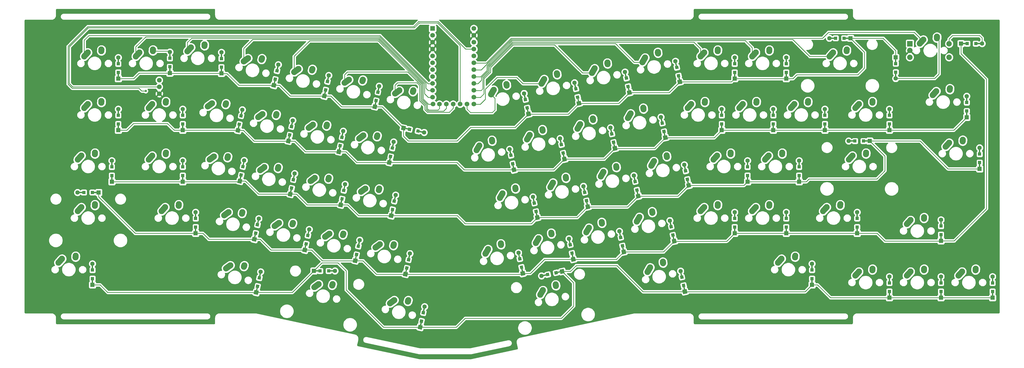
<source format=gtl>
G04 #@! TF.GenerationSoftware,KiCad,Pcbnew,(5.1.10)-1*
G04 #@! TF.CreationDate,2021-10-05T17:03:09+03:00*
G04 #@! TF.ProjectId,kolibri,6b6f6c69-6272-4692-9e6b-696361645f70,rev?*
G04 #@! TF.SameCoordinates,Original*
G04 #@! TF.FileFunction,Copper,L1,Top*
G04 #@! TF.FilePolarity,Positive*
%FSLAX46Y46*%
G04 Gerber Fmt 4.6, Leading zero omitted, Abs format (unit mm)*
G04 Created by KiCad (PCBNEW (5.1.10)-1) date 2021-10-05 17:03:09*
%MOMM*%
%LPD*%
G01*
G04 APERTURE LIST*
G04 #@! TA.AperFunction,ComponentPad*
%ADD10C,2.250000*%
G04 #@! TD*
G04 #@! TA.AperFunction,SMDPad,CuDef*
%ADD11C,0.100000*%
G04 #@! TD*
G04 #@! TA.AperFunction,ComponentPad*
%ADD12C,0.100000*%
G04 #@! TD*
G04 #@! TA.AperFunction,ComponentPad*
%ADD13C,1.600000*%
G04 #@! TD*
G04 #@! TA.AperFunction,SMDPad,CuDef*
%ADD14R,0.500000X2.500000*%
G04 #@! TD*
G04 #@! TA.AperFunction,ComponentPad*
%ADD15R,1.600000X1.600000*%
G04 #@! TD*
G04 #@! TA.AperFunction,SMDPad,CuDef*
%ADD16R,1.200000X1.200000*%
G04 #@! TD*
G04 #@! TA.AperFunction,SMDPad,CuDef*
%ADD17R,2.500000X0.500000*%
G04 #@! TD*
G04 #@! TA.AperFunction,ComponentPad*
%ADD18R,1.752600X1.752600*%
G04 #@! TD*
G04 #@! TA.AperFunction,ComponentPad*
%ADD19C,1.752600*%
G04 #@! TD*
G04 #@! TA.AperFunction,ComponentPad*
%ADD20C,2.000000*%
G04 #@! TD*
G04 #@! TA.AperFunction,ComponentPad*
%ADD21R,2.000000X2.000000*%
G04 #@! TD*
G04 #@! TA.AperFunction,ComponentPad*
%ADD22C,1.750000*%
G04 #@! TD*
G04 #@! TA.AperFunction,ViaPad*
%ADD23C,0.800000*%
G04 #@! TD*
G04 #@! TA.AperFunction,Conductor*
%ADD24C,0.250000*%
G04 #@! TD*
G04 #@! TA.AperFunction,Conductor*
%ADD25C,0.254000*%
G04 #@! TD*
G04 #@! TA.AperFunction,Conductor*
%ADD26C,0.100000*%
G04 #@! TD*
G04 APERTURE END LIST*
G04 #@! TA.AperFunction,ComponentPad*
G36*
G01*
X439143483Y-150162395D02*
X439142597Y-150162334D01*
G75*
G02*
X438097666Y-148962597I77403J1122334D01*
G01*
X438137666Y-148382597D01*
G75*
G02*
X439337403Y-147337666I1122334J-77403D01*
G01*
X439337403Y-147337666D01*
G75*
G02*
X440382334Y-148537403I-77403J-1122334D01*
G01*
X440342334Y-149117403D01*
G75*
G02*
X439142597Y-150162334I-1122334J77403D01*
G01*
G37*
G04 #@! TD.AperFunction*
D10*
X439260000Y-148460000D03*
G04 #@! TA.AperFunction,ComponentPad*
G36*
G01*
X432158688Y-151837350D02*
X432158683Y-151837345D01*
G75*
G02*
X432072655Y-150248683I751317J837345D01*
G01*
X433382657Y-148788683D01*
G75*
G02*
X434971319Y-148702655I837345J-751317D01*
G01*
X434971319Y-148702655D01*
G75*
G02*
X435057347Y-150291317I-751317J-837345D01*
G01*
X433747345Y-151751317D01*
G75*
G02*
X432158683Y-151837345I-837345J751317D01*
G01*
G37*
G04 #@! TD.AperFunction*
X434220000Y-149540000D03*
X240689763Y-168300640D03*
G04 #@! TA.AperFunction,ComponentPad*
G36*
G01*
X238195849Y-170119218D02*
X238195845Y-170119212D01*
G75*
G02*
X238441998Y-168547379I908993J662840D01*
G01*
X240026924Y-167391649D01*
G75*
G02*
X241598757Y-167637802I662840J-908993D01*
G01*
X241598757Y-167637802D01*
G75*
G02*
X241352604Y-169209635I-908993J-662840D01*
G01*
X239767678Y-170365365D01*
G75*
G02*
X238195845Y-170119212I-662840J908993D01*
G01*
G37*
G04 #@! TD.AperFunction*
X245844171Y-168292116D03*
G04 #@! TA.AperFunction,ComponentPad*
G36*
G01*
X245376253Y-169933084D02*
X245375399Y-169932840D01*
G75*
G02*
X244602742Y-168542067I309058J1081715D01*
G01*
X244762456Y-167983057D01*
G75*
G02*
X246153229Y-167210400I1081715J-309058D01*
G01*
X246153229Y-167210400D01*
G75*
G02*
X246925886Y-168601173I-309058J-1081715D01*
G01*
X246766172Y-169160183D01*
G75*
G02*
X245375399Y-169932840I-1081715J309058D01*
G01*
G37*
G04 #@! TD.AperFunction*
G04 #@! TA.AperFunction,SMDPad,CuDef*
D11*
G36*
X244539603Y-231571054D02*
G01*
X243365825Y-231321560D01*
X243615319Y-230147782D01*
X244789097Y-230397276D01*
X244539603Y-231571054D01*
G37*
G04 #@! TD.AperFunction*
G04 #@! TA.AperFunction,SMDPad,CuDef*
G36*
X243884681Y-234652218D02*
G01*
X242710903Y-234402724D01*
X242960397Y-233228946D01*
X244134175Y-233478440D01*
X243884681Y-234652218D01*
G37*
G04 #@! TD.AperFunction*
G04 #@! TA.AperFunction,ComponentPad*
D12*
G36*
X243555333Y-237163623D02*
G01*
X241990297Y-236830965D01*
X242322955Y-235265929D01*
X243887991Y-235598587D01*
X243555333Y-237163623D01*
G37*
G04 #@! TD.AperFunction*
D13*
X244560856Y-228585224D03*
G04 #@! TA.AperFunction,SMDPad,CuDef*
D11*
G36*
X243173285Y-236315661D02*
G01*
X242684211Y-236211706D01*
X243203991Y-233766337D01*
X243693065Y-233870292D01*
X243173285Y-236315661D01*
G37*
G04 #@! TD.AperFunction*
G04 #@! TA.AperFunction,SMDPad,CuDef*
G36*
X244296009Y-231033663D02*
G01*
X243806935Y-230929708D01*
X244326715Y-228484339D01*
X244815789Y-228588294D01*
X244296009Y-231033663D01*
G37*
G04 #@! TD.AperFunction*
G04 #@! TA.AperFunction,ComponentPad*
G36*
G01*
X128152233Y-193024895D02*
X128151347Y-193024834D01*
G75*
G02*
X127106416Y-191825097I77403J1122334D01*
G01*
X127146416Y-191245097D01*
G75*
G02*
X128346153Y-190200166I1122334J-77403D01*
G01*
X128346153Y-190200166D01*
G75*
G02*
X129391084Y-191399903I-77403J-1122334D01*
G01*
X129351084Y-191979903D01*
G75*
G02*
X128151347Y-193024834I-1122334J77403D01*
G01*
G37*
G04 #@! TD.AperFunction*
D10*
X128268750Y-191322500D03*
G04 #@! TA.AperFunction,ComponentPad*
G36*
G01*
X121167438Y-194699850D02*
X121167433Y-194699845D01*
G75*
G02*
X121081405Y-193111183I751317J837345D01*
G01*
X122391407Y-191651183D01*
G75*
G02*
X123980069Y-191565155I837345J-751317D01*
G01*
X123980069Y-191565155D01*
G75*
G02*
X124066097Y-193153817I-751317J-837345D01*
G01*
X122756095Y-194613817D01*
G75*
G02*
X121167433Y-194699845I-837345J751317D01*
G01*
G37*
G04 #@! TD.AperFunction*
X123228750Y-192402500D03*
G04 #@! TA.AperFunction,SMDPad,CuDef*
D11*
G36*
X343413120Y-159866993D02*
G01*
X342924046Y-159970948D01*
X342404266Y-157525579D01*
X342893340Y-157421624D01*
X343413120Y-159866993D01*
G37*
G04 #@! TD.AperFunction*
G04 #@! TA.AperFunction,SMDPad,CuDef*
G36*
X344535844Y-165148991D02*
G01*
X344046770Y-165252946D01*
X343526990Y-162807577D01*
X344016064Y-162703622D01*
X344535844Y-165148991D01*
G37*
G04 #@! TD.AperFunction*
D13*
X342659199Y-157522509D03*
G04 #@! TA.AperFunction,ComponentPad*
D12*
G36*
X345229758Y-165768250D02*
G01*
X343664722Y-166100908D01*
X343332064Y-164535872D01*
X344897100Y-164203214D01*
X345229758Y-165768250D01*
G37*
G04 #@! TD.AperFunction*
G04 #@! TA.AperFunction,SMDPad,CuDef*
D11*
G36*
X344509152Y-163340009D02*
G01*
X343335374Y-163589503D01*
X343085880Y-162415725D01*
X344259658Y-162166231D01*
X344509152Y-163340009D01*
G37*
G04 #@! TD.AperFunction*
G04 #@! TA.AperFunction,SMDPad,CuDef*
G36*
X343854230Y-160258845D02*
G01*
X342680452Y-160508339D01*
X342430958Y-159334561D01*
X343604736Y-159085067D01*
X343854230Y-160258845D01*
G37*
G04 #@! TD.AperFunction*
D14*
X155900000Y-155300000D03*
X155900000Y-160700000D03*
D13*
X155900000Y-154100000D03*
D15*
X155900000Y-161900000D03*
D16*
X155900000Y-159575000D03*
X155900000Y-156425000D03*
X174950000Y-156535000D03*
X174950000Y-159685000D03*
D15*
X174950000Y-162010000D03*
D13*
X174950000Y-154210000D03*
D14*
X174950000Y-160810000D03*
X174950000Y-155410000D03*
G04 #@! TA.AperFunction,SMDPad,CuDef*
D11*
G36*
X195941953Y-161771912D02*
G01*
X194768175Y-161522418D01*
X195017669Y-160348640D01*
X196191447Y-160598134D01*
X195941953Y-161771912D01*
G37*
G04 #@! TD.AperFunction*
G04 #@! TA.AperFunction,SMDPad,CuDef*
G36*
X195287031Y-164853076D02*
G01*
X194113253Y-164603582D01*
X194362747Y-163429804D01*
X195536525Y-163679298D01*
X195287031Y-164853076D01*
G37*
G04 #@! TD.AperFunction*
G04 #@! TA.AperFunction,ComponentPad*
D12*
G36*
X194957683Y-167364481D02*
G01*
X193392647Y-167031823D01*
X193725305Y-165466787D01*
X195290341Y-165799445D01*
X194957683Y-167364481D01*
G37*
G04 #@! TD.AperFunction*
D13*
X195963206Y-158786082D03*
G04 #@! TA.AperFunction,SMDPad,CuDef*
D11*
G36*
X194575635Y-166516519D02*
G01*
X194086561Y-166412564D01*
X194606341Y-163967195D01*
X195095415Y-164071150D01*
X194575635Y-166516519D01*
G37*
G04 #@! TD.AperFunction*
G04 #@! TA.AperFunction,SMDPad,CuDef*
G36*
X195698359Y-161234521D02*
G01*
X195209285Y-161130566D01*
X195729065Y-158685197D01*
X196218139Y-158789152D01*
X195698359Y-161234521D01*
G37*
G04 #@! TD.AperFunction*
G04 #@! TA.AperFunction,SMDPad,CuDef*
G36*
X214332071Y-165195237D02*
G01*
X213842997Y-165091282D01*
X214362777Y-162645913D01*
X214851851Y-162749868D01*
X214332071Y-165195237D01*
G37*
G04 #@! TD.AperFunction*
G04 #@! TA.AperFunction,SMDPad,CuDef*
G36*
X213209347Y-170477235D02*
G01*
X212720273Y-170373280D01*
X213240053Y-167927911D01*
X213729127Y-168031866D01*
X213209347Y-170477235D01*
G37*
G04 #@! TD.AperFunction*
D13*
X214596918Y-162746798D03*
G04 #@! TA.AperFunction,ComponentPad*
D12*
G36*
X213591395Y-171325197D02*
G01*
X212026359Y-170992539D01*
X212359017Y-169427503D01*
X213924053Y-169760161D01*
X213591395Y-171325197D01*
G37*
G04 #@! TD.AperFunction*
G04 #@! TA.AperFunction,SMDPad,CuDef*
D11*
G36*
X213920743Y-168813792D02*
G01*
X212746965Y-168564298D01*
X212996459Y-167390520D01*
X214170237Y-167640014D01*
X213920743Y-168813792D01*
G37*
G04 #@! TD.AperFunction*
G04 #@! TA.AperFunction,SMDPad,CuDef*
G36*
X214575665Y-165732628D02*
G01*
X213401887Y-165483134D01*
X213651381Y-164309356D01*
X214825159Y-164558850D01*
X214575665Y-165732628D01*
G37*
G04 #@! TD.AperFunction*
G04 #@! TA.AperFunction,SMDPad,CuDef*
G36*
X232965782Y-169155955D02*
G01*
X232476708Y-169052000D01*
X232996488Y-166606631D01*
X233485562Y-166710586D01*
X232965782Y-169155955D01*
G37*
G04 #@! TD.AperFunction*
G04 #@! TA.AperFunction,SMDPad,CuDef*
G36*
X231843058Y-174437953D02*
G01*
X231353984Y-174333998D01*
X231873764Y-171888629D01*
X232362838Y-171992584D01*
X231843058Y-174437953D01*
G37*
G04 #@! TD.AperFunction*
D13*
X233230629Y-166707516D03*
G04 #@! TA.AperFunction,ComponentPad*
D12*
G36*
X232225106Y-175285915D02*
G01*
X230660070Y-174953257D01*
X230992728Y-173388221D01*
X232557764Y-173720879D01*
X232225106Y-175285915D01*
G37*
G04 #@! TD.AperFunction*
G04 #@! TA.AperFunction,SMDPad,CuDef*
D11*
G36*
X232554454Y-172774510D02*
G01*
X231380676Y-172525016D01*
X231630170Y-171351238D01*
X232803948Y-171600732D01*
X232554454Y-172774510D01*
G37*
G04 #@! TD.AperFunction*
G04 #@! TA.AperFunction,SMDPad,CuDef*
G36*
X233209376Y-169693346D02*
G01*
X232035598Y-169443852D01*
X232285092Y-168270074D01*
X233458870Y-168519568D01*
X233209376Y-169693346D01*
G37*
G04 #@! TD.AperFunction*
G04 #@! TA.AperFunction,SMDPad,CuDef*
G36*
X246828946Y-183789603D02*
G01*
X247078440Y-182615825D01*
X248252218Y-182865319D01*
X248002724Y-184039097D01*
X246828946Y-183789603D01*
G37*
G04 #@! TD.AperFunction*
G04 #@! TA.AperFunction,SMDPad,CuDef*
G36*
X243747782Y-183134681D02*
G01*
X243997276Y-181960903D01*
X245171054Y-182210397D01*
X244921560Y-183384175D01*
X243747782Y-183134681D01*
G37*
G04 #@! TD.AperFunction*
G04 #@! TA.AperFunction,ComponentPad*
D12*
G36*
X241236377Y-182805333D02*
G01*
X241569035Y-181240297D01*
X243134071Y-181572955D01*
X242801413Y-183137991D01*
X241236377Y-182805333D01*
G37*
G04 #@! TD.AperFunction*
D13*
X249814776Y-183810856D03*
G04 #@! TA.AperFunction,SMDPad,CuDef*
D11*
G36*
X242084339Y-182423285D02*
G01*
X242188294Y-181934211D01*
X244633663Y-182453991D01*
X244529708Y-182943065D01*
X242084339Y-182423285D01*
G37*
G04 #@! TD.AperFunction*
G04 #@! TA.AperFunction,SMDPad,CuDef*
G36*
X247366337Y-183546009D02*
G01*
X247470292Y-183056935D01*
X249915661Y-183576715D01*
X249811706Y-184065789D01*
X247366337Y-183546009D01*
G37*
G04 #@! TD.AperFunction*
G04 #@! TA.AperFunction,SMDPad,CuDef*
G36*
X287953095Y-172140999D02*
G01*
X286779317Y-172390493D01*
X286529823Y-171216715D01*
X287703601Y-170967221D01*
X287953095Y-172140999D01*
G37*
G04 #@! TD.AperFunction*
G04 #@! TA.AperFunction,SMDPad,CuDef*
G36*
X288608017Y-175222163D02*
G01*
X287434239Y-175471657D01*
X287184745Y-174297879D01*
X288358523Y-174048385D01*
X288608017Y-175222163D01*
G37*
G04 #@! TD.AperFunction*
G04 #@! TA.AperFunction,ComponentPad*
D12*
G36*
X289328623Y-177650404D02*
G01*
X287763587Y-177983062D01*
X287430929Y-176418026D01*
X288995965Y-176085368D01*
X289328623Y-177650404D01*
G37*
G04 #@! TD.AperFunction*
D13*
X286758064Y-169404663D03*
G04 #@! TA.AperFunction,SMDPad,CuDef*
D11*
G36*
X288634709Y-177031145D02*
G01*
X288145635Y-177135100D01*
X287625855Y-174689731D01*
X288114929Y-174585776D01*
X288634709Y-177031145D01*
G37*
G04 #@! TD.AperFunction*
G04 #@! TA.AperFunction,SMDPad,CuDef*
G36*
X287511985Y-171749147D02*
G01*
X287022911Y-171853102D01*
X286503131Y-169407733D01*
X286992205Y-169303778D01*
X287511985Y-171749147D01*
G37*
G04 #@! TD.AperFunction*
G04 #@! TA.AperFunction,SMDPad,CuDef*
G36*
X306586806Y-168180281D02*
G01*
X305413028Y-168429775D01*
X305163534Y-167255997D01*
X306337312Y-167006503D01*
X306586806Y-168180281D01*
G37*
G04 #@! TD.AperFunction*
G04 #@! TA.AperFunction,SMDPad,CuDef*
G36*
X307241728Y-171261445D02*
G01*
X306067950Y-171510939D01*
X305818456Y-170337161D01*
X306992234Y-170087667D01*
X307241728Y-171261445D01*
G37*
G04 #@! TD.AperFunction*
G04 #@! TA.AperFunction,ComponentPad*
D12*
G36*
X307962334Y-173689686D02*
G01*
X306397298Y-174022344D01*
X306064640Y-172457308D01*
X307629676Y-172124650D01*
X307962334Y-173689686D01*
G37*
G04 #@! TD.AperFunction*
D13*
X305391775Y-165443945D03*
G04 #@! TA.AperFunction,SMDPad,CuDef*
D11*
G36*
X307268420Y-173070427D02*
G01*
X306779346Y-173174382D01*
X306259566Y-170729013D01*
X306748640Y-170625058D01*
X307268420Y-173070427D01*
G37*
G04 #@! TD.AperFunction*
G04 #@! TA.AperFunction,SMDPad,CuDef*
G36*
X306145696Y-167788429D02*
G01*
X305656622Y-167892384D01*
X305136842Y-165447015D01*
X305625916Y-165343060D01*
X306145696Y-167788429D01*
G37*
G04 #@! TD.AperFunction*
G04 #@! TA.AperFunction,SMDPad,CuDef*
G36*
X325220518Y-164219563D02*
G01*
X324046740Y-164469057D01*
X323797246Y-163295279D01*
X324971024Y-163045785D01*
X325220518Y-164219563D01*
G37*
G04 #@! TD.AperFunction*
G04 #@! TA.AperFunction,SMDPad,CuDef*
G36*
X325875440Y-167300727D02*
G01*
X324701662Y-167550221D01*
X324452168Y-166376443D01*
X325625946Y-166126949D01*
X325875440Y-167300727D01*
G37*
G04 #@! TD.AperFunction*
G04 #@! TA.AperFunction,ComponentPad*
D12*
G36*
X326596046Y-169728968D02*
G01*
X325031010Y-170061626D01*
X324698352Y-168496590D01*
X326263388Y-168163932D01*
X326596046Y-169728968D01*
G37*
G04 #@! TD.AperFunction*
D13*
X324025487Y-161483227D03*
G04 #@! TA.AperFunction,SMDPad,CuDef*
D11*
G36*
X325902132Y-169109709D02*
G01*
X325413058Y-169213664D01*
X324893278Y-166768295D01*
X325382352Y-166664340D01*
X325902132Y-169109709D01*
G37*
G04 #@! TD.AperFunction*
G04 #@! TA.AperFunction,SMDPad,CuDef*
G36*
X324779408Y-163827711D02*
G01*
X324290334Y-163931666D01*
X323770554Y-161486297D01*
X324259628Y-161382342D01*
X324779408Y-163827711D01*
G37*
G04 #@! TD.AperFunction*
D16*
X160672500Y-196577500D03*
X160672500Y-199727500D03*
D15*
X160672500Y-202052500D03*
D13*
X160672500Y-194252500D03*
D14*
X160672500Y-200852500D03*
X160672500Y-195452500D03*
G04 #@! TA.AperFunction,SMDPad,CuDef*
D11*
G36*
X345280708Y-237372379D02*
G01*
X344791634Y-237476334D01*
X344271854Y-235030965D01*
X344760928Y-234927010D01*
X345280708Y-237372379D01*
G37*
G04 #@! TD.AperFunction*
G04 #@! TA.AperFunction,SMDPad,CuDef*
G36*
X346403432Y-242654377D02*
G01*
X345914358Y-242758332D01*
X345394578Y-240312963D01*
X345883652Y-240209008D01*
X346403432Y-242654377D01*
G37*
G04 #@! TD.AperFunction*
D13*
X344526787Y-235027895D03*
G04 #@! TA.AperFunction,ComponentPad*
D12*
G36*
X347097346Y-243273636D02*
G01*
X345532310Y-243606294D01*
X345199652Y-242041258D01*
X346764688Y-241708600D01*
X347097346Y-243273636D01*
G37*
G04 #@! TD.AperFunction*
G04 #@! TA.AperFunction,SMDPad,CuDef*
D11*
G36*
X346376740Y-240845395D02*
G01*
X345202962Y-241094889D01*
X344953468Y-239921111D01*
X346127246Y-239671617D01*
X346376740Y-240845395D01*
G37*
G04 #@! TD.AperFunction*
G04 #@! TA.AperFunction,SMDPad,CuDef*
G36*
X345721818Y-237764231D02*
G01*
X344548040Y-238013725D01*
X344298546Y-236839947D01*
X345472324Y-236590453D01*
X345721818Y-237764231D01*
G37*
G04 #@! TD.AperFunction*
G04 #@! TA.AperFunction,SMDPad,CuDef*
G36*
X189172343Y-237749726D02*
G01*
X188683269Y-237645771D01*
X189203049Y-235200402D01*
X189692123Y-235304357D01*
X189172343Y-237749726D01*
G37*
G04 #@! TD.AperFunction*
G04 #@! TA.AperFunction,SMDPad,CuDef*
G36*
X188049619Y-243031724D02*
G01*
X187560545Y-242927769D01*
X188080325Y-240482400D01*
X188569399Y-240586355D01*
X188049619Y-243031724D01*
G37*
G04 #@! TD.AperFunction*
D13*
X189437190Y-235301287D03*
G04 #@! TA.AperFunction,ComponentPad*
D12*
G36*
X188431667Y-243879686D02*
G01*
X186866631Y-243547028D01*
X187199289Y-241981992D01*
X188764325Y-242314650D01*
X188431667Y-243879686D01*
G37*
G04 #@! TD.AperFunction*
G04 #@! TA.AperFunction,SMDPad,CuDef*
D11*
G36*
X188761015Y-241368281D02*
G01*
X187587237Y-241118787D01*
X187836731Y-239945009D01*
X189010509Y-240194503D01*
X188761015Y-241368281D01*
G37*
G04 #@! TD.AperFunction*
G04 #@! TA.AperFunction,SMDPad,CuDef*
G36*
X189415937Y-238287117D02*
G01*
X188242159Y-238037623D01*
X188491653Y-236863845D01*
X189665431Y-237113339D01*
X189415937Y-238287117D01*
G37*
G04 #@! TD.AperFunction*
G04 #@! TA.AperFunction,SMDPad,CuDef*
G36*
X285418854Y-230620819D02*
G01*
X284929780Y-230724774D01*
X284410000Y-228279405D01*
X284899074Y-228175450D01*
X285418854Y-230620819D01*
G37*
G04 #@! TD.AperFunction*
G04 #@! TA.AperFunction,SMDPad,CuDef*
G36*
X286541578Y-235902817D02*
G01*
X286052504Y-236006772D01*
X285532724Y-233561403D01*
X286021798Y-233457448D01*
X286541578Y-235902817D01*
G37*
G04 #@! TD.AperFunction*
D13*
X284664933Y-228276335D03*
G04 #@! TA.AperFunction,ComponentPad*
D12*
G36*
X287235492Y-236522076D02*
G01*
X285670456Y-236854734D01*
X285337798Y-235289698D01*
X286902834Y-234957040D01*
X287235492Y-236522076D01*
G37*
G04 #@! TD.AperFunction*
G04 #@! TA.AperFunction,SMDPad,CuDef*
D11*
G36*
X286514886Y-234093835D02*
G01*
X285341108Y-234343329D01*
X285091614Y-233169551D01*
X286265392Y-232920057D01*
X286514886Y-234093835D01*
G37*
G04 #@! TD.AperFunction*
G04 #@! TA.AperFunction,SMDPad,CuDef*
G36*
X285859964Y-231012671D02*
G01*
X284686186Y-231262165D01*
X284436692Y-230088387D01*
X285610470Y-229838893D01*
X285859964Y-231012671D01*
G37*
G04 #@! TD.AperFunction*
D17*
X400682500Y-149000000D03*
X406082500Y-149000000D03*
D13*
X399482500Y-149000000D03*
D15*
X407282500Y-149000000D03*
D16*
X404957500Y-149000000D03*
X401807500Y-149000000D03*
D14*
X421657500Y-176402500D03*
X421657500Y-181802500D03*
D13*
X421657500Y-175202500D03*
D15*
X421657500Y-183002500D03*
D16*
X421657500Y-180677500D03*
X421657500Y-177527500D03*
G04 #@! TA.AperFunction,SMDPad,CuDef*
D11*
G36*
X207351939Y-222623944D02*
G01*
X206178161Y-222374450D01*
X206427655Y-221200672D01*
X207601433Y-221450166D01*
X207351939Y-222623944D01*
G37*
G04 #@! TD.AperFunction*
G04 #@! TA.AperFunction,SMDPad,CuDef*
G36*
X206697017Y-225705108D02*
G01*
X205523239Y-225455614D01*
X205772733Y-224281836D01*
X206946511Y-224531330D01*
X206697017Y-225705108D01*
G37*
G04 #@! TD.AperFunction*
G04 #@! TA.AperFunction,ComponentPad*
D12*
G36*
X206367669Y-228216513D02*
G01*
X204802633Y-227883855D01*
X205135291Y-226318819D01*
X206700327Y-226651477D01*
X206367669Y-228216513D01*
G37*
G04 #@! TD.AperFunction*
D13*
X207373192Y-219638114D03*
G04 #@! TA.AperFunction,SMDPad,CuDef*
D11*
G36*
X205985621Y-227368551D02*
G01*
X205496547Y-227264596D01*
X206016327Y-224819227D01*
X206505401Y-224923182D01*
X205985621Y-227368551D01*
G37*
G04 #@! TD.AperFunction*
G04 #@! TA.AperFunction,SMDPad,CuDef*
G36*
X207108345Y-222086553D02*
G01*
X206619271Y-221982598D01*
X207139051Y-219537229D01*
X207628125Y-219641184D01*
X207108345Y-222086553D01*
G37*
G04 #@! TD.AperFunction*
D16*
X134478750Y-196577500D03*
X134478750Y-199727500D03*
D15*
X134478750Y-202052500D03*
D13*
X134478750Y-194252500D03*
D14*
X134478750Y-200852500D03*
X134478750Y-195452500D03*
D16*
X378795000Y-177527500D03*
X378795000Y-180677500D03*
D15*
X378795000Y-183002500D03*
D13*
X378795000Y-175202500D03*
D14*
X378795000Y-181802500D03*
X378795000Y-176402500D03*
G04 #@! TA.AperFunction,SMDPad,CuDef*
D11*
G36*
X341761100Y-219130519D02*
G01*
X340587322Y-219380013D01*
X340337828Y-218206235D01*
X341511606Y-217956741D01*
X341761100Y-219130519D01*
G37*
G04 #@! TD.AperFunction*
G04 #@! TA.AperFunction,SMDPad,CuDef*
G36*
X342416022Y-222211683D02*
G01*
X341242244Y-222461177D01*
X340992750Y-221287399D01*
X342166528Y-221037905D01*
X342416022Y-222211683D01*
G37*
G04 #@! TD.AperFunction*
G04 #@! TA.AperFunction,ComponentPad*
D12*
G36*
X343136628Y-224639924D02*
G01*
X341571592Y-224972582D01*
X341238934Y-223407546D01*
X342803970Y-223074888D01*
X343136628Y-224639924D01*
G37*
G04 #@! TD.AperFunction*
D13*
X340566069Y-216394183D03*
G04 #@! TA.AperFunction,SMDPad,CuDef*
D11*
G36*
X342442714Y-224020665D02*
G01*
X341953640Y-224124620D01*
X341433860Y-221679251D01*
X341922934Y-221575296D01*
X342442714Y-224020665D01*
G37*
G04 #@! TD.AperFunction*
G04 #@! TA.AperFunction,SMDPad,CuDef*
G36*
X341319990Y-218738667D02*
G01*
X340830916Y-218842622D01*
X340311136Y-216397253D01*
X340800210Y-216293298D01*
X341319990Y-218738667D01*
G37*
G04 #@! TD.AperFunction*
D14*
X393082500Y-233552500D03*
X393082500Y-238952500D03*
D13*
X393082500Y-232352500D03*
D15*
X393082500Y-240152500D03*
D16*
X393082500Y-237827500D03*
X393082500Y-234677500D03*
D14*
X127335000Y-233552500D03*
X127335000Y-238952500D03*
D13*
X127335000Y-232352500D03*
D15*
X127335000Y-240152500D03*
D16*
X127335000Y-237827500D03*
X127335000Y-234677500D03*
G04 #@! TA.AperFunction,SMDPad,CuDef*
D11*
G36*
X201752207Y-201472482D02*
G01*
X201263133Y-201368527D01*
X201782913Y-198923158D01*
X202271987Y-199027113D01*
X201752207Y-201472482D01*
G37*
G04 #@! TD.AperFunction*
G04 #@! TA.AperFunction,SMDPad,CuDef*
G36*
X200629483Y-206754480D02*
G01*
X200140409Y-206650525D01*
X200660189Y-204205156D01*
X201149263Y-204309111D01*
X200629483Y-206754480D01*
G37*
G04 #@! TD.AperFunction*
D13*
X202017054Y-199024043D03*
G04 #@! TA.AperFunction,ComponentPad*
D12*
G36*
X201011531Y-207602442D02*
G01*
X199446495Y-207269784D01*
X199779153Y-205704748D01*
X201344189Y-206037406D01*
X201011531Y-207602442D01*
G37*
G04 #@! TD.AperFunction*
G04 #@! TA.AperFunction,SMDPad,CuDef*
D11*
G36*
X201340879Y-205091037D02*
G01*
X200167101Y-204841543D01*
X200416595Y-203667765D01*
X201590373Y-203917259D01*
X201340879Y-205091037D01*
G37*
G04 #@! TD.AperFunction*
G04 #@! TA.AperFunction,SMDPad,CuDef*
G36*
X201995801Y-202009873D02*
G01*
X200822023Y-201760379D01*
X201071517Y-200586601D01*
X202245295Y-200836095D01*
X201995801Y-202009873D01*
G37*
G04 #@! TD.AperFunction*
D14*
X454995000Y-190690000D03*
X454995000Y-196090000D03*
D13*
X454995000Y-189490000D03*
D15*
X454995000Y-197290000D03*
D16*
X454995000Y-194965000D03*
X454995000Y-191815000D03*
D14*
X364507500Y-214502500D03*
X364507500Y-219902500D03*
D13*
X364507500Y-213302500D03*
D15*
X364507500Y-221102500D03*
D16*
X364507500Y-218777500D03*
X364507500Y-215627500D03*
D14*
X440707500Y-238315000D03*
X440707500Y-243715000D03*
D13*
X440707500Y-237115000D03*
D15*
X440707500Y-244915000D03*
D16*
X440707500Y-242590000D03*
X440707500Y-239440000D03*
G04 #@! TA.AperFunction,SMDPad,CuDef*
D11*
G36*
X201298091Y-182385982D02*
G01*
X200124313Y-182136488D01*
X200373807Y-180962710D01*
X201547585Y-181212204D01*
X201298091Y-182385982D01*
G37*
G04 #@! TD.AperFunction*
G04 #@! TA.AperFunction,SMDPad,CuDef*
G36*
X200643169Y-185467146D02*
G01*
X199469391Y-185217652D01*
X199718885Y-184043874D01*
X200892663Y-184293368D01*
X200643169Y-185467146D01*
G37*
G04 #@! TD.AperFunction*
G04 #@! TA.AperFunction,ComponentPad*
D12*
G36*
X200313821Y-187978551D02*
G01*
X198748785Y-187645893D01*
X199081443Y-186080857D01*
X200646479Y-186413515D01*
X200313821Y-187978551D01*
G37*
G04 #@! TD.AperFunction*
D13*
X201319344Y-179400152D03*
G04 #@! TA.AperFunction,SMDPad,CuDef*
D11*
G36*
X199931773Y-187130589D02*
G01*
X199442699Y-187026634D01*
X199962479Y-184581265D01*
X200451553Y-184685220D01*
X199931773Y-187130589D01*
G37*
G04 #@! TD.AperFunction*
G04 #@! TA.AperFunction,SMDPad,CuDef*
G36*
X201054497Y-181848591D02*
G01*
X200565423Y-181744636D01*
X201085203Y-179299267D01*
X201574277Y-179403222D01*
X201054497Y-181848591D01*
G37*
G04 #@! TD.AperFunction*
D16*
X408951250Y-187000000D03*
X412101250Y-187000000D03*
D15*
X414426250Y-187000000D03*
D13*
X406626250Y-187000000D03*
D17*
X413226250Y-187000000D03*
X407826250Y-187000000D03*
D14*
X383557500Y-157352500D03*
X383557500Y-162752500D03*
D13*
X383557500Y-156152500D03*
D15*
X383557500Y-163952500D03*
D16*
X383557500Y-161627500D03*
X383557500Y-158477500D03*
D14*
X136860000Y-157352500D03*
X136860000Y-162752500D03*
D13*
X136860000Y-156152500D03*
D15*
X136860000Y-163952500D03*
D16*
X136860000Y-161627500D03*
X136860000Y-158477500D03*
G04 #@! TA.AperFunction,SMDPad,CuDef*
D11*
G36*
X220629513Y-205970591D02*
G01*
X219455735Y-205721097D01*
X219705229Y-204547319D01*
X220879007Y-204796813D01*
X220629513Y-205970591D01*
G37*
G04 #@! TD.AperFunction*
G04 #@! TA.AperFunction,SMDPad,CuDef*
G36*
X219974591Y-209051755D02*
G01*
X218800813Y-208802261D01*
X219050307Y-207628483D01*
X220224085Y-207877977D01*
X219974591Y-209051755D01*
G37*
G04 #@! TD.AperFunction*
G04 #@! TA.AperFunction,ComponentPad*
D12*
G36*
X219645243Y-211563160D02*
G01*
X218080207Y-211230502D01*
X218412865Y-209665466D01*
X219977901Y-209998124D01*
X219645243Y-211563160D01*
G37*
G04 #@! TD.AperFunction*
D13*
X220650766Y-202984761D03*
G04 #@! TA.AperFunction,SMDPad,CuDef*
D11*
G36*
X219263195Y-210715198D02*
G01*
X218774121Y-210611243D01*
X219293901Y-208165874D01*
X219782975Y-208269829D01*
X219263195Y-210715198D01*
G37*
G04 #@! TD.AperFunction*
G04 #@! TA.AperFunction,SMDPad,CuDef*
G36*
X220385919Y-205433200D02*
G01*
X219896845Y-205329245D01*
X220416625Y-202883876D01*
X220905699Y-202987831D01*
X220385919Y-205433200D01*
G37*
G04 #@! TD.AperFunction*
G04 #@! TA.AperFunction,SMDPad,CuDef*
G36*
X249975500Y-251159450D02*
G01*
X248801722Y-250909956D01*
X249051216Y-249736178D01*
X250224994Y-249985672D01*
X249975500Y-251159450D01*
G37*
G04 #@! TD.AperFunction*
G04 #@! TA.AperFunction,SMDPad,CuDef*
G36*
X249320578Y-254240614D02*
G01*
X248146800Y-253991120D01*
X248396294Y-252817342D01*
X249570072Y-253066836D01*
X249320578Y-254240614D01*
G37*
G04 #@! TD.AperFunction*
G04 #@! TA.AperFunction,ComponentPad*
D12*
G36*
X248991230Y-256752019D02*
G01*
X247426194Y-256419361D01*
X247758852Y-254854325D01*
X249323888Y-255186983D01*
X248991230Y-256752019D01*
G37*
G04 #@! TD.AperFunction*
D13*
X249996753Y-248173620D03*
G04 #@! TA.AperFunction,SMDPad,CuDef*
D11*
G36*
X248609182Y-255904057D02*
G01*
X248120108Y-255800102D01*
X248639888Y-253354733D01*
X249128962Y-253458688D01*
X248609182Y-255904057D01*
G37*
G04 #@! TD.AperFunction*
G04 #@! TA.AperFunction,SMDPad,CuDef*
G36*
X249731906Y-250622059D02*
G01*
X249242832Y-250518104D01*
X249762612Y-248072735D01*
X250251686Y-248176690D01*
X249731906Y-250622059D01*
G37*
G04 #@! TD.AperFunction*
G04 #@! TA.AperFunction,SMDPad,CuDef*
G36*
X239263224Y-209931308D02*
G01*
X238089446Y-209681814D01*
X238338940Y-208508036D01*
X239512718Y-208757530D01*
X239263224Y-209931308D01*
G37*
G04 #@! TD.AperFunction*
G04 #@! TA.AperFunction,SMDPad,CuDef*
G36*
X238608302Y-213012472D02*
G01*
X237434524Y-212762978D01*
X237684018Y-211589200D01*
X238857796Y-211838694D01*
X238608302Y-213012472D01*
G37*
G04 #@! TD.AperFunction*
G04 #@! TA.AperFunction,ComponentPad*
D12*
G36*
X238278954Y-215523877D02*
G01*
X236713918Y-215191219D01*
X237046576Y-213626183D01*
X238611612Y-213958841D01*
X238278954Y-215523877D01*
G37*
G04 #@! TD.AperFunction*
D13*
X239284477Y-206945478D03*
G04 #@! TA.AperFunction,SMDPad,CuDef*
D11*
G36*
X237896906Y-214675915D02*
G01*
X237407832Y-214571960D01*
X237927612Y-212126591D01*
X238416686Y-212230546D01*
X237896906Y-214675915D01*
G37*
G04 #@! TD.AperFunction*
G04 #@! TA.AperFunction,SMDPad,CuDef*
G36*
X239019630Y-209393917D02*
G01*
X238530556Y-209289962D01*
X239050336Y-206844593D01*
X239539410Y-206948548D01*
X239019630Y-209393917D01*
G37*
G04 #@! TD.AperFunction*
G04 #@! TA.AperFunction,SMDPad,CuDef*
G36*
X290774992Y-210006749D02*
G01*
X290285918Y-210110704D01*
X289766138Y-207665335D01*
X290255212Y-207561380D01*
X290774992Y-210006749D01*
G37*
G04 #@! TD.AperFunction*
G04 #@! TA.AperFunction,SMDPad,CuDef*
G36*
X291897716Y-215288747D02*
G01*
X291408642Y-215392702D01*
X290888862Y-212947333D01*
X291377936Y-212843378D01*
X291897716Y-215288747D01*
G37*
G04 #@! TD.AperFunction*
D13*
X290021071Y-207662265D03*
G04 #@! TA.AperFunction,ComponentPad*
D12*
G36*
X292591630Y-215908006D02*
G01*
X291026594Y-216240664D01*
X290693936Y-214675628D01*
X292258972Y-214342970D01*
X292591630Y-215908006D01*
G37*
G04 #@! TD.AperFunction*
G04 #@! TA.AperFunction,SMDPad,CuDef*
D11*
G36*
X291871024Y-213479765D02*
G01*
X290697246Y-213729259D01*
X290447752Y-212555481D01*
X291621530Y-212305987D01*
X291871024Y-213479765D01*
G37*
G04 #@! TD.AperFunction*
G04 #@! TA.AperFunction,SMDPad,CuDef*
G36*
X291216102Y-210398601D02*
G01*
X290042324Y-210648095D01*
X289792830Y-209474317D01*
X290966608Y-209224823D01*
X291216102Y-210398601D01*
G37*
G04 #@! TD.AperFunction*
G04 #@! TA.AperFunction,SMDPad,CuDef*
G36*
X319423270Y-184441781D02*
G01*
X318934196Y-184545736D01*
X318414416Y-182100367D01*
X318903490Y-181996412D01*
X319423270Y-184441781D01*
G37*
G04 #@! TD.AperFunction*
G04 #@! TA.AperFunction,SMDPad,CuDef*
G36*
X320545994Y-189723779D02*
G01*
X320056920Y-189827734D01*
X319537140Y-187382365D01*
X320026214Y-187278410D01*
X320545994Y-189723779D01*
G37*
G04 #@! TD.AperFunction*
D13*
X318669349Y-182097297D03*
G04 #@! TA.AperFunction,ComponentPad*
D12*
G36*
X321239908Y-190343038D02*
G01*
X319674872Y-190675696D01*
X319342214Y-189110660D01*
X320907250Y-188778002D01*
X321239908Y-190343038D01*
G37*
G04 #@! TD.AperFunction*
G04 #@! TA.AperFunction,SMDPad,CuDef*
D11*
G36*
X320519302Y-187914797D02*
G01*
X319345524Y-188164291D01*
X319096030Y-186990513D01*
X320269808Y-186741019D01*
X320519302Y-187914797D01*
G37*
G04 #@! TD.AperFunction*
G04 #@! TA.AperFunction,SMDPad,CuDef*
G36*
X319864380Y-184833633D02*
G01*
X318690602Y-185083127D01*
X318441108Y-183909349D01*
X319614886Y-183659855D01*
X319864380Y-184833633D01*
G37*
G04 #@! TD.AperFunction*
G04 #@! TA.AperFunction,SMDPad,CuDef*
G36*
X309408704Y-206046031D02*
G01*
X308919630Y-206149986D01*
X308399850Y-203704617D01*
X308888924Y-203600662D01*
X309408704Y-206046031D01*
G37*
G04 #@! TD.AperFunction*
G04 #@! TA.AperFunction,SMDPad,CuDef*
G36*
X310531428Y-211328029D02*
G01*
X310042354Y-211431984D01*
X309522574Y-208986615D01*
X310011648Y-208882660D01*
X310531428Y-211328029D01*
G37*
G04 #@! TD.AperFunction*
D13*
X308654783Y-203701547D03*
G04 #@! TA.AperFunction,ComponentPad*
D12*
G36*
X311225342Y-211947288D02*
G01*
X309660306Y-212279946D01*
X309327648Y-210714910D01*
X310892684Y-210382252D01*
X311225342Y-211947288D01*
G37*
G04 #@! TD.AperFunction*
G04 #@! TA.AperFunction,SMDPad,CuDef*
D11*
G36*
X310504736Y-209519047D02*
G01*
X309330958Y-209768541D01*
X309081464Y-208594763D01*
X310255242Y-208345269D01*
X310504736Y-209519047D01*
G37*
G04 #@! TD.AperFunction*
G04 #@! TA.AperFunction,SMDPad,CuDef*
G36*
X309849814Y-206437883D02*
G01*
X308676036Y-206687377D01*
X308426542Y-205513599D01*
X309600320Y-205264105D01*
X309849814Y-206437883D01*
G37*
G04 #@! TD.AperFunction*
G04 #@! TA.AperFunction,SMDPad,CuDef*
G36*
X328483526Y-202477165D02*
G01*
X327309748Y-202726659D01*
X327060254Y-201552881D01*
X328234032Y-201303387D01*
X328483526Y-202477165D01*
G37*
G04 #@! TD.AperFunction*
G04 #@! TA.AperFunction,SMDPad,CuDef*
G36*
X329138448Y-205558329D02*
G01*
X327964670Y-205807823D01*
X327715176Y-204634045D01*
X328888954Y-204384551D01*
X329138448Y-205558329D01*
G37*
G04 #@! TD.AperFunction*
G04 #@! TA.AperFunction,ComponentPad*
D12*
G36*
X329859054Y-207986570D02*
G01*
X328294018Y-208319228D01*
X327961360Y-206754192D01*
X329526396Y-206421534D01*
X329859054Y-207986570D01*
G37*
G04 #@! TD.AperFunction*
D13*
X327288495Y-199740829D03*
G04 #@! TA.AperFunction,SMDPad,CuDef*
D11*
G36*
X329165140Y-207367311D02*
G01*
X328676066Y-207471266D01*
X328156286Y-205025897D01*
X328645360Y-204921942D01*
X329165140Y-207367311D01*
G37*
G04 #@! TD.AperFunction*
G04 #@! TA.AperFunction,SMDPad,CuDef*
G36*
X328042416Y-202085313D02*
G01*
X327553342Y-202189268D01*
X327033562Y-199743899D01*
X327522636Y-199639944D01*
X328042416Y-202085313D01*
G37*
G04 #@! TD.AperFunction*
G04 #@! TA.AperFunction,SMDPad,CuDef*
G36*
X347117238Y-198516447D02*
G01*
X345943460Y-198765941D01*
X345693966Y-197592163D01*
X346867744Y-197342669D01*
X347117238Y-198516447D01*
G37*
G04 #@! TD.AperFunction*
G04 #@! TA.AperFunction,SMDPad,CuDef*
G36*
X347772160Y-201597611D02*
G01*
X346598382Y-201847105D01*
X346348888Y-200673327D01*
X347522666Y-200423833D01*
X347772160Y-201597611D01*
G37*
G04 #@! TD.AperFunction*
G04 #@! TA.AperFunction,ComponentPad*
D12*
G36*
X348492766Y-204025852D02*
G01*
X346927730Y-204358510D01*
X346595072Y-202793474D01*
X348160108Y-202460816D01*
X348492766Y-204025852D01*
G37*
G04 #@! TD.AperFunction*
D13*
X345922207Y-195780111D03*
G04 #@! TA.AperFunction,SMDPad,CuDef*
D11*
G36*
X347798852Y-203406593D02*
G01*
X347309778Y-203510548D01*
X346789998Y-201065179D01*
X347279072Y-200961224D01*
X347798852Y-203406593D01*
G37*
G04 #@! TD.AperFunction*
G04 #@! TA.AperFunction,SMDPad,CuDef*
G36*
X346676128Y-198124595D02*
G01*
X346187054Y-198228550D01*
X345667274Y-195783181D01*
X346156348Y-195679226D01*
X346676128Y-198124595D01*
G37*
G04 #@! TD.AperFunction*
D16*
X421657500Y-239440000D03*
X421657500Y-242590000D03*
D15*
X421657500Y-244915000D03*
D13*
X421657500Y-237115000D03*
D14*
X421657500Y-243715000D03*
X421657500Y-238315000D03*
G04 #@! TA.AperFunction,SMDPad,CuDef*
D11*
G36*
X323127388Y-223091237D02*
G01*
X321953610Y-223340731D01*
X321704116Y-222166953D01*
X322877894Y-221917459D01*
X323127388Y-223091237D01*
G37*
G04 #@! TD.AperFunction*
G04 #@! TA.AperFunction,SMDPad,CuDef*
G36*
X323782310Y-226172401D02*
G01*
X322608532Y-226421895D01*
X322359038Y-225248117D01*
X323532816Y-224998623D01*
X323782310Y-226172401D01*
G37*
G04 #@! TD.AperFunction*
G04 #@! TA.AperFunction,ComponentPad*
D12*
G36*
X324502916Y-228600642D02*
G01*
X322937880Y-228933300D01*
X322605222Y-227368264D01*
X324170258Y-227035606D01*
X324502916Y-228600642D01*
G37*
G04 #@! TD.AperFunction*
D13*
X321932357Y-220354901D03*
G04 #@! TA.AperFunction,SMDPad,CuDef*
D11*
G36*
X323809002Y-227981383D02*
G01*
X323319928Y-228085338D01*
X322800148Y-225639969D01*
X323289222Y-225536014D01*
X323809002Y-227981383D01*
G37*
G04 #@! TD.AperFunction*
G04 #@! TA.AperFunction,SMDPad,CuDef*
G36*
X322686278Y-222699385D02*
G01*
X322197204Y-222803340D01*
X321677424Y-220357971D01*
X322166498Y-220254016D01*
X322686278Y-222699385D01*
G37*
G04 #@! TD.AperFunction*
D14*
X364507500Y-157352500D03*
X364507500Y-162752500D03*
D13*
X364507500Y-156152500D03*
D15*
X364507500Y-163952500D03*
D16*
X364507500Y-161627500D03*
X364507500Y-158477500D03*
G04 #@! TA.AperFunction,SMDPad,CuDef*
D11*
G36*
X304493676Y-225821560D02*
G01*
X303319898Y-226071054D01*
X303070404Y-224897276D01*
X304244182Y-224647782D01*
X304493676Y-225821560D01*
G37*
G04 #@! TD.AperFunction*
G04 #@! TA.AperFunction,SMDPad,CuDef*
G36*
X305148598Y-228902724D02*
G01*
X303974820Y-229152218D01*
X303725326Y-227978440D01*
X304899104Y-227728946D01*
X305148598Y-228902724D01*
G37*
G04 #@! TD.AperFunction*
G04 #@! TA.AperFunction,ComponentPad*
D12*
G36*
X305869204Y-231330965D02*
G01*
X304304168Y-231663623D01*
X303971510Y-230098587D01*
X305536546Y-229765929D01*
X305869204Y-231330965D01*
G37*
G04 #@! TD.AperFunction*
D13*
X303298645Y-223085224D03*
G04 #@! TA.AperFunction,SMDPad,CuDef*
D11*
G36*
X305175290Y-230711706D02*
G01*
X304686216Y-230815661D01*
X304166436Y-228370292D01*
X304655510Y-228266337D01*
X305175290Y-230711706D01*
G37*
G04 #@! TD.AperFunction*
G04 #@! TA.AperFunction,SMDPad,CuDef*
G36*
X304052566Y-225429708D02*
G01*
X303563492Y-225533663D01*
X303043712Y-223088294D01*
X303532786Y-222984339D01*
X304052566Y-225429708D01*
G37*
G04 #@! TD.AperFunction*
G04 #@! TA.AperFunction,SMDPad,CuDef*
G36*
X338056982Y-180481063D02*
G01*
X337567908Y-180585018D01*
X337048128Y-178139649D01*
X337537202Y-178035694D01*
X338056982Y-180481063D01*
G37*
G04 #@! TD.AperFunction*
G04 #@! TA.AperFunction,SMDPad,CuDef*
G36*
X339179706Y-185763061D02*
G01*
X338690632Y-185867016D01*
X338170852Y-183421647D01*
X338659926Y-183317692D01*
X339179706Y-185763061D01*
G37*
G04 #@! TD.AperFunction*
D13*
X337303061Y-178136579D03*
G04 #@! TA.AperFunction,ComponentPad*
D12*
G36*
X339873620Y-186382320D02*
G01*
X338308584Y-186714978D01*
X337975926Y-185149942D01*
X339540962Y-184817284D01*
X339873620Y-186382320D01*
G37*
G04 #@! TD.AperFunction*
G04 #@! TA.AperFunction,SMDPad,CuDef*
D11*
G36*
X339153014Y-183954079D02*
G01*
X337979236Y-184203573D01*
X337729742Y-183029795D01*
X338903520Y-182780301D01*
X339153014Y-183954079D01*
G37*
G04 #@! TD.AperFunction*
G04 #@! TA.AperFunction,SMDPad,CuDef*
G36*
X338498092Y-180872915D02*
G01*
X337324314Y-181122409D01*
X337074820Y-179948631D01*
X338248598Y-179699137D01*
X338498092Y-180872915D01*
G37*
G04 #@! TD.AperFunction*
D16*
X397845000Y-177527500D03*
X397845000Y-180677500D03*
D15*
X397845000Y-183002500D03*
D13*
X397845000Y-175202500D03*
D14*
X397845000Y-181802500D03*
X397845000Y-176402500D03*
X359745000Y-176402500D03*
X359745000Y-181802500D03*
D13*
X359745000Y-175202500D03*
D15*
X359745000Y-183002500D03*
D16*
X359745000Y-180677500D03*
X359745000Y-177527500D03*
D14*
X450232500Y-171640000D03*
X450232500Y-177040000D03*
D13*
X450232500Y-170440000D03*
D15*
X450232500Y-178240000D03*
D16*
X450232500Y-175915000D03*
X450232500Y-172765000D03*
D14*
X424000000Y-162700000D03*
X424000000Y-157300000D03*
D13*
X424000000Y-163900000D03*
D15*
X424000000Y-156100000D03*
D16*
X424000000Y-158425000D03*
X424000000Y-161575000D03*
X160672500Y-177527500D03*
X160672500Y-180677500D03*
D15*
X160672500Y-183002500D03*
D13*
X160672500Y-175202500D03*
D14*
X160672500Y-181802500D03*
X160672500Y-176402500D03*
X388320000Y-195452500D03*
X388320000Y-200852500D03*
D13*
X388320000Y-194252500D03*
D15*
X388320000Y-202052500D03*
D16*
X388320000Y-199727500D03*
X388320000Y-196577500D03*
G04 #@! TA.AperFunction,SMDPad,CuDef*
D11*
G36*
X219931803Y-186346700D02*
G01*
X218758025Y-186097206D01*
X219007519Y-184923428D01*
X220181297Y-185172922D01*
X219931803Y-186346700D01*
G37*
G04 #@! TD.AperFunction*
G04 #@! TA.AperFunction,SMDPad,CuDef*
G36*
X219276881Y-189427864D02*
G01*
X218103103Y-189178370D01*
X218352597Y-188004592D01*
X219526375Y-188254086D01*
X219276881Y-189427864D01*
G37*
G04 #@! TD.AperFunction*
G04 #@! TA.AperFunction,ComponentPad*
D12*
G36*
X218947533Y-191939269D02*
G01*
X217382497Y-191606611D01*
X217715155Y-190041575D01*
X219280191Y-190374233D01*
X218947533Y-191939269D01*
G37*
G04 #@! TD.AperFunction*
D13*
X219953056Y-183360870D03*
G04 #@! TA.AperFunction,SMDPad,CuDef*
D11*
G36*
X218565485Y-191091307D02*
G01*
X218076411Y-190987352D01*
X218596191Y-188541983D01*
X219085265Y-188645938D01*
X218565485Y-191091307D01*
G37*
G04 #@! TD.AperFunction*
G04 #@! TA.AperFunction,SMDPad,CuDef*
G36*
X219688209Y-185809309D02*
G01*
X219199135Y-185705354D01*
X219718915Y-183259985D01*
X220207989Y-183363940D01*
X219688209Y-185809309D01*
G37*
G04 #@! TD.AperFunction*
D16*
X459757500Y-239440000D03*
X459757500Y-242590000D03*
D15*
X459757500Y-244915000D03*
D13*
X459757500Y-237115000D03*
D14*
X459757500Y-243715000D03*
X459757500Y-238315000D03*
G04 #@! TA.AperFunction,SMDPad,CuDef*
D11*
G36*
X183118495Y-196633663D02*
G01*
X182629421Y-196529708D01*
X183149201Y-194084339D01*
X183638275Y-194188294D01*
X183118495Y-196633663D01*
G37*
G04 #@! TD.AperFunction*
G04 #@! TA.AperFunction,SMDPad,CuDef*
G36*
X181995771Y-201915661D02*
G01*
X181506697Y-201811706D01*
X182026477Y-199366337D01*
X182515551Y-199470292D01*
X181995771Y-201915661D01*
G37*
G04 #@! TD.AperFunction*
D13*
X183383342Y-194185224D03*
G04 #@! TA.AperFunction,ComponentPad*
D12*
G36*
X182377819Y-202763623D02*
G01*
X180812783Y-202430965D01*
X181145441Y-200865929D01*
X182710477Y-201198587D01*
X182377819Y-202763623D01*
G37*
G04 #@! TD.AperFunction*
G04 #@! TA.AperFunction,SMDPad,CuDef*
D11*
G36*
X182707167Y-200252218D02*
G01*
X181533389Y-200002724D01*
X181782883Y-198828946D01*
X182956661Y-199078440D01*
X182707167Y-200252218D01*
G37*
G04 #@! TD.AperFunction*
G04 #@! TA.AperFunction,SMDPad,CuDef*
G36*
X183362089Y-197171054D02*
G01*
X182188311Y-196921560D01*
X182437805Y-195747782D01*
X183611583Y-195997276D01*
X183362089Y-197171054D01*
G37*
G04 #@! TD.AperFunction*
D14*
X369270000Y-195452500D03*
X369270000Y-200852500D03*
D13*
X369270000Y-194252500D03*
D15*
X369270000Y-202052500D03*
D16*
X369270000Y-199727500D03*
X369270000Y-196577500D03*
D14*
X409751250Y-214502500D03*
X409751250Y-219902500D03*
D13*
X409751250Y-213302500D03*
D15*
X409751250Y-221102500D03*
D16*
X409751250Y-218777500D03*
X409751250Y-215627500D03*
X124153750Y-206000000D03*
X127303750Y-206000000D03*
D15*
X129628750Y-206000000D03*
D13*
X121828750Y-206000000D03*
D17*
X128428750Y-206000000D03*
X123028750Y-206000000D03*
D14*
X383557500Y-214502500D03*
X383557500Y-219902500D03*
D13*
X383557500Y-213302500D03*
D15*
X383557500Y-221102500D03*
D16*
X383557500Y-218777500D03*
X383557500Y-215627500D03*
G04 #@! TA.AperFunction,SMDPad,CuDef*
D11*
G36*
X295520714Y-236056935D02*
G01*
X295624669Y-236546009D01*
X293179300Y-237065789D01*
X293075345Y-236576715D01*
X295520714Y-236056935D01*
G37*
G04 #@! TD.AperFunction*
G04 #@! TA.AperFunction,SMDPad,CuDef*
G36*
X300802712Y-234934211D02*
G01*
X300906667Y-235423285D01*
X298461298Y-235943065D01*
X298357343Y-235453991D01*
X300802712Y-234934211D01*
G37*
G04 #@! TD.AperFunction*
D13*
X293176230Y-236810856D03*
G04 #@! TA.AperFunction,ComponentPad*
D12*
G36*
X301421971Y-234240297D02*
G01*
X301754629Y-235805333D01*
X300189593Y-236137991D01*
X299856935Y-234572955D01*
X301421971Y-234240297D01*
G37*
G04 #@! TD.AperFunction*
G04 #@! TA.AperFunction,SMDPad,CuDef*
D11*
G36*
X298993730Y-234960903D02*
G01*
X299243224Y-236134681D01*
X298069446Y-236384175D01*
X297819952Y-235210397D01*
X298993730Y-234960903D01*
G37*
G04 #@! TD.AperFunction*
G04 #@! TA.AperFunction,SMDPad,CuDef*
G36*
X295912566Y-235615825D02*
G01*
X296162060Y-236789603D01*
X294988282Y-237039097D01*
X294738788Y-235865319D01*
X295912566Y-235615825D01*
G37*
G04 #@! TD.AperFunction*
D16*
X214575000Y-235000000D03*
X211425000Y-235000000D03*
D15*
X209100000Y-235000000D03*
D13*
X216900000Y-235000000D03*
D17*
X210300000Y-235000000D03*
X215700000Y-235000000D03*
G04 #@! TA.AperFunction,SMDPad,CuDef*
D11*
G36*
X238565514Y-190307418D02*
G01*
X237391736Y-190057924D01*
X237641230Y-188884146D01*
X238815008Y-189133640D01*
X238565514Y-190307418D01*
G37*
G04 #@! TD.AperFunction*
G04 #@! TA.AperFunction,SMDPad,CuDef*
G36*
X237910592Y-193388582D02*
G01*
X236736814Y-193139088D01*
X236986308Y-191965310D01*
X238160086Y-192214804D01*
X237910592Y-193388582D01*
G37*
G04 #@! TD.AperFunction*
G04 #@! TA.AperFunction,ComponentPad*
D12*
G36*
X237581244Y-195899987D02*
G01*
X236016208Y-195567329D01*
X236348866Y-194002293D01*
X237913902Y-194334951D01*
X237581244Y-195899987D01*
G37*
G04 #@! TD.AperFunction*
D13*
X238586767Y-187321588D03*
G04 #@! TA.AperFunction,SMDPad,CuDef*
D11*
G36*
X237199196Y-195052025D02*
G01*
X236710122Y-194948070D01*
X237229902Y-192502701D01*
X237718976Y-192606656D01*
X237199196Y-195052025D01*
G37*
G04 #@! TD.AperFunction*
G04 #@! TA.AperFunction,SMDPad,CuDef*
G36*
X238321920Y-189770027D02*
G01*
X237832846Y-189666072D01*
X238352626Y-187220703D01*
X238841700Y-187324658D01*
X238321920Y-189770027D01*
G37*
G04 #@! TD.AperFunction*
D16*
X136860000Y-177527500D03*
X136860000Y-180677500D03*
D15*
X136860000Y-183002500D03*
D13*
X136860000Y-175202500D03*
D14*
X136860000Y-181802500D03*
X136860000Y-176402500D03*
G04 #@! TA.AperFunction,SMDPad,CuDef*
D11*
G36*
X300789558Y-188402498D02*
G01*
X300300484Y-188506453D01*
X299780704Y-186061084D01*
X300269778Y-185957129D01*
X300789558Y-188402498D01*
G37*
G04 #@! TD.AperFunction*
G04 #@! TA.AperFunction,SMDPad,CuDef*
G36*
X301912282Y-193684496D02*
G01*
X301423208Y-193788451D01*
X300903428Y-191343082D01*
X301392502Y-191239127D01*
X301912282Y-193684496D01*
G37*
G04 #@! TD.AperFunction*
D13*
X300035637Y-186058014D03*
G04 #@! TA.AperFunction,ComponentPad*
D12*
G36*
X302606196Y-194303755D02*
G01*
X301041160Y-194636413D01*
X300708502Y-193071377D01*
X302273538Y-192738719D01*
X302606196Y-194303755D01*
G37*
G04 #@! TD.AperFunction*
G04 #@! TA.AperFunction,SMDPad,CuDef*
D11*
G36*
X301885590Y-191875514D02*
G01*
X300711812Y-192125008D01*
X300462318Y-190951230D01*
X301636096Y-190701736D01*
X301885590Y-191875514D01*
G37*
G04 #@! TD.AperFunction*
G04 #@! TA.AperFunction,SMDPad,CuDef*
G36*
X301230668Y-188794350D02*
G01*
X300056890Y-189043844D01*
X299807396Y-187870066D01*
X300981174Y-187620572D01*
X301230668Y-188794350D01*
G37*
G04 #@! TD.AperFunction*
D16*
X440707500Y-218425000D03*
X440707500Y-221575000D03*
D15*
X440707500Y-223900000D03*
D13*
X440707500Y-216100000D03*
D14*
X440707500Y-222700000D03*
X440707500Y-217300000D03*
G04 #@! TA.AperFunction,SMDPad,CuDef*
D11*
G36*
X225742057Y-226047271D02*
G01*
X225252983Y-225943316D01*
X225772763Y-223497947D01*
X226261837Y-223601902D01*
X225742057Y-226047271D01*
G37*
G04 #@! TD.AperFunction*
G04 #@! TA.AperFunction,SMDPad,CuDef*
G36*
X224619333Y-231329269D02*
G01*
X224130259Y-231225314D01*
X224650039Y-228779945D01*
X225139113Y-228883900D01*
X224619333Y-231329269D01*
G37*
G04 #@! TD.AperFunction*
D13*
X226006904Y-223598832D03*
G04 #@! TA.AperFunction,ComponentPad*
D12*
G36*
X225001381Y-232177231D02*
G01*
X223436345Y-231844573D01*
X223769003Y-230279537D01*
X225334039Y-230612195D01*
X225001381Y-232177231D01*
G37*
G04 #@! TD.AperFunction*
G04 #@! TA.AperFunction,SMDPad,CuDef*
D11*
G36*
X225330729Y-229665826D02*
G01*
X224156951Y-229416332D01*
X224406445Y-228242554D01*
X225580223Y-228492048D01*
X225330729Y-229665826D01*
G37*
G04 #@! TD.AperFunction*
G04 #@! TA.AperFunction,SMDPad,CuDef*
G36*
X225985651Y-226584662D02*
G01*
X224811873Y-226335168D01*
X225061367Y-225161390D01*
X226235145Y-225410884D01*
X225985651Y-226584662D01*
G37*
G04 #@! TD.AperFunction*
G04 #@! TA.AperFunction,SMDPad,CuDef*
G36*
X182664379Y-178425264D02*
G01*
X181490601Y-178175770D01*
X181740095Y-177001992D01*
X182913873Y-177251486D01*
X182664379Y-178425264D01*
G37*
G04 #@! TD.AperFunction*
G04 #@! TA.AperFunction,SMDPad,CuDef*
G36*
X182009457Y-181506428D02*
G01*
X180835679Y-181256934D01*
X181085173Y-180083156D01*
X182258951Y-180332650D01*
X182009457Y-181506428D01*
G37*
G04 #@! TD.AperFunction*
G04 #@! TA.AperFunction,ComponentPad*
D12*
G36*
X181680109Y-184017833D02*
G01*
X180115073Y-183685175D01*
X180447731Y-182120139D01*
X182012767Y-182452797D01*
X181680109Y-184017833D01*
G37*
G04 #@! TD.AperFunction*
D13*
X182685632Y-175439434D03*
G04 #@! TA.AperFunction,SMDPad,CuDef*
D11*
G36*
X181298061Y-183169871D02*
G01*
X180808987Y-183065916D01*
X181328767Y-180620547D01*
X181817841Y-180724502D01*
X181298061Y-183169871D01*
G37*
G04 #@! TD.AperFunction*
G04 #@! TA.AperFunction,SMDPad,CuDef*
G36*
X182420785Y-177887873D02*
G01*
X181931711Y-177783918D01*
X182451491Y-175338549D01*
X182940565Y-175442504D01*
X182420785Y-177887873D01*
G37*
G04 #@! TD.AperFunction*
G04 #@! TA.AperFunction,SMDPad,CuDef*
G36*
X188718227Y-218663226D02*
G01*
X187544449Y-218413732D01*
X187793943Y-217239954D01*
X188967721Y-217489448D01*
X188718227Y-218663226D01*
G37*
G04 #@! TD.AperFunction*
G04 #@! TA.AperFunction,SMDPad,CuDef*
G36*
X188063305Y-221744390D02*
G01*
X186889527Y-221494896D01*
X187139021Y-220321118D01*
X188312799Y-220570612D01*
X188063305Y-221744390D01*
G37*
G04 #@! TD.AperFunction*
G04 #@! TA.AperFunction,ComponentPad*
D12*
G36*
X187733957Y-224255795D02*
G01*
X186168921Y-223923137D01*
X186501579Y-222358101D01*
X188066615Y-222690759D01*
X187733957Y-224255795D01*
G37*
G04 #@! TD.AperFunction*
D13*
X188739480Y-215677396D03*
G04 #@! TA.AperFunction,SMDPad,CuDef*
D11*
G36*
X187351909Y-223407833D02*
G01*
X186862835Y-223303878D01*
X187382615Y-220858509D01*
X187871689Y-220962464D01*
X187351909Y-223407833D01*
G37*
G04 #@! TD.AperFunction*
G04 #@! TA.AperFunction,SMDPad,CuDef*
G36*
X188474633Y-218125835D02*
G01*
X187985559Y-218021880D01*
X188505339Y-215576511D01*
X188994413Y-215680466D01*
X188474633Y-218125835D01*
G37*
G04 #@! TD.AperFunction*
G04 #@! TA.AperFunction,SMDPad,CuDef*
G36*
X282596957Y-192755068D02*
G01*
X281423179Y-193004562D01*
X281173685Y-191830784D01*
X282347463Y-191581290D01*
X282596957Y-192755068D01*
G37*
G04 #@! TD.AperFunction*
G04 #@! TA.AperFunction,SMDPad,CuDef*
G36*
X283251879Y-195836232D02*
G01*
X282078101Y-196085726D01*
X281828607Y-194911948D01*
X283002385Y-194662454D01*
X283251879Y-195836232D01*
G37*
G04 #@! TD.AperFunction*
G04 #@! TA.AperFunction,ComponentPad*
D12*
G36*
X283972485Y-198264473D02*
G01*
X282407449Y-198597131D01*
X282074791Y-197032095D01*
X283639827Y-196699437D01*
X283972485Y-198264473D01*
G37*
G04 #@! TD.AperFunction*
D13*
X281401926Y-190018732D03*
G04 #@! TA.AperFunction,SMDPad,CuDef*
D11*
G36*
X283278571Y-197645214D02*
G01*
X282789497Y-197749169D01*
X282269717Y-195303800D01*
X282758791Y-195199845D01*
X283278571Y-197645214D01*
G37*
G04 #@! TD.AperFunction*
G04 #@! TA.AperFunction,SMDPad,CuDef*
G36*
X282155847Y-192363216D02*
G01*
X281666773Y-192467171D01*
X281146993Y-190021802D01*
X281636067Y-189917847D01*
X282155847Y-192363216D01*
G37*
G04 #@! TD.AperFunction*
D16*
X165435000Y-215627500D03*
X165435000Y-218777500D03*
D15*
X165435000Y-221102500D03*
D13*
X165435000Y-213302500D03*
D14*
X165435000Y-219902500D03*
X165435000Y-214502500D03*
D10*
X331443039Y-156194474D03*
G04 #@! TA.AperFunction,ComponentPad*
G36*
G01*
X329904418Y-158870193D02*
X329904411Y-158870189D01*
G75*
G02*
X329489962Y-157334128I560806J975255D01*
G01*
X330467786Y-155633668D01*
G75*
G02*
X332003847Y-155219219I975255J-560806D01*
G01*
X332003847Y-155219219D01*
G75*
G02*
X332418296Y-156755280I-560806J-975255D01*
G01*
X331440472Y-158455740D01*
G75*
G02*
X329904411Y-158870189I-975255J560806D01*
G01*
G37*
G04 #@! TD.AperFunction*
X336148359Y-154090199D03*
G04 #@! TA.AperFunction,ComponentPad*
G36*
G01*
X336388335Y-155779619D02*
X336387456Y-155779743D01*
G75*
G02*
X335115920Y-154823477I-157635J1113901D01*
G01*
X335034458Y-154247835D01*
G75*
G02*
X335990724Y-152976299I1113901J157635D01*
G01*
X335990724Y-152976299D01*
G75*
G02*
X337262260Y-153932565I157635J-1113901D01*
G01*
X337343722Y-154508207D01*
G75*
G02*
X336387456Y-155779743I-1113901J-157635D01*
G01*
G37*
G04 #@! TD.AperFunction*
G04 #@! TA.AperFunction,ComponentPad*
G36*
G01*
X149583483Y-154924895D02*
X149582597Y-154924834D01*
G75*
G02*
X148537666Y-153725097I77403J1122334D01*
G01*
X148577666Y-153145097D01*
G75*
G02*
X149777403Y-152100166I1122334J-77403D01*
G01*
X149777403Y-152100166D01*
G75*
G02*
X150822334Y-153299903I-77403J-1122334D01*
G01*
X150782334Y-153879903D01*
G75*
G02*
X149582597Y-154924834I-1122334J77403D01*
G01*
G37*
G04 #@! TD.AperFunction*
X149700000Y-153222500D03*
G04 #@! TA.AperFunction,ComponentPad*
G36*
G01*
X142598688Y-156599850D02*
X142598683Y-156599845D01*
G75*
G02*
X142512655Y-155011183I751317J837345D01*
G01*
X143822657Y-153551183D01*
G75*
G02*
X145411319Y-153465155I837345J-751317D01*
G01*
X145411319Y-153465155D01*
G75*
G02*
X145497347Y-155053817I-751317J-837345D01*
G01*
X144187345Y-156513817D01*
G75*
G02*
X142598683Y-156599845I-837345J751317D01*
G01*
G37*
G04 #@! TD.AperFunction*
X144660000Y-154302500D03*
X163710000Y-152397500D03*
G04 #@! TA.AperFunction,ComponentPad*
G36*
G01*
X161648688Y-154694850D02*
X161648683Y-154694845D01*
G75*
G02*
X161562655Y-153106183I751317J837345D01*
G01*
X162872657Y-151646183D01*
G75*
G02*
X164461319Y-151560155I837345J-751317D01*
G01*
X164461319Y-151560155D01*
G75*
G02*
X164547347Y-153148817I-751317J-837345D01*
G01*
X163237345Y-154608817D01*
G75*
G02*
X161648683Y-154694845I-837345J751317D01*
G01*
G37*
G04 #@! TD.AperFunction*
X168750000Y-151317500D03*
G04 #@! TA.AperFunction,ComponentPad*
G36*
G01*
X168633483Y-153019895D02*
X168632597Y-153019834D01*
G75*
G02*
X167587666Y-151820097I77403J1122334D01*
G01*
X167627666Y-151240097D01*
G75*
G02*
X168827403Y-150195166I1122334J-77403D01*
G01*
X168827403Y-150195166D01*
G75*
G02*
X169872334Y-151394903I-77403J-1122334D01*
G01*
X169832334Y-151974903D01*
G75*
G02*
X168632597Y-153019834I-1122334J77403D01*
G01*
G37*
G04 #@! TD.AperFunction*
G04 #@! TA.AperFunction,ComponentPad*
G36*
G01*
X189475118Y-158050932D02*
X189474264Y-158050688D01*
G75*
G02*
X188701607Y-156659915I309058J1081715D01*
G01*
X188861321Y-156100905D01*
G75*
G02*
X190252094Y-155328248I1081715J-309058D01*
G01*
X190252094Y-155328248D01*
G75*
G02*
X191024751Y-156719021I-309058J-1081715D01*
G01*
X190865037Y-157278031D01*
G75*
G02*
X189474264Y-158050688I-1081715J309058D01*
G01*
G37*
G04 #@! TD.AperFunction*
X189943036Y-156409964D03*
G04 #@! TA.AperFunction,ComponentPad*
G36*
G01*
X182294714Y-158237066D02*
X182294710Y-158237060D01*
G75*
G02*
X182540863Y-156665227I908993J662840D01*
G01*
X184125789Y-155509497D01*
G75*
G02*
X185697622Y-155755650I662840J-908993D01*
G01*
X185697622Y-155755650D01*
G75*
G02*
X185451469Y-157327483I-908993J-662840D01*
G01*
X183866543Y-158483213D01*
G75*
G02*
X182294710Y-158237060I-662840J908993D01*
G01*
G37*
G04 #@! TD.AperFunction*
X184788628Y-156418488D03*
X203422340Y-160379204D03*
G04 #@! TA.AperFunction,ComponentPad*
G36*
G01*
X200928426Y-162197782D02*
X200928422Y-162197776D01*
G75*
G02*
X201174575Y-160625943I908993J662840D01*
G01*
X202759501Y-159470213D01*
G75*
G02*
X204331334Y-159716366I662840J-908993D01*
G01*
X204331334Y-159716366D01*
G75*
G02*
X204085181Y-161288199I-908993J-662840D01*
G01*
X202500255Y-162443929D01*
G75*
G02*
X200928422Y-162197776I-662840J908993D01*
G01*
G37*
G04 #@! TD.AperFunction*
X208576748Y-160370680D03*
G04 #@! TA.AperFunction,ComponentPad*
G36*
G01*
X208108830Y-162011648D02*
X208107976Y-162011404D01*
G75*
G02*
X207335319Y-160620631I309058J1081715D01*
G01*
X207495033Y-160061621D01*
G75*
G02*
X208885806Y-159288964I1081715J-309058D01*
G01*
X208885806Y-159288964D01*
G75*
G02*
X209658463Y-160679737I-309058J-1081715D01*
G01*
X209498749Y-161238747D01*
G75*
G02*
X208107976Y-162011404I-1081715J309058D01*
G01*
G37*
G04 #@! TD.AperFunction*
G04 #@! TA.AperFunction,ComponentPad*
G36*
G01*
X226742541Y-165972366D02*
X226741687Y-165972122D01*
G75*
G02*
X225969030Y-164581349I309058J1081715D01*
G01*
X226128744Y-164022339D01*
G75*
G02*
X227519517Y-163249682I1081715J-309058D01*
G01*
X227519517Y-163249682D01*
G75*
G02*
X228292174Y-164640455I-309058J-1081715D01*
G01*
X228132460Y-165199465D01*
G75*
G02*
X226741687Y-165972122I-1081715J309058D01*
G01*
G37*
G04 #@! TD.AperFunction*
X227210459Y-164331398D03*
G04 #@! TA.AperFunction,ComponentPad*
G36*
G01*
X219562137Y-166158500D02*
X219562133Y-166158494D01*
G75*
G02*
X219808286Y-164586661I908993J662840D01*
G01*
X221393212Y-163430931D01*
G75*
G02*
X222965045Y-163677084I662840J-908993D01*
G01*
X222965045Y-163677084D01*
G75*
G02*
X222718892Y-165248917I-908993J-662840D01*
G01*
X221133966Y-166404647D01*
G75*
G02*
X219562133Y-166158494I-662840J908993D01*
G01*
G37*
G04 #@! TD.AperFunction*
X222056051Y-164339922D03*
G04 #@! TA.AperFunction,ComponentPad*
G36*
G01*
X280487200Y-167661773D02*
X280486321Y-167661897D01*
G75*
G02*
X279214785Y-166705631I-157635J1113901D01*
G01*
X279133323Y-166129989D01*
G75*
G02*
X280089589Y-164858453I1113901J157635D01*
G01*
X280089589Y-164858453D01*
G75*
G02*
X281361125Y-165814719I157635J-1113901D01*
G01*
X281442587Y-166390361D01*
G75*
G02*
X280486321Y-167661897I-1113901J-157635D01*
G01*
G37*
G04 #@! TD.AperFunction*
X280247224Y-165972353D03*
G04 #@! TA.AperFunction,ComponentPad*
G36*
G01*
X274003283Y-170752347D02*
X274003276Y-170752343D01*
G75*
G02*
X273588827Y-169216282I560806J975255D01*
G01*
X274566651Y-167515822D01*
G75*
G02*
X276102712Y-167101373I975255J-560806D01*
G01*
X276102712Y-167101373D01*
G75*
G02*
X276517161Y-168637434I-560806J-975255D01*
G01*
X275539337Y-170337894D01*
G75*
G02*
X274003276Y-170752343I-975255J560806D01*
G01*
G37*
G04 #@! TD.AperFunction*
X275541904Y-168076628D03*
X294175615Y-164115910D03*
G04 #@! TA.AperFunction,ComponentPad*
G36*
G01*
X292636994Y-166791629D02*
X292636987Y-166791625D01*
G75*
G02*
X292222538Y-165255564I560806J975255D01*
G01*
X293200362Y-163555104D01*
G75*
G02*
X294736423Y-163140655I975255J-560806D01*
G01*
X294736423Y-163140655D01*
G75*
G02*
X295150872Y-164676716I-560806J-975255D01*
G01*
X294173048Y-166377176D01*
G75*
G02*
X292636987Y-166791625I-975255J560806D01*
G01*
G37*
G04 #@! TD.AperFunction*
X298880935Y-162011635D03*
G04 #@! TA.AperFunction,ComponentPad*
G36*
G01*
X299120911Y-163701055D02*
X299120032Y-163701179D01*
G75*
G02*
X297848496Y-162744913I-157635J1113901D01*
G01*
X297767034Y-162169271D01*
G75*
G02*
X298723300Y-160897735I1113901J157635D01*
G01*
X298723300Y-160897735D01*
G75*
G02*
X299994836Y-161854001I157635J-1113901D01*
G01*
X300076298Y-162429643D01*
G75*
G02*
X299120032Y-163701179I-1113901J-157635D01*
G01*
G37*
G04 #@! TD.AperFunction*
G04 #@! TA.AperFunction,ComponentPad*
G36*
G01*
X317754623Y-159740337D02*
X317753744Y-159740461D01*
G75*
G02*
X316482208Y-158784195I-157635J1113901D01*
G01*
X316400746Y-158208553D01*
G75*
G02*
X317357012Y-156937017I1113901J157635D01*
G01*
X317357012Y-156937017D01*
G75*
G02*
X318628548Y-157893283I157635J-1113901D01*
G01*
X318710010Y-158468925D01*
G75*
G02*
X317753744Y-159740461I-1113901J-157635D01*
G01*
G37*
G04 #@! TD.AperFunction*
X317514647Y-158050917D03*
G04 #@! TA.AperFunction,ComponentPad*
G36*
G01*
X311270706Y-162830911D02*
X311270699Y-162830907D01*
G75*
G02*
X310856250Y-161294846I560806J975255D01*
G01*
X311834074Y-159594386D01*
G75*
G02*
X313370135Y-159179937I975255J-560806D01*
G01*
X313370135Y-159179937D01*
G75*
G02*
X313784584Y-160715998I-560806J-975255D01*
G01*
X312806760Y-162416458D01*
G75*
G02*
X311270699Y-162830907I-975255J560806D01*
G01*
G37*
G04 #@! TD.AperFunction*
X312809327Y-160155192D03*
G04 #@! TA.AperFunction,ComponentPad*
G36*
G01*
X154345983Y-193024895D02*
X154345097Y-193024834D01*
G75*
G02*
X153300166Y-191825097I77403J1122334D01*
G01*
X153340166Y-191245097D01*
G75*
G02*
X154539903Y-190200166I1122334J-77403D01*
G01*
X154539903Y-190200166D01*
G75*
G02*
X155584834Y-191399903I-77403J-1122334D01*
G01*
X155544834Y-191979903D01*
G75*
G02*
X154345097Y-193024834I-1122334J77403D01*
G01*
G37*
G04 #@! TD.AperFunction*
X154462500Y-191322500D03*
G04 #@! TA.AperFunction,ComponentPad*
G36*
G01*
X147361188Y-194699850D02*
X147361183Y-194699845D01*
G75*
G02*
X147275155Y-193111183I751317J837345D01*
G01*
X148585157Y-191651183D01*
G75*
G02*
X150173819Y-191565155I837345J-751317D01*
G01*
X150173819Y-191565155D01*
G75*
G02*
X150259847Y-193153817I-751317J-837345D01*
G01*
X148949845Y-194613817D01*
G75*
G02*
X147361183Y-194699845I-837345J751317D01*
G01*
G37*
G04 #@! TD.AperFunction*
X149422500Y-192402500D03*
G04 #@! TA.AperFunction,ComponentPad*
G36*
G01*
X338255923Y-233285005D02*
X338255044Y-233285129D01*
G75*
G02*
X336983508Y-232328863I-157635J1113901D01*
G01*
X336902046Y-231753221D01*
G75*
G02*
X337858312Y-230481685I1113901J157635D01*
G01*
X337858312Y-230481685D01*
G75*
G02*
X339129848Y-231437951I157635J-1113901D01*
G01*
X339211310Y-232013593D01*
G75*
G02*
X338255044Y-233285129I-1113901J-157635D01*
G01*
G37*
G04 #@! TD.AperFunction*
X338015947Y-231595585D03*
G04 #@! TA.AperFunction,ComponentPad*
G36*
G01*
X331772006Y-236375579D02*
X331771999Y-236375575D01*
G75*
G02*
X331357550Y-234839514I560806J975255D01*
G01*
X332335374Y-233139054D01*
G75*
G02*
X333871435Y-232724605I975255J-560806D01*
G01*
X333871435Y-232724605D01*
G75*
G02*
X334285884Y-234260666I-560806J-975255D01*
G01*
X333308060Y-235961126D01*
G75*
G02*
X331771999Y-236375575I-975255J560806D01*
G01*
G37*
G04 #@! TD.AperFunction*
X333310627Y-233699860D03*
X178262612Y-232933693D03*
G04 #@! TA.AperFunction,ComponentPad*
G36*
G01*
X175768698Y-234752271D02*
X175768694Y-234752265D01*
G75*
G02*
X176014847Y-233180432I908993J662840D01*
G01*
X177599773Y-232024702D01*
G75*
G02*
X179171606Y-232270855I662840J-908993D01*
G01*
X179171606Y-232270855D01*
G75*
G02*
X178925453Y-233842688I-908993J-662840D01*
G01*
X177340527Y-234998418D01*
G75*
G02*
X175768694Y-234752265I-662840J908993D01*
G01*
G37*
G04 #@! TD.AperFunction*
X183417020Y-232925169D03*
G04 #@! TA.AperFunction,ComponentPad*
G36*
G01*
X182949102Y-234566137D02*
X182948248Y-234565893D01*
G75*
G02*
X182175591Y-233175120I309058J1081715D01*
G01*
X182335305Y-232616110D01*
G75*
G02*
X183726078Y-231843453I1081715J-309058D01*
G01*
X183726078Y-231843453D01*
G75*
G02*
X184498735Y-233234226I-309058J-1081715D01*
G01*
X184339021Y-233793236D01*
G75*
G02*
X182948248Y-234565893I-1081715J309058D01*
G01*
G37*
G04 #@! TD.AperFunction*
G04 #@! TA.AperFunction,ComponentPad*
G36*
G01*
X278394069Y-226533445D02*
X278393190Y-226533569D01*
G75*
G02*
X277121654Y-225577303I-157635J1113901D01*
G01*
X277040192Y-225001661D01*
G75*
G02*
X277996458Y-223730125I1113901J157635D01*
G01*
X277996458Y-223730125D01*
G75*
G02*
X279267994Y-224686391I157635J-1113901D01*
G01*
X279349456Y-225262033D01*
G75*
G02*
X278393190Y-226533569I-1113901J-157635D01*
G01*
G37*
G04 #@! TD.AperFunction*
X278154093Y-224844025D03*
G04 #@! TA.AperFunction,ComponentPad*
G36*
G01*
X271910152Y-229624019D02*
X271910145Y-229624015D01*
G75*
G02*
X271495696Y-228087954I560806J975255D01*
G01*
X272473520Y-226387494D01*
G75*
G02*
X274009581Y-225973045I975255J-560806D01*
G01*
X274009581Y-225973045D01*
G75*
G02*
X274424030Y-227509106I-560806J-975255D01*
G01*
X273446206Y-229209566D01*
G75*
G02*
X271910145Y-229624015I-975255J560806D01*
G01*
G37*
G04 #@! TD.AperFunction*
X273448773Y-226948300D03*
G04 #@! TA.AperFunction,ComponentPad*
G36*
G01*
X238152527Y-226824400D02*
X238151673Y-226824156D01*
G75*
G02*
X237379016Y-225433383I309058J1081715D01*
G01*
X237538730Y-224874373D01*
G75*
G02*
X238929503Y-224101716I1081715J-309058D01*
G01*
X238929503Y-224101716D01*
G75*
G02*
X239702160Y-225492489I-309058J-1081715D01*
G01*
X239542446Y-226051499D01*
G75*
G02*
X238151673Y-226824156I-1081715J309058D01*
G01*
G37*
G04 #@! TD.AperFunction*
X238620445Y-225183432D03*
G04 #@! TA.AperFunction,ComponentPad*
G36*
G01*
X230972123Y-227010534D02*
X230972119Y-227010528D01*
G75*
G02*
X231218272Y-225438695I908993J662840D01*
G01*
X232803198Y-224282965D01*
G75*
G02*
X234375031Y-224529118I662840J-908993D01*
G01*
X234375031Y-224529118D01*
G75*
G02*
X234128878Y-226100951I-908993J-662840D01*
G01*
X232543952Y-227256681D01*
G75*
G02*
X230972119Y-227010528I-662840J908993D01*
G01*
G37*
G04 #@! TD.AperFunction*
X233466037Y-225191956D03*
G04 #@! TA.AperFunction,ComponentPad*
G36*
G01*
X405805983Y-154924895D02*
X405805097Y-154924834D01*
G75*
G02*
X404760166Y-153725097I77403J1122334D01*
G01*
X404800166Y-153145097D01*
G75*
G02*
X405999903Y-152100166I1122334J-77403D01*
G01*
X405999903Y-152100166D01*
G75*
G02*
X407044834Y-153299903I-77403J-1122334D01*
G01*
X407004834Y-153879903D01*
G75*
G02*
X405805097Y-154924834I-1122334J77403D01*
G01*
G37*
G04 #@! TD.AperFunction*
X405922500Y-153222500D03*
G04 #@! TA.AperFunction,ComponentPad*
G36*
G01*
X398821188Y-156599850D02*
X398821183Y-156599845D01*
G75*
G02*
X398735155Y-155011183I751317J837345D01*
G01*
X400045157Y-153551183D01*
G75*
G02*
X401633819Y-153465155I837345J-751317D01*
G01*
X401633819Y-153465155D01*
G75*
G02*
X401719847Y-155053817I-751317J-837345D01*
G01*
X400409845Y-156513817D01*
G75*
G02*
X398821183Y-156599845I-837345J751317D01*
G01*
G37*
G04 #@! TD.AperFunction*
X400882500Y-154302500D03*
X410407500Y-173352500D03*
G04 #@! TA.AperFunction,ComponentPad*
G36*
G01*
X408346188Y-175649850D02*
X408346183Y-175649845D01*
G75*
G02*
X408260155Y-174061183I751317J837345D01*
G01*
X409570157Y-172601183D01*
G75*
G02*
X411158819Y-172515155I837345J-751317D01*
G01*
X411158819Y-172515155D01*
G75*
G02*
X411244847Y-174103817I-751317J-837345D01*
G01*
X409934845Y-175563817D01*
G75*
G02*
X408346183Y-175649845I-837345J751317D01*
G01*
G37*
G04 #@! TD.AperFunction*
X415447500Y-172272500D03*
G04 #@! TA.AperFunction,ComponentPad*
G36*
G01*
X415330983Y-173974895D02*
X415330097Y-173974834D01*
G75*
G02*
X414285166Y-172775097I77403J1122334D01*
G01*
X414325166Y-172195097D01*
G75*
G02*
X415524903Y-171150166I1122334J-77403D01*
G01*
X415524903Y-171150166D01*
G75*
G02*
X416569834Y-172349903I-77403J-1122334D01*
G01*
X416529834Y-172929903D01*
G75*
G02*
X415330097Y-173974834I-1122334J77403D01*
G01*
G37*
G04 #@! TD.AperFunction*
G04 #@! TA.AperFunction,ComponentPad*
G36*
G01*
X200885104Y-218902964D02*
X200884250Y-218902720D01*
G75*
G02*
X200111593Y-217511947I309058J1081715D01*
G01*
X200271307Y-216952937D01*
G75*
G02*
X201662080Y-216180280I1081715J-309058D01*
G01*
X201662080Y-216180280D01*
G75*
G02*
X202434737Y-217571053I-309058J-1081715D01*
G01*
X202275023Y-218130063D01*
G75*
G02*
X200884250Y-218902720I-1081715J309058D01*
G01*
G37*
G04 #@! TD.AperFunction*
X201353022Y-217261996D03*
G04 #@! TA.AperFunction,ComponentPad*
G36*
G01*
X193704700Y-219089098D02*
X193704696Y-219089092D01*
G75*
G02*
X193950849Y-217517259I908993J662840D01*
G01*
X195535775Y-216361529D01*
G75*
G02*
X197107608Y-216607682I662840J-908993D01*
G01*
X197107608Y-216607682D01*
G75*
G02*
X196861455Y-218179515I-908993J-662840D01*
G01*
X195276529Y-219335245D01*
G75*
G02*
X193704696Y-219089092I-662840J908993D01*
G01*
G37*
G04 #@! TD.AperFunction*
X196198614Y-217270520D03*
X367545000Y-173352500D03*
G04 #@! TA.AperFunction,ComponentPad*
G36*
G01*
X365483688Y-175649850D02*
X365483683Y-175649845D01*
G75*
G02*
X365397655Y-174061183I751317J837345D01*
G01*
X366707657Y-172601183D01*
G75*
G02*
X368296319Y-172515155I837345J-751317D01*
G01*
X368296319Y-172515155D01*
G75*
G02*
X368382347Y-174103817I-751317J-837345D01*
G01*
X367072345Y-175563817D01*
G75*
G02*
X365483683Y-175649845I-837345J751317D01*
G01*
G37*
G04 #@! TD.AperFunction*
X372585000Y-172272500D03*
G04 #@! TA.AperFunction,ComponentPad*
G36*
G01*
X372468483Y-173974895D02*
X372467597Y-173974834D01*
G75*
G02*
X371422666Y-172775097I77403J1122334D01*
G01*
X371462666Y-172195097D01*
G75*
G02*
X372662403Y-171150166I1122334J-77403D01*
G01*
X372662403Y-171150166D01*
G75*
G02*
X373707334Y-172349903I-77403J-1122334D01*
G01*
X373667334Y-172929903D01*
G75*
G02*
X372467597Y-173974834I-1122334J77403D01*
G01*
G37*
G04 #@! TD.AperFunction*
X329349909Y-215066148D03*
G04 #@! TA.AperFunction,ComponentPad*
G36*
G01*
X327811288Y-217741867D02*
X327811281Y-217741863D01*
G75*
G02*
X327396832Y-216205802I560806J975255D01*
G01*
X328374656Y-214505342D01*
G75*
G02*
X329910717Y-214090893I975255J-560806D01*
G01*
X329910717Y-214090893D01*
G75*
G02*
X330325166Y-215626954I-560806J-975255D01*
G01*
X329347342Y-217327414D01*
G75*
G02*
X327811281Y-217741863I-975255J560806D01*
G01*
G37*
G04 #@! TD.AperFunction*
X334055229Y-212961873D03*
G04 #@! TA.AperFunction,ComponentPad*
G36*
G01*
X334295205Y-214651293D02*
X334294326Y-214651417D01*
G75*
G02*
X333022790Y-213695151I-157635J1113901D01*
G01*
X332941328Y-213119509D01*
G75*
G02*
X333897594Y-211847973I1113901J157635D01*
G01*
X333897594Y-211847973D01*
G75*
G02*
X335169130Y-212804239I157635J-1113901D01*
G01*
X335250592Y-213379881D01*
G75*
G02*
X334294326Y-214651417I-1113901J-157635D01*
G01*
G37*
G04 #@! TD.AperFunction*
G04 #@! TA.AperFunction,ComponentPad*
G36*
G01*
X386755983Y-231124895D02*
X386755097Y-231124834D01*
G75*
G02*
X385710166Y-229925097I77403J1122334D01*
G01*
X385750166Y-229345097D01*
G75*
G02*
X386949903Y-228300166I1122334J-77403D01*
G01*
X386949903Y-228300166D01*
G75*
G02*
X387994834Y-229499903I-77403J-1122334D01*
G01*
X387954834Y-230079903D01*
G75*
G02*
X386755097Y-231124834I-1122334J77403D01*
G01*
G37*
G04 #@! TD.AperFunction*
X386872500Y-229422500D03*
G04 #@! TA.AperFunction,ComponentPad*
G36*
G01*
X379771188Y-232799850D02*
X379771183Y-232799845D01*
G75*
G02*
X379685155Y-231211183I751317J837345D01*
G01*
X380995157Y-229751183D01*
G75*
G02*
X382583819Y-229665155I837345J-751317D01*
G01*
X382583819Y-229665155D01*
G75*
G02*
X382669847Y-231253817I-751317J-837345D01*
G01*
X381359845Y-232713817D01*
G75*
G02*
X379771183Y-232799845I-837345J751317D01*
G01*
G37*
G04 #@! TD.AperFunction*
X381832500Y-230502500D03*
X116085000Y-230502500D03*
G04 #@! TA.AperFunction,ComponentPad*
G36*
G01*
X114023688Y-232799850D02*
X114023683Y-232799845D01*
G75*
G02*
X113937655Y-231211183I751317J837345D01*
G01*
X115247657Y-229751183D01*
G75*
G02*
X116836319Y-229665155I837345J-751317D01*
G01*
X116836319Y-229665155D01*
G75*
G02*
X116922347Y-231253817I-751317J-837345D01*
G01*
X115612345Y-232713817D01*
G75*
G02*
X114023683Y-232799845I-837345J751317D01*
G01*
G37*
G04 #@! TD.AperFunction*
X121125000Y-229422500D03*
G04 #@! TA.AperFunction,ComponentPad*
G36*
G01*
X121008483Y-231124895D02*
X121007597Y-231124834D01*
G75*
G02*
X119962666Y-229925097I77403J1122334D01*
G01*
X120002666Y-229345097D01*
G75*
G02*
X121202403Y-228300166I1122334J-77403D01*
G01*
X121202403Y-228300166D01*
G75*
G02*
X122247334Y-229499903I-77403J-1122334D01*
G01*
X122207334Y-230079903D01*
G75*
G02*
X121007597Y-231124834I-1122334J77403D01*
G01*
G37*
G04 #@! TD.AperFunction*
G04 #@! TA.AperFunction,ComponentPad*
G36*
G01*
X195528966Y-198288893D02*
X195528112Y-198288649D01*
G75*
G02*
X194755455Y-196897876I309058J1081715D01*
G01*
X194915169Y-196338866D01*
G75*
G02*
X196305942Y-195566209I1081715J-309058D01*
G01*
X196305942Y-195566209D01*
G75*
G02*
X197078599Y-196956982I-309058J-1081715D01*
G01*
X196918885Y-197515992D01*
G75*
G02*
X195528112Y-198288649I-1081715J309058D01*
G01*
G37*
G04 #@! TD.AperFunction*
X195996884Y-196647925D03*
G04 #@! TA.AperFunction,ComponentPad*
G36*
G01*
X188348562Y-198475027D02*
X188348558Y-198475021D01*
G75*
G02*
X188594711Y-196903188I908993J662840D01*
G01*
X190179637Y-195747458D01*
G75*
G02*
X191751470Y-195993611I662840J-908993D01*
G01*
X191751470Y-195993611D01*
G75*
G02*
X191505317Y-197565444I-908993J-662840D01*
G01*
X189920391Y-198721174D01*
G75*
G02*
X188348558Y-198475021I-662840J908993D01*
G01*
G37*
G04 #@! TD.AperFunction*
X190842476Y-196656449D03*
G04 #@! TA.AperFunction,ComponentPad*
G36*
G01*
X448668483Y-188262395D02*
X448667597Y-188262334D01*
G75*
G02*
X447622666Y-187062597I77403J1122334D01*
G01*
X447662666Y-186482597D01*
G75*
G02*
X448862403Y-185437666I1122334J-77403D01*
G01*
X448862403Y-185437666D01*
G75*
G02*
X449907334Y-186637403I-77403J-1122334D01*
G01*
X449867334Y-187217403D01*
G75*
G02*
X448667597Y-188262334I-1122334J77403D01*
G01*
G37*
G04 #@! TD.AperFunction*
X448785000Y-186560000D03*
G04 #@! TA.AperFunction,ComponentPad*
G36*
G01*
X441683688Y-189937350D02*
X441683683Y-189937345D01*
G75*
G02*
X441597655Y-188348683I751317J837345D01*
G01*
X442907657Y-186888683D01*
G75*
G02*
X444496319Y-186802655I837345J-751317D01*
G01*
X444496319Y-186802655D01*
G75*
G02*
X444582347Y-188391317I-751317J-837345D01*
G01*
X443272345Y-189851317D01*
G75*
G02*
X441683683Y-189937345I-837345J751317D01*
G01*
G37*
G04 #@! TD.AperFunction*
X443745000Y-187640000D03*
X353257500Y-211452500D03*
G04 #@! TA.AperFunction,ComponentPad*
G36*
G01*
X351196188Y-213749850D02*
X351196183Y-213749845D01*
G75*
G02*
X351110155Y-212161183I751317J837345D01*
G01*
X352420157Y-210701183D01*
G75*
G02*
X354008819Y-210615155I837345J-751317D01*
G01*
X354008819Y-210615155D01*
G75*
G02*
X354094847Y-212203817I-751317J-837345D01*
G01*
X352784845Y-213663817D01*
G75*
G02*
X351196183Y-213749845I-837345J751317D01*
G01*
G37*
G04 #@! TD.AperFunction*
X358297500Y-210372500D03*
G04 #@! TA.AperFunction,ComponentPad*
G36*
G01*
X358180983Y-212074895D02*
X358180097Y-212074834D01*
G75*
G02*
X357135166Y-210875097I77403J1122334D01*
G01*
X357175166Y-210295097D01*
G75*
G02*
X358374903Y-209250166I1122334J-77403D01*
G01*
X358374903Y-209250166D01*
G75*
G02*
X359419834Y-210449903I-77403J-1122334D01*
G01*
X359379834Y-211029903D01*
G75*
G02*
X358180097Y-212074834I-1122334J77403D01*
G01*
G37*
G04 #@! TD.AperFunction*
G04 #@! TA.AperFunction,ComponentPad*
G36*
G01*
X434380983Y-235887395D02*
X434380097Y-235887334D01*
G75*
G02*
X433335166Y-234687597I77403J1122334D01*
G01*
X433375166Y-234107597D01*
G75*
G02*
X434574903Y-233062666I1122334J-77403D01*
G01*
X434574903Y-233062666D01*
G75*
G02*
X435619834Y-234262403I-77403J-1122334D01*
G01*
X435579834Y-234842403D01*
G75*
G02*
X434380097Y-235887334I-1122334J77403D01*
G01*
G37*
G04 #@! TD.AperFunction*
X434497500Y-234185000D03*
G04 #@! TA.AperFunction,ComponentPad*
G36*
G01*
X427396188Y-237562350D02*
X427396183Y-237562345D01*
G75*
G02*
X427310155Y-235973683I751317J837345D01*
G01*
X428620157Y-234513683D01*
G75*
G02*
X430208819Y-234427655I837345J-751317D01*
G01*
X430208819Y-234427655D01*
G75*
G02*
X430294847Y-236016317I-751317J-837345D01*
G01*
X428984845Y-237476317D01*
G75*
G02*
X427396183Y-237562345I-837345J751317D01*
G01*
G37*
G04 #@! TD.AperFunction*
X429457500Y-235265000D03*
X190144766Y-177032558D03*
G04 #@! TA.AperFunction,ComponentPad*
G36*
G01*
X187650852Y-178851136D02*
X187650848Y-178851130D01*
G75*
G02*
X187897001Y-177279297I908993J662840D01*
G01*
X189481927Y-176123567D01*
G75*
G02*
X191053760Y-176369720I662840J-908993D01*
G01*
X191053760Y-176369720D01*
G75*
G02*
X190807607Y-177941553I-908993J-662840D01*
G01*
X189222681Y-179097283D01*
G75*
G02*
X187650848Y-178851130I-662840J908993D01*
G01*
G37*
G04 #@! TD.AperFunction*
X195299174Y-177024034D03*
G04 #@! TA.AperFunction,ComponentPad*
G36*
G01*
X194831256Y-178665002D02*
X194830402Y-178664758D01*
G75*
G02*
X194057745Y-177273985I309058J1081715D01*
G01*
X194217459Y-176714975D01*
G75*
G02*
X195608232Y-175942318I1081715J-309058D01*
G01*
X195608232Y-175942318D01*
G75*
G02*
X196380889Y-177333091I-309058J-1081715D01*
G01*
X196221175Y-177892101D01*
G75*
G02*
X194830402Y-178664758I-1081715J309058D01*
G01*
G37*
G04 #@! TD.AperFunction*
G04 #@! TA.AperFunction,ComponentPad*
G36*
G01*
X412949733Y-193024895D02*
X412948847Y-193024834D01*
G75*
G02*
X411903916Y-191825097I77403J1122334D01*
G01*
X411943916Y-191245097D01*
G75*
G02*
X413143653Y-190200166I1122334J-77403D01*
G01*
X413143653Y-190200166D01*
G75*
G02*
X414188584Y-191399903I-77403J-1122334D01*
G01*
X414148584Y-191979903D01*
G75*
G02*
X412948847Y-193024834I-1122334J77403D01*
G01*
G37*
G04 #@! TD.AperFunction*
X413066250Y-191322500D03*
G04 #@! TA.AperFunction,ComponentPad*
G36*
G01*
X405964938Y-194699850D02*
X405964933Y-194699845D01*
G75*
G02*
X405878905Y-193111183I751317J837345D01*
G01*
X407188907Y-191651183D01*
G75*
G02*
X408777569Y-191565155I837345J-751317D01*
G01*
X408777569Y-191565155D01*
G75*
G02*
X408863597Y-193153817I-751317J-837345D01*
G01*
X407553595Y-194613817D01*
G75*
G02*
X405964933Y-194699845I-837345J751317D01*
G01*
G37*
G04 #@! TD.AperFunction*
X408026250Y-192402500D03*
X372307500Y-154302500D03*
G04 #@! TA.AperFunction,ComponentPad*
G36*
G01*
X370246188Y-156599850D02*
X370246183Y-156599845D01*
G75*
G02*
X370160155Y-155011183I751317J837345D01*
G01*
X371470157Y-153551183D01*
G75*
G02*
X373058819Y-153465155I837345J-751317D01*
G01*
X373058819Y-153465155D01*
G75*
G02*
X373144847Y-155053817I-751317J-837345D01*
G01*
X371834845Y-156513817D01*
G75*
G02*
X370246183Y-156599845I-837345J751317D01*
G01*
G37*
G04 #@! TD.AperFunction*
X377347500Y-153222500D03*
G04 #@! TA.AperFunction,ComponentPad*
G36*
G01*
X377230983Y-154924895D02*
X377230097Y-154924834D01*
G75*
G02*
X376185166Y-153725097I77403J1122334D01*
G01*
X376225166Y-153145097D01*
G75*
G02*
X377424903Y-152100166I1122334J-77403D01*
G01*
X377424903Y-152100166D01*
G75*
G02*
X378469834Y-153299903I-77403J-1122334D01*
G01*
X378429834Y-153879903D01*
G75*
G02*
X377230097Y-154924834I-1122334J77403D01*
G01*
G37*
G04 #@! TD.AperFunction*
X125610000Y-154302500D03*
G04 #@! TA.AperFunction,ComponentPad*
G36*
G01*
X123548688Y-156599850D02*
X123548683Y-156599845D01*
G75*
G02*
X123462655Y-155011183I751317J837345D01*
G01*
X124772657Y-153551183D01*
G75*
G02*
X126361319Y-153465155I837345J-751317D01*
G01*
X126361319Y-153465155D01*
G75*
G02*
X126447347Y-155053817I-751317J-837345D01*
G01*
X125137345Y-156513817D01*
G75*
G02*
X123548683Y-156599845I-837345J751317D01*
G01*
G37*
G04 #@! TD.AperFunction*
X130650000Y-153222500D03*
G04 #@! TA.AperFunction,ComponentPad*
G36*
G01*
X130533483Y-154924895D02*
X130532597Y-154924834D01*
G75*
G02*
X129487666Y-153725097I77403J1122334D01*
G01*
X129527666Y-153145097D01*
G75*
G02*
X130727403Y-152100166I1122334J-77403D01*
G01*
X130727403Y-152100166D01*
G75*
G02*
X131772334Y-153299903I-77403J-1122334D01*
G01*
X131732334Y-153879903D01*
G75*
G02*
X130532597Y-154924834I-1122334J77403D01*
G01*
G37*
G04 #@! TD.AperFunction*
X209476188Y-200617167D03*
G04 #@! TA.AperFunction,ComponentPad*
G36*
G01*
X206982274Y-202435745D02*
X206982270Y-202435739D01*
G75*
G02*
X207228423Y-200863906I908993J662840D01*
G01*
X208813349Y-199708176D01*
G75*
G02*
X210385182Y-199954329I662840J-908993D01*
G01*
X210385182Y-199954329D01*
G75*
G02*
X210139029Y-201526162I-908993J-662840D01*
G01*
X208554103Y-202681892D01*
G75*
G02*
X206982270Y-202435739I-662840J908993D01*
G01*
G37*
G04 #@! TD.AperFunction*
X214630596Y-200608643D03*
G04 #@! TA.AperFunction,ComponentPad*
G36*
G01*
X214162678Y-202249611D02*
X214161824Y-202249367D01*
G75*
G02*
X213389167Y-200858594I309058J1081715D01*
G01*
X213548881Y-200299584D01*
G75*
G02*
X214939654Y-199526927I1081715J-309058D01*
G01*
X214939654Y-199526927D01*
G75*
G02*
X215712311Y-200917700I-309058J-1081715D01*
G01*
X215552597Y-201476710D01*
G75*
G02*
X214161824Y-202249367I-1081715J309058D01*
G01*
G37*
G04 #@! TD.AperFunction*
X238822175Y-245806026D03*
G04 #@! TA.AperFunction,ComponentPad*
G36*
G01*
X236328261Y-247624604D02*
X236328257Y-247624598D01*
G75*
G02*
X236574410Y-246052765I908993J662840D01*
G01*
X238159336Y-244897035D01*
G75*
G02*
X239731169Y-245143188I662840J-908993D01*
G01*
X239731169Y-245143188D01*
G75*
G02*
X239485016Y-246715021I-908993J-662840D01*
G01*
X237900090Y-247870751D01*
G75*
G02*
X236328257Y-247624598I-662840J908993D01*
G01*
G37*
G04 #@! TD.AperFunction*
X243976583Y-245797502D03*
G04 #@! TA.AperFunction,ComponentPad*
G36*
G01*
X243508665Y-247438470D02*
X243507811Y-247438226D01*
G75*
G02*
X242735154Y-246047453I309058J1081715D01*
G01*
X242894868Y-245488443D01*
G75*
G02*
X244285641Y-244715786I1081715J-309058D01*
G01*
X244285641Y-244715786D01*
G75*
G02*
X245058298Y-246106559I-309058J-1081715D01*
G01*
X244898584Y-246665569D01*
G75*
G02*
X243507811Y-247438226I-1081715J309058D01*
G01*
G37*
G04 #@! TD.AperFunction*
G04 #@! TA.AperFunction,ComponentPad*
G36*
G01*
X232796389Y-206210328D02*
X232795535Y-206210084D01*
G75*
G02*
X232022878Y-204819311I309058J1081715D01*
G01*
X232182592Y-204260301D01*
G75*
G02*
X233573365Y-203487644I1081715J-309058D01*
G01*
X233573365Y-203487644D01*
G75*
G02*
X234346022Y-204878417I-309058J-1081715D01*
G01*
X234186308Y-205437427D01*
G75*
G02*
X232795535Y-206210084I-1081715J309058D01*
G01*
G37*
G04 #@! TD.AperFunction*
X233264307Y-204569360D03*
G04 #@! TA.AperFunction,ComponentPad*
G36*
G01*
X225615985Y-206396462D02*
X225615981Y-206396456D01*
G75*
G02*
X225862134Y-204824623I908993J662840D01*
G01*
X227447060Y-203668893D01*
G75*
G02*
X229018893Y-203915046I662840J-908993D01*
G01*
X229018893Y-203915046D01*
G75*
G02*
X228772740Y-205486879I-908993J-662840D01*
G01*
X227187814Y-206642609D01*
G75*
G02*
X225615981Y-206396456I-662840J908993D01*
G01*
G37*
G04 #@! TD.AperFunction*
X228109899Y-204577884D03*
X278804911Y-206334230D03*
G04 #@! TA.AperFunction,ComponentPad*
G36*
G01*
X277266290Y-209009949D02*
X277266283Y-209009945D01*
G75*
G02*
X276851834Y-207473884I560806J975255D01*
G01*
X277829658Y-205773424D01*
G75*
G02*
X279365719Y-205358975I975255J-560806D01*
G01*
X279365719Y-205358975D01*
G75*
G02*
X279780168Y-206895036I-560806J-975255D01*
G01*
X278802344Y-208595496D01*
G75*
G02*
X277266283Y-209009945I-975255J560806D01*
G01*
G37*
G04 #@! TD.AperFunction*
X283510231Y-204229955D03*
G04 #@! TA.AperFunction,ComponentPad*
G36*
G01*
X283750207Y-205919375D02*
X283749328Y-205919499D01*
G75*
G02*
X282477792Y-204963233I-157635J1113901D01*
G01*
X282396330Y-204387591D01*
G75*
G02*
X283352596Y-203116055I1113901J157635D01*
G01*
X283352596Y-203116055D01*
G75*
G02*
X284624132Y-204072321I157635J-1113901D01*
G01*
X284705594Y-204647963D01*
G75*
G02*
X283749328Y-205919499I-1113901J-157635D01*
G01*
G37*
G04 #@! TD.AperFunction*
G04 #@! TA.AperFunction,ComponentPad*
G36*
G01*
X312398485Y-180354407D02*
X312397606Y-180354531D01*
G75*
G02*
X311126070Y-179398265I-157635J1113901D01*
G01*
X311044608Y-178822623D01*
G75*
G02*
X312000874Y-177551087I1113901J157635D01*
G01*
X312000874Y-177551087D01*
G75*
G02*
X313272410Y-178507353I157635J-1113901D01*
G01*
X313353872Y-179082995D01*
G75*
G02*
X312397606Y-180354531I-1113901J-157635D01*
G01*
G37*
G04 #@! TD.AperFunction*
X312158509Y-178664987D03*
G04 #@! TA.AperFunction,ComponentPad*
G36*
G01*
X305914568Y-183444981D02*
X305914561Y-183444977D01*
G75*
G02*
X305500112Y-181908916I560806J975255D01*
G01*
X306477936Y-180208456D01*
G75*
G02*
X308013997Y-179794007I975255J-560806D01*
G01*
X308013997Y-179794007D01*
G75*
G02*
X308428446Y-181330068I-560806J-975255D01*
G01*
X307450622Y-183030528D01*
G75*
G02*
X305914561Y-183444977I-975255J560806D01*
G01*
G37*
G04 #@! TD.AperFunction*
X307453189Y-180769262D03*
G04 #@! TA.AperFunction,ComponentPad*
G36*
G01*
X302383919Y-201958657D02*
X302383040Y-201958781D01*
G75*
G02*
X301111504Y-201002515I-157635J1113901D01*
G01*
X301030042Y-200426873D01*
G75*
G02*
X301986308Y-199155337I1113901J157635D01*
G01*
X301986308Y-199155337D01*
G75*
G02*
X303257844Y-200111603I157635J-1113901D01*
G01*
X303339306Y-200687245D01*
G75*
G02*
X302383040Y-201958781I-1113901J-157635D01*
G01*
G37*
G04 #@! TD.AperFunction*
X302143943Y-200269237D03*
G04 #@! TA.AperFunction,ComponentPad*
G36*
G01*
X295900002Y-205049231D02*
X295899995Y-205049227D01*
G75*
G02*
X295485546Y-203513166I560806J975255D01*
G01*
X296463370Y-201812706D01*
G75*
G02*
X297999431Y-201398257I975255J-560806D01*
G01*
X297999431Y-201398257D01*
G75*
G02*
X298413880Y-202934318I-560806J-975255D01*
G01*
X297436056Y-204634778D01*
G75*
G02*
X295899995Y-205049227I-975255J560806D01*
G01*
G37*
G04 #@! TD.AperFunction*
X297438623Y-202373512D03*
X316072335Y-198412794D03*
G04 #@! TA.AperFunction,ComponentPad*
G36*
G01*
X314533714Y-201088513D02*
X314533707Y-201088509D01*
G75*
G02*
X314119258Y-199552448I560806J975255D01*
G01*
X315097082Y-197851988D01*
G75*
G02*
X316633143Y-197437539I975255J-560806D01*
G01*
X316633143Y-197437539D01*
G75*
G02*
X317047592Y-198973600I-560806J-975255D01*
G01*
X316069768Y-200674060D01*
G75*
G02*
X314533707Y-201088509I-975255J560806D01*
G01*
G37*
G04 #@! TD.AperFunction*
X320777655Y-196308519D03*
G04 #@! TA.AperFunction,ComponentPad*
G36*
G01*
X321017631Y-197997939D02*
X321016752Y-197998063D01*
G75*
G02*
X319745216Y-197041797I-157635J1113901D01*
G01*
X319663754Y-196466155D01*
G75*
G02*
X320620020Y-195194619I1113901J157635D01*
G01*
X320620020Y-195194619D01*
G75*
G02*
X321891556Y-196150885I157635J-1113901D01*
G01*
X321973018Y-196726527D01*
G75*
G02*
X321016752Y-197998063I-1113901J-157635D01*
G01*
G37*
G04 #@! TD.AperFunction*
G04 #@! TA.AperFunction,ComponentPad*
G36*
G01*
X339651343Y-194037221D02*
X339650464Y-194037345D01*
G75*
G02*
X338378928Y-193081079I-157635J1113901D01*
G01*
X338297466Y-192505437D01*
G75*
G02*
X339253732Y-191233901I1113901J157635D01*
G01*
X339253732Y-191233901D01*
G75*
G02*
X340525268Y-192190167I157635J-1113901D01*
G01*
X340606730Y-192765809D01*
G75*
G02*
X339650464Y-194037345I-1113901J-157635D01*
G01*
G37*
G04 #@! TD.AperFunction*
X339411367Y-192347801D03*
G04 #@! TA.AperFunction,ComponentPad*
G36*
G01*
X333167426Y-197127795D02*
X333167419Y-197127791D01*
G75*
G02*
X332752970Y-195591730I560806J975255D01*
G01*
X333730794Y-193891270D01*
G75*
G02*
X335266855Y-193476821I975255J-560806D01*
G01*
X335266855Y-193476821D01*
G75*
G02*
X335681304Y-195012882I-560806J-975255D01*
G01*
X334703480Y-196713342D01*
G75*
G02*
X333167419Y-197127791I-975255J560806D01*
G01*
G37*
G04 #@! TD.AperFunction*
X334706047Y-194452076D03*
X410407500Y-235265000D03*
G04 #@! TA.AperFunction,ComponentPad*
G36*
G01*
X408346188Y-237562350D02*
X408346183Y-237562345D01*
G75*
G02*
X408260155Y-235973683I751317J837345D01*
G01*
X409570157Y-234513683D01*
G75*
G02*
X411158819Y-234427655I837345J-751317D01*
G01*
X411158819Y-234427655D01*
G75*
G02*
X411244847Y-236016317I-751317J-837345D01*
G01*
X409934845Y-237476317D01*
G75*
G02*
X408346183Y-237562345I-837345J751317D01*
G01*
G37*
G04 #@! TD.AperFunction*
X415447500Y-234185000D03*
G04 #@! TA.AperFunction,ComponentPad*
G36*
G01*
X415330983Y-235887395D02*
X415330097Y-235887334D01*
G75*
G02*
X414285166Y-234687597I77403J1122334D01*
G01*
X414325166Y-234107597D01*
G75*
G02*
X415524903Y-233062666I1122334J-77403D01*
G01*
X415524903Y-233062666D01*
G75*
G02*
X416569834Y-234262403I-77403J-1122334D01*
G01*
X416529834Y-234842403D01*
G75*
G02*
X415330097Y-235887334I-1122334J77403D01*
G01*
G37*
G04 #@! TD.AperFunction*
X310716197Y-219026866D03*
G04 #@! TA.AperFunction,ComponentPad*
G36*
G01*
X309177576Y-221702585D02*
X309177569Y-221702581D01*
G75*
G02*
X308763120Y-220166520I560806J975255D01*
G01*
X309740944Y-218466060D01*
G75*
G02*
X311277005Y-218051611I975255J-560806D01*
G01*
X311277005Y-218051611D01*
G75*
G02*
X311691454Y-219587672I-560806J-975255D01*
G01*
X310713630Y-221288132D01*
G75*
G02*
X309177569Y-221702581I-975255J560806D01*
G01*
G37*
G04 #@! TD.AperFunction*
X315421517Y-216922591D03*
G04 #@! TA.AperFunction,ComponentPad*
G36*
G01*
X315661493Y-218612011D02*
X315660614Y-218612135D01*
G75*
G02*
X314389078Y-217655869I-157635J1113901D01*
G01*
X314307616Y-217080227D01*
G75*
G02*
X315263882Y-215808691I1113901J157635D01*
G01*
X315263882Y-215808691D01*
G75*
G02*
X316535418Y-216764957I157635J-1113901D01*
G01*
X316616880Y-217340599D01*
G75*
G02*
X315660614Y-218612135I-1113901J-157635D01*
G01*
G37*
G04 #@! TD.AperFunction*
G04 #@! TA.AperFunction,ComponentPad*
G36*
G01*
X358180983Y-154924895D02*
X358180097Y-154924834D01*
G75*
G02*
X357135166Y-153725097I77403J1122334D01*
G01*
X357175166Y-153145097D01*
G75*
G02*
X358374903Y-152100166I1122334J-77403D01*
G01*
X358374903Y-152100166D01*
G75*
G02*
X359419834Y-153299903I-77403J-1122334D01*
G01*
X359379834Y-153879903D01*
G75*
G02*
X358180097Y-154924834I-1122334J77403D01*
G01*
G37*
G04 #@! TD.AperFunction*
X358297500Y-153222500D03*
G04 #@! TA.AperFunction,ComponentPad*
G36*
G01*
X351196188Y-156599850D02*
X351196183Y-156599845D01*
G75*
G02*
X351110155Y-155011183I751317J837345D01*
G01*
X352420157Y-153551183D01*
G75*
G02*
X354008819Y-153465155I837345J-751317D01*
G01*
X354008819Y-153465155D01*
G75*
G02*
X354094847Y-155053817I-751317J-837345D01*
G01*
X352784845Y-156513817D01*
G75*
G02*
X351196183Y-156599845I-837345J751317D01*
G01*
G37*
G04 #@! TD.AperFunction*
X353257500Y-154302500D03*
X292082485Y-222987582D03*
G04 #@! TA.AperFunction,ComponentPad*
G36*
G01*
X290543864Y-225663301D02*
X290543857Y-225663297D01*
G75*
G02*
X290129408Y-224127236I560806J975255D01*
G01*
X291107232Y-222426776D01*
G75*
G02*
X292643293Y-222012327I975255J-560806D01*
G01*
X292643293Y-222012327D01*
G75*
G02*
X293057742Y-223548388I-560806J-975255D01*
G01*
X292079918Y-225248848D01*
G75*
G02*
X290543857Y-225663297I-975255J560806D01*
G01*
G37*
G04 #@! TD.AperFunction*
X296787805Y-220883307D03*
G04 #@! TA.AperFunction,ComponentPad*
G36*
G01*
X297027781Y-222572727D02*
X297026902Y-222572851D01*
G75*
G02*
X295755366Y-221616585I-157635J1113901D01*
G01*
X295673904Y-221040943D01*
G75*
G02*
X296630170Y-219769407I1113901J157635D01*
G01*
X296630170Y-219769407D01*
G75*
G02*
X297901706Y-220725673I157635J-1113901D01*
G01*
X297983168Y-221301315D01*
G75*
G02*
X297026902Y-222572851I-1113901J-157635D01*
G01*
G37*
G04 #@! TD.AperFunction*
X326086901Y-176808544D03*
G04 #@! TA.AperFunction,ComponentPad*
G36*
G01*
X324548280Y-179484263D02*
X324548273Y-179484259D01*
G75*
G02*
X324133824Y-177948198I560806J975255D01*
G01*
X325111648Y-176247738D01*
G75*
G02*
X326647709Y-175833289I975255J-560806D01*
G01*
X326647709Y-175833289D01*
G75*
G02*
X327062158Y-177369350I-560806J-975255D01*
G01*
X326084334Y-179069810D01*
G75*
G02*
X324548273Y-179484259I-975255J560806D01*
G01*
G37*
G04 #@! TD.AperFunction*
X330792221Y-174704269D03*
G04 #@! TA.AperFunction,ComponentPad*
G36*
G01*
X331032197Y-176393689D02*
X331031318Y-176393813D01*
G75*
G02*
X329759782Y-175437547I-157635J1113901D01*
G01*
X329678320Y-174861905D01*
G75*
G02*
X330634586Y-173590369I1113901J157635D01*
G01*
X330634586Y-173590369D01*
G75*
G02*
X331906122Y-174546635I157635J-1113901D01*
G01*
X331987584Y-175122277D01*
G75*
G02*
X331031318Y-176393813I-1113901J-157635D01*
G01*
G37*
G04 #@! TD.AperFunction*
G04 #@! TA.AperFunction,ComponentPad*
G36*
G01*
X391518483Y-173974895D02*
X391517597Y-173974834D01*
G75*
G02*
X390472666Y-172775097I77403J1122334D01*
G01*
X390512666Y-172195097D01*
G75*
G02*
X391712403Y-171150166I1122334J-77403D01*
G01*
X391712403Y-171150166D01*
G75*
G02*
X392757334Y-172349903I-77403J-1122334D01*
G01*
X392717334Y-172929903D01*
G75*
G02*
X391517597Y-173974834I-1122334J77403D01*
G01*
G37*
G04 #@! TD.AperFunction*
X391635000Y-172272500D03*
G04 #@! TA.AperFunction,ComponentPad*
G36*
G01*
X384533688Y-175649850D02*
X384533683Y-175649845D01*
G75*
G02*
X384447655Y-174061183I751317J837345D01*
G01*
X385757657Y-172601183D01*
G75*
G02*
X387346319Y-172515155I837345J-751317D01*
G01*
X387346319Y-172515155D01*
G75*
G02*
X387432347Y-174103817I-751317J-837345D01*
G01*
X386122345Y-175563817D01*
G75*
G02*
X384533683Y-175649845I-837345J751317D01*
G01*
G37*
G04 #@! TD.AperFunction*
X386595000Y-173352500D03*
G04 #@! TA.AperFunction,ComponentPad*
G36*
G01*
X353418483Y-173974895D02*
X353417597Y-173974834D01*
G75*
G02*
X352372666Y-172775097I77403J1122334D01*
G01*
X352412666Y-172195097D01*
G75*
G02*
X353612403Y-171150166I1122334J-77403D01*
G01*
X353612403Y-171150166D01*
G75*
G02*
X354657334Y-172349903I-77403J-1122334D01*
G01*
X354617334Y-172929903D01*
G75*
G02*
X353417597Y-173974834I-1122334J77403D01*
G01*
G37*
G04 #@! TD.AperFunction*
X353535000Y-172272500D03*
G04 #@! TA.AperFunction,ComponentPad*
G36*
G01*
X346433688Y-175649850D02*
X346433683Y-175649845D01*
G75*
G02*
X346347655Y-174061183I751317J837345D01*
G01*
X347657657Y-172601183D01*
G75*
G02*
X349246319Y-172515155I837345J-751317D01*
G01*
X349246319Y-172515155D01*
G75*
G02*
X349332347Y-174103817I-751317J-837345D01*
G01*
X348022345Y-175563817D01*
G75*
G02*
X346433683Y-175649845I-837345J751317D01*
G01*
G37*
G04 #@! TD.AperFunction*
X348495000Y-173352500D03*
X438982500Y-168590000D03*
G04 #@! TA.AperFunction,ComponentPad*
G36*
G01*
X436921188Y-170887350D02*
X436921183Y-170887345D01*
G75*
G02*
X436835155Y-169298683I751317J837345D01*
G01*
X438145157Y-167838683D01*
G75*
G02*
X439733819Y-167752655I837345J-751317D01*
G01*
X439733819Y-167752655D01*
G75*
G02*
X439819847Y-169341317I-751317J-837345D01*
G01*
X438509845Y-170801317D01*
G75*
G02*
X436921183Y-170887345I-837345J751317D01*
G01*
G37*
G04 #@! TD.AperFunction*
X444022500Y-167510000D03*
G04 #@! TA.AperFunction,ComponentPad*
G36*
G01*
X443905983Y-169212395D02*
X443905097Y-169212334D01*
G75*
G02*
X442860166Y-168012597I77403J1122334D01*
G01*
X442900166Y-167432597D01*
G75*
G02*
X444099903Y-166387666I1122334J-77403D01*
G01*
X444099903Y-166387666D01*
G75*
G02*
X445144834Y-167587403I-77403J-1122334D01*
G01*
X445104834Y-168167403D01*
G75*
G02*
X443905097Y-169212334I-1122334J77403D01*
G01*
G37*
G04 #@! TD.AperFunction*
X149422500Y-173352500D03*
G04 #@! TA.AperFunction,ComponentPad*
G36*
G01*
X147361188Y-175649850D02*
X147361183Y-175649845D01*
G75*
G02*
X147275155Y-174061183I751317J837345D01*
G01*
X148585157Y-172601183D01*
G75*
G02*
X150173819Y-172515155I837345J-751317D01*
G01*
X150173819Y-172515155D01*
G75*
G02*
X150259847Y-174103817I-751317J-837345D01*
G01*
X148949845Y-175563817D01*
G75*
G02*
X147361183Y-175649845I-837345J751317D01*
G01*
G37*
G04 #@! TD.AperFunction*
X154462500Y-172272500D03*
G04 #@! TA.AperFunction,ComponentPad*
G36*
G01*
X154345983Y-173974895D02*
X154345097Y-173974834D01*
G75*
G02*
X153300166Y-172775097I77403J1122334D01*
G01*
X153340166Y-172195097D01*
G75*
G02*
X154539903Y-171150166I1122334J-77403D01*
G01*
X154539903Y-171150166D01*
G75*
G02*
X155584834Y-172349903I-77403J-1122334D01*
G01*
X155544834Y-172929903D01*
G75*
G02*
X154345097Y-173974834I-1122334J77403D01*
G01*
G37*
G04 #@! TD.AperFunction*
X377070000Y-192402500D03*
G04 #@! TA.AperFunction,ComponentPad*
G36*
G01*
X375008688Y-194699850D02*
X375008683Y-194699845D01*
G75*
G02*
X374922655Y-193111183I751317J837345D01*
G01*
X376232657Y-191651183D01*
G75*
G02*
X377821319Y-191565155I837345J-751317D01*
G01*
X377821319Y-191565155D01*
G75*
G02*
X377907347Y-193153817I-751317J-837345D01*
G01*
X376597345Y-194613817D01*
G75*
G02*
X375008683Y-194699845I-837345J751317D01*
G01*
G37*
G04 #@! TD.AperFunction*
X382110000Y-191322500D03*
G04 #@! TA.AperFunction,ComponentPad*
G36*
G01*
X381993483Y-193024895D02*
X381992597Y-193024834D01*
G75*
G02*
X380947666Y-191825097I77403J1122334D01*
G01*
X380987666Y-191245097D01*
G75*
G02*
X382187403Y-190200166I1122334J-77403D01*
G01*
X382187403Y-190200166D01*
G75*
G02*
X383232334Y-191399903I-77403J-1122334D01*
G01*
X383192334Y-191979903D01*
G75*
G02*
X381992597Y-193024834I-1122334J77403D01*
G01*
G37*
G04 #@! TD.AperFunction*
G04 #@! TA.AperFunction,ComponentPad*
G36*
G01*
X213464968Y-182625720D02*
X213464114Y-182625476D01*
G75*
G02*
X212691457Y-181234703I309058J1081715D01*
G01*
X212851171Y-180675693D01*
G75*
G02*
X214241944Y-179903036I1081715J-309058D01*
G01*
X214241944Y-179903036D01*
G75*
G02*
X215014601Y-181293809I-309058J-1081715D01*
G01*
X214854887Y-181852819D01*
G75*
G02*
X213464114Y-182625476I-1081715J309058D01*
G01*
G37*
G04 #@! TD.AperFunction*
X213932886Y-180984752D03*
G04 #@! TA.AperFunction,ComponentPad*
G36*
G01*
X206284564Y-182811854D02*
X206284560Y-182811848D01*
G75*
G02*
X206530713Y-181240015I908993J662840D01*
G01*
X208115639Y-180084285D01*
G75*
G02*
X209687472Y-180330438I662840J-908993D01*
G01*
X209687472Y-180330438D01*
G75*
G02*
X209441319Y-181902271I-908993J-662840D01*
G01*
X207856393Y-183058001D01*
G75*
G02*
X206284560Y-182811848I-662840J908993D01*
G01*
G37*
G04 #@! TD.AperFunction*
X208778478Y-180993276D03*
X448507500Y-235265000D03*
G04 #@! TA.AperFunction,ComponentPad*
G36*
G01*
X446446188Y-237562350D02*
X446446183Y-237562345D01*
G75*
G02*
X446360155Y-235973683I751317J837345D01*
G01*
X447670157Y-234513683D01*
G75*
G02*
X449258819Y-234427655I837345J-751317D01*
G01*
X449258819Y-234427655D01*
G75*
G02*
X449344847Y-236016317I-751317J-837345D01*
G01*
X448034845Y-237476317D01*
G75*
G02*
X446446183Y-237562345I-837345J751317D01*
G01*
G37*
G04 #@! TD.AperFunction*
X453547500Y-234185000D03*
G04 #@! TA.AperFunction,ComponentPad*
G36*
G01*
X453430983Y-235887395D02*
X453430097Y-235887334D01*
G75*
G02*
X452385166Y-234687597I77403J1122334D01*
G01*
X452425166Y-234107597D01*
G75*
G02*
X453624903Y-233062666I1122334J-77403D01*
G01*
X453624903Y-233062666D01*
G75*
G02*
X454669834Y-234262403I-77403J-1122334D01*
G01*
X454629834Y-234842403D01*
G75*
G02*
X453430097Y-235887334I-1122334J77403D01*
G01*
G37*
G04 #@! TD.AperFunction*
X172208764Y-192695731D03*
G04 #@! TA.AperFunction,ComponentPad*
G36*
G01*
X169714850Y-194514309D02*
X169714846Y-194514303D01*
G75*
G02*
X169960999Y-192942470I908993J662840D01*
G01*
X171545925Y-191786740D01*
G75*
G02*
X173117758Y-192032893I662840J-908993D01*
G01*
X173117758Y-192032893D01*
G75*
G02*
X172871605Y-193604726I-908993J-662840D01*
G01*
X171286679Y-194760456D01*
G75*
G02*
X169714846Y-194514303I-662840J908993D01*
G01*
G37*
G04 #@! TD.AperFunction*
X177363172Y-192687207D03*
G04 #@! TA.AperFunction,ComponentPad*
G36*
G01*
X176895254Y-194328175D02*
X176894400Y-194327931D01*
G75*
G02*
X176121743Y-192937158I309058J1081715D01*
G01*
X176281457Y-192378148D01*
G75*
G02*
X177672230Y-191605491I1081715J-309058D01*
G01*
X177672230Y-191605491D01*
G75*
G02*
X178444887Y-192996264I-309058J-1081715D01*
G01*
X178285173Y-193555274D01*
G75*
G02*
X176894400Y-194327931I-1081715J309058D01*
G01*
G37*
G04 #@! TD.AperFunction*
X358020000Y-192402500D03*
G04 #@! TA.AperFunction,ComponentPad*
G36*
G01*
X355958688Y-194699850D02*
X355958683Y-194699845D01*
G75*
G02*
X355872655Y-193111183I751317J837345D01*
G01*
X357182657Y-191651183D01*
G75*
G02*
X358771319Y-191565155I837345J-751317D01*
G01*
X358771319Y-191565155D01*
G75*
G02*
X358857347Y-193153817I-751317J-837345D01*
G01*
X357547345Y-194613817D01*
G75*
G02*
X355958683Y-194699845I-837345J751317D01*
G01*
G37*
G04 #@! TD.AperFunction*
X363060000Y-191322500D03*
G04 #@! TA.AperFunction,ComponentPad*
G36*
G01*
X362943483Y-193024895D02*
X362942597Y-193024834D01*
G75*
G02*
X361897666Y-191825097I77403J1122334D01*
G01*
X361937666Y-191245097D01*
G75*
G02*
X363137403Y-190200166I1122334J-77403D01*
G01*
X363137403Y-190200166D01*
G75*
G02*
X364182334Y-191399903I-77403J-1122334D01*
G01*
X364142334Y-191979903D01*
G75*
G02*
X362942597Y-193024834I-1122334J77403D01*
G01*
G37*
G04 #@! TD.AperFunction*
X398501250Y-211452500D03*
G04 #@! TA.AperFunction,ComponentPad*
G36*
G01*
X396439938Y-213749850D02*
X396439933Y-213749845D01*
G75*
G02*
X396353905Y-212161183I751317J837345D01*
G01*
X397663907Y-210701183D01*
G75*
G02*
X399252569Y-210615155I837345J-751317D01*
G01*
X399252569Y-210615155D01*
G75*
G02*
X399338597Y-212203817I-751317J-837345D01*
G01*
X398028595Y-213663817D01*
G75*
G02*
X396439933Y-213749845I-837345J751317D01*
G01*
G37*
G04 #@! TD.AperFunction*
X403541250Y-210372500D03*
G04 #@! TA.AperFunction,ComponentPad*
G36*
G01*
X403424733Y-212074895D02*
X403423847Y-212074834D01*
G75*
G02*
X402378916Y-210875097I77403J1122334D01*
G01*
X402418916Y-210295097D01*
G75*
G02*
X403618653Y-209250166I1122334J-77403D01*
G01*
X403618653Y-209250166D01*
G75*
G02*
X404663584Y-210449903I-77403J-1122334D01*
G01*
X404623584Y-211029903D01*
G75*
G02*
X403423847Y-212074834I-1122334J77403D01*
G01*
G37*
G04 #@! TD.AperFunction*
X123228750Y-211452500D03*
G04 #@! TA.AperFunction,ComponentPad*
G36*
G01*
X121167438Y-213749850D02*
X121167433Y-213749845D01*
G75*
G02*
X121081405Y-212161183I751317J837345D01*
G01*
X122391407Y-210701183D01*
G75*
G02*
X123980069Y-210615155I837345J-751317D01*
G01*
X123980069Y-210615155D01*
G75*
G02*
X124066097Y-212203817I-751317J-837345D01*
G01*
X122756095Y-213663817D01*
G75*
G02*
X121167433Y-213749845I-837345J751317D01*
G01*
G37*
G04 #@! TD.AperFunction*
X128268750Y-210372500D03*
G04 #@! TA.AperFunction,ComponentPad*
G36*
G01*
X128152233Y-212074895D02*
X128151347Y-212074834D01*
G75*
G02*
X127106416Y-210875097I77403J1122334D01*
G01*
X127146416Y-210295097D01*
G75*
G02*
X128346153Y-209250166I1122334J-77403D01*
G01*
X128346153Y-209250166D01*
G75*
G02*
X129391084Y-210449903I-77403J-1122334D01*
G01*
X129351084Y-211029903D01*
G75*
G02*
X128151347Y-212074834I-1122334J77403D01*
G01*
G37*
G04 #@! TD.AperFunction*
X372307500Y-211452500D03*
G04 #@! TA.AperFunction,ComponentPad*
G36*
G01*
X370246188Y-213749850D02*
X370246183Y-213749845D01*
G75*
G02*
X370160155Y-212161183I751317J837345D01*
G01*
X371470157Y-210701183D01*
G75*
G02*
X373058819Y-210615155I837345J-751317D01*
G01*
X373058819Y-210615155D01*
G75*
G02*
X373144847Y-212203817I-751317J-837345D01*
G01*
X371834845Y-213663817D01*
G75*
G02*
X370246183Y-213749845I-837345J751317D01*
G01*
G37*
G04 #@! TD.AperFunction*
X377347500Y-210372500D03*
G04 #@! TA.AperFunction,ComponentPad*
G36*
G01*
X377230983Y-212074895D02*
X377230097Y-212074834D01*
G75*
G02*
X376185166Y-210875097I77403J1122334D01*
G01*
X376225166Y-210295097D01*
G75*
G02*
X377424903Y-209250166I1122334J-77403D01*
G01*
X377424903Y-209250166D01*
G75*
G02*
X378469834Y-210449903I-77403J-1122334D01*
G01*
X378429834Y-211029903D01*
G75*
G02*
X377230097Y-212074834I-1122334J77403D01*
G01*
G37*
G04 #@! TD.AperFunction*
G04 #@! TA.AperFunction,ComponentPad*
G36*
G01*
X298659286Y-241701529D02*
X298658407Y-241701653D01*
G75*
G02*
X297386871Y-240745387I-157635J1113901D01*
G01*
X297305409Y-240169745D01*
G75*
G02*
X298261675Y-238898209I1113901J157635D01*
G01*
X298261675Y-238898209D01*
G75*
G02*
X299533211Y-239854475I157635J-1113901D01*
G01*
X299614673Y-240430117D01*
G75*
G02*
X298658407Y-241701653I-1113901J-157635D01*
G01*
G37*
G04 #@! TD.AperFunction*
X298419310Y-240012109D03*
G04 #@! TA.AperFunction,ComponentPad*
G36*
G01*
X292175369Y-244792103D02*
X292175362Y-244792099D01*
G75*
G02*
X291760913Y-243256038I560806J975255D01*
G01*
X292738737Y-241555578D01*
G75*
G02*
X294274798Y-241141129I975255J-560806D01*
G01*
X294274798Y-241141129D01*
G75*
G02*
X294689247Y-242677190I-560806J-975255D01*
G01*
X293711423Y-244377650D01*
G75*
G02*
X292175362Y-244792099I-975255J560806D01*
G01*
G37*
G04 #@! TD.AperFunction*
X293713990Y-242116384D03*
X210871608Y-239864950D03*
G04 #@! TA.AperFunction,ComponentPad*
G36*
G01*
X208377694Y-241683528D02*
X208377690Y-241683522D01*
G75*
G02*
X208623843Y-240111689I908993J662840D01*
G01*
X210208769Y-238955959D01*
G75*
G02*
X211780602Y-239202112I662840J-908993D01*
G01*
X211780602Y-239202112D01*
G75*
G02*
X211534449Y-240773945I-908993J-662840D01*
G01*
X209949523Y-241929675D01*
G75*
G02*
X208377690Y-241683522I-662840J908993D01*
G01*
G37*
G04 #@! TD.AperFunction*
X216026016Y-239856426D03*
G04 #@! TA.AperFunction,ComponentPad*
G36*
G01*
X215558098Y-241497394D02*
X215557244Y-241497150D01*
G75*
G02*
X214784587Y-240106377I309058J1081715D01*
G01*
X214944301Y-239547367D01*
G75*
G02*
X216335074Y-238774710I1081715J-309058D01*
G01*
X216335074Y-238774710D01*
G75*
G02*
X217107731Y-240165483I-309058J-1081715D01*
G01*
X216948017Y-240724493D01*
G75*
G02*
X215557244Y-241497150I-1081715J309058D01*
G01*
G37*
G04 #@! TD.AperFunction*
X227412189Y-184953994D03*
G04 #@! TA.AperFunction,ComponentPad*
G36*
G01*
X224918275Y-186772572D02*
X224918271Y-186772566D01*
G75*
G02*
X225164424Y-185200733I908993J662840D01*
G01*
X226749350Y-184045003D01*
G75*
G02*
X228321183Y-184291156I662840J-908993D01*
G01*
X228321183Y-184291156D01*
G75*
G02*
X228075030Y-185862989I-908993J-662840D01*
G01*
X226490104Y-187018719D01*
G75*
G02*
X224918271Y-186772566I-662840J908993D01*
G01*
G37*
G04 #@! TD.AperFunction*
X232566597Y-184945470D03*
G04 #@! TA.AperFunction,ComponentPad*
G36*
G01*
X232098679Y-186586438D02*
X232097825Y-186586194D01*
G75*
G02*
X231325168Y-185195421I309058J1081715D01*
G01*
X231484882Y-184636411D01*
G75*
G02*
X232875655Y-183863754I1081715J-309058D01*
G01*
X232875655Y-183863754D01*
G75*
G02*
X233648312Y-185254527I-309058J-1081715D01*
G01*
X233488598Y-185813537D01*
G75*
G02*
X232097825Y-186586194I-1081715J309058D01*
G01*
G37*
G04 #@! TD.AperFunction*
G04 #@! TA.AperFunction,ComponentPad*
G36*
G01*
X130533483Y-173974895D02*
X130532597Y-173974834D01*
G75*
G02*
X129487666Y-172775097I77403J1122334D01*
G01*
X129527666Y-172195097D01*
G75*
G02*
X130727403Y-171150166I1122334J-77403D01*
G01*
X130727403Y-171150166D01*
G75*
G02*
X131772334Y-172349903I-77403J-1122334D01*
G01*
X131732334Y-172929903D01*
G75*
G02*
X130532597Y-173974834I-1122334J77403D01*
G01*
G37*
G04 #@! TD.AperFunction*
X130650000Y-172272500D03*
G04 #@! TA.AperFunction,ComponentPad*
G36*
G01*
X123548688Y-175649850D02*
X123548683Y-175649845D01*
G75*
G02*
X123462655Y-174061183I751317J837345D01*
G01*
X124772657Y-172601183D01*
G75*
G02*
X126361319Y-172515155I837345J-751317D01*
G01*
X126361319Y-172515155D01*
G75*
G02*
X126447347Y-174103817I-751317J-837345D01*
G01*
X125137345Y-175563817D01*
G75*
G02*
X123548683Y-175649845I-837345J751317D01*
G01*
G37*
G04 #@! TD.AperFunction*
X125610000Y-173352500D03*
G04 #@! TA.AperFunction,ComponentPad*
G36*
G01*
X293764773Y-184315124D02*
X293763894Y-184315248D01*
G75*
G02*
X292492358Y-183358982I-157635J1113901D01*
G01*
X292410896Y-182783340D01*
G75*
G02*
X293367162Y-181511804I1113901J157635D01*
G01*
X293367162Y-181511804D01*
G75*
G02*
X294638698Y-182468070I157635J-1113901D01*
G01*
X294720160Y-183043712D01*
G75*
G02*
X293763894Y-184315248I-1113901J-157635D01*
G01*
G37*
G04 #@! TD.AperFunction*
X293524797Y-182625704D03*
G04 #@! TA.AperFunction,ComponentPad*
G36*
G01*
X287280856Y-187405698D02*
X287280849Y-187405694D01*
G75*
G02*
X286866400Y-185869633I560806J975255D01*
G01*
X287844224Y-184169173D01*
G75*
G02*
X289380285Y-183754724I975255J-560806D01*
G01*
X289380285Y-183754724D01*
G75*
G02*
X289794734Y-185290785I-560806J-975255D01*
G01*
X288816910Y-186991245D01*
G75*
G02*
X287280849Y-187405694I-975255J560806D01*
G01*
G37*
G04 #@! TD.AperFunction*
X288819477Y-184729979D03*
G04 #@! TA.AperFunction,ComponentPad*
G36*
G01*
X434380983Y-216837395D02*
X434380097Y-216837334D01*
G75*
G02*
X433335166Y-215637597I77403J1122334D01*
G01*
X433375166Y-215057597D01*
G75*
G02*
X434574903Y-214012666I1122334J-77403D01*
G01*
X434574903Y-214012666D01*
G75*
G02*
X435619834Y-215212403I-77403J-1122334D01*
G01*
X435579834Y-215792403D01*
G75*
G02*
X434380097Y-216837334I-1122334J77403D01*
G01*
G37*
G04 #@! TD.AperFunction*
X434497500Y-215135000D03*
G04 #@! TA.AperFunction,ComponentPad*
G36*
G01*
X427396188Y-218512350D02*
X427396183Y-218512345D01*
G75*
G02*
X427310155Y-216923683I751317J837345D01*
G01*
X428620157Y-215463683D01*
G75*
G02*
X430208819Y-215377655I837345J-751317D01*
G01*
X430208819Y-215377655D01*
G75*
G02*
X430294847Y-216966317I-751317J-837345D01*
G01*
X428984845Y-218426317D01*
G75*
G02*
X427396183Y-218512345I-837345J751317D01*
G01*
G37*
G04 #@! TD.AperFunction*
X429457500Y-216215000D03*
G04 #@! TA.AperFunction,ComponentPad*
G36*
G01*
X219518816Y-222863682D02*
X219517962Y-222863438D01*
G75*
G02*
X218745305Y-221472665I309058J1081715D01*
G01*
X218905019Y-220913655D01*
G75*
G02*
X220295792Y-220140998I1081715J-309058D01*
G01*
X220295792Y-220140998D01*
G75*
G02*
X221068449Y-221531771I-309058J-1081715D01*
G01*
X220908735Y-222090781D01*
G75*
G02*
X219517962Y-222863438I-1081715J309058D01*
G01*
G37*
G04 #@! TD.AperFunction*
X219986734Y-221222714D03*
G04 #@! TA.AperFunction,ComponentPad*
G36*
G01*
X212338412Y-223049816D02*
X212338408Y-223049810D01*
G75*
G02*
X212584561Y-221477977I908993J662840D01*
G01*
X214169487Y-220322247D01*
G75*
G02*
X215741320Y-220568400I662840J-908993D01*
G01*
X215741320Y-220568400D01*
G75*
G02*
X215495167Y-222140233I-908993J-662840D01*
G01*
X213910241Y-223295963D01*
G75*
G02*
X212338408Y-223049810I-662840J908993D01*
G01*
G37*
G04 #@! TD.AperFunction*
X214832326Y-221231238D03*
G04 #@! TA.AperFunction,ComponentPad*
G36*
G01*
X176197544Y-174704284D02*
X176196690Y-174704040D01*
G75*
G02*
X175424033Y-173313267I309058J1081715D01*
G01*
X175583747Y-172754257D01*
G75*
G02*
X176974520Y-171981600I1081715J-309058D01*
G01*
X176974520Y-171981600D01*
G75*
G02*
X177747177Y-173372373I-309058J-1081715D01*
G01*
X177587463Y-173931383D01*
G75*
G02*
X176196690Y-174704040I-1081715J309058D01*
G01*
G37*
G04 #@! TD.AperFunction*
X176665462Y-173063316D03*
G04 #@! TA.AperFunction,ComponentPad*
G36*
G01*
X169017140Y-174890418D02*
X169017136Y-174890412D01*
G75*
G02*
X169263289Y-173318579I908993J662840D01*
G01*
X170848215Y-172162849D01*
G75*
G02*
X172420048Y-172409002I662840J-908993D01*
G01*
X172420048Y-172409002D01*
G75*
G02*
X172173895Y-173980835I-908993J-662840D01*
G01*
X170588969Y-175136565D01*
G75*
G02*
X169017136Y-174890412I-662840J908993D01*
G01*
G37*
G04 #@! TD.AperFunction*
X171511054Y-173071840D03*
X177564902Y-213309802D03*
G04 #@! TA.AperFunction,ComponentPad*
G36*
G01*
X175070988Y-215128380D02*
X175070984Y-215128374D01*
G75*
G02*
X175317137Y-213556541I908993J662840D01*
G01*
X176902063Y-212400811D01*
G75*
G02*
X178473896Y-212646964I662840J-908993D01*
G01*
X178473896Y-212646964D01*
G75*
G02*
X178227743Y-214218797I-908993J-662840D01*
G01*
X176642817Y-215374527D01*
G75*
G02*
X175070984Y-215128374I-662840J908993D01*
G01*
G37*
G04 #@! TD.AperFunction*
X182719310Y-213301278D03*
G04 #@! TA.AperFunction,ComponentPad*
G36*
G01*
X182251392Y-214942246D02*
X182250538Y-214942002D01*
G75*
G02*
X181477881Y-213551229I309058J1081715D01*
G01*
X181637595Y-212992219D01*
G75*
G02*
X183028368Y-212219562I1081715J-309058D01*
G01*
X183028368Y-212219562D01*
G75*
G02*
X183801025Y-213610335I-309058J-1081715D01*
G01*
X183641311Y-214169345D01*
G75*
G02*
X182250538Y-214942002I-1081715J309058D01*
G01*
G37*
G04 #@! TD.AperFunction*
G04 #@! TA.AperFunction,ComponentPad*
G36*
G01*
X275131062Y-188275842D02*
X275130183Y-188275966D01*
G75*
G02*
X273858647Y-187319700I-157635J1113901D01*
G01*
X273777185Y-186744058D01*
G75*
G02*
X274733451Y-185472522I1113901J157635D01*
G01*
X274733451Y-185472522D01*
G75*
G02*
X276004987Y-186428788I157635J-1113901D01*
G01*
X276086449Y-187004430D01*
G75*
G02*
X275130183Y-188275966I-1113901J-157635D01*
G01*
G37*
G04 #@! TD.AperFunction*
X274891086Y-186586422D03*
G04 #@! TA.AperFunction,ComponentPad*
G36*
G01*
X268647145Y-191366416D02*
X268647138Y-191366412D01*
G75*
G02*
X268232689Y-189830351I560806J975255D01*
G01*
X269210513Y-188129891D01*
G75*
G02*
X270746574Y-187715442I975255J-560806D01*
G01*
X270746574Y-187715442D01*
G75*
G02*
X271161023Y-189251503I-560806J-975255D01*
G01*
X270183199Y-190951963D01*
G75*
G02*
X268647138Y-191366412I-975255J560806D01*
G01*
G37*
G04 #@! TD.AperFunction*
X270185766Y-188690697D03*
G04 #@! TA.AperFunction,ComponentPad*
G36*
G01*
X159108483Y-212074895D02*
X159107597Y-212074834D01*
G75*
G02*
X158062666Y-210875097I77403J1122334D01*
G01*
X158102666Y-210295097D01*
G75*
G02*
X159302403Y-209250166I1122334J-77403D01*
G01*
X159302403Y-209250166D01*
G75*
G02*
X160347334Y-210449903I-77403J-1122334D01*
G01*
X160307334Y-211029903D01*
G75*
G02*
X159107597Y-212074834I-1122334J77403D01*
G01*
G37*
G04 #@! TD.AperFunction*
X159225000Y-210372500D03*
G04 #@! TA.AperFunction,ComponentPad*
G36*
G01*
X152123688Y-213749850D02*
X152123683Y-213749845D01*
G75*
G02*
X152037655Y-212161183I751317J837345D01*
G01*
X153347657Y-210701183D01*
G75*
G02*
X154936319Y-210615155I837345J-751317D01*
G01*
X154936319Y-210615155D01*
G75*
G02*
X155022347Y-212203817I-751317J-837345D01*
G01*
X153712345Y-213663817D01*
G75*
G02*
X152123683Y-213749845I-837345J751317D01*
G01*
G37*
G04 #@! TD.AperFunction*
X154185000Y-211452500D03*
D18*
X252930000Y-145430000D03*
D19*
X252930000Y-147970000D03*
X252930000Y-150510000D03*
X252930000Y-153050000D03*
X252930000Y-155590000D03*
X252930000Y-158130000D03*
X252930000Y-160670000D03*
X252930000Y-163210000D03*
X252930000Y-165750000D03*
X252930000Y-168290000D03*
X252930000Y-170830000D03*
X268170000Y-173370000D03*
X268170000Y-170830000D03*
X268170000Y-168290000D03*
X268170000Y-165750000D03*
X268170000Y-163210000D03*
X268170000Y-160670000D03*
X268170000Y-158130000D03*
X268170000Y-155590000D03*
X268170000Y-153050000D03*
X268170000Y-150510000D03*
X268170000Y-147970000D03*
X253158600Y-173370000D03*
X268170000Y-145430000D03*
X265630000Y-173370000D03*
X263090000Y-173370000D03*
X260550000Y-173370000D03*
X258010000Y-173370000D03*
X255470000Y-173370000D03*
D20*
X443720000Y-156040000D03*
X443720000Y-151040000D03*
X429220000Y-156040000D03*
X429220000Y-153540000D03*
D21*
X429220000Y-151040000D03*
D17*
X454700000Y-151000000D03*
X449300000Y-151000000D03*
D13*
X455900000Y-151000000D03*
D15*
X448100000Y-151000000D03*
D16*
X450425000Y-151000000D03*
X453575000Y-151000000D03*
D22*
X152000000Y-169500000D03*
X152000000Y-167000000D03*
X152000000Y-164500000D03*
D23*
X109220000Y-195580000D03*
X165400000Y-226200000D03*
X220980000Y-154940000D03*
X260350000Y-204470000D03*
X429260000Y-172720000D03*
X436880000Y-203200000D03*
X260350000Y-247650000D03*
X257810000Y-161290000D03*
X273050000Y-149860000D03*
X351790000Y-234950000D03*
X147000000Y-168500000D03*
D24*
X155602500Y-153802500D02*
X155900000Y-154100000D01*
X149660000Y-153802500D02*
X155602500Y-153802500D01*
X174960000Y-162047500D02*
X177047500Y-162047500D01*
X181415634Y-166415634D02*
X194341494Y-166415634D01*
X177047500Y-162047500D02*
X181415634Y-166415634D01*
X194341494Y-166415634D02*
X196415634Y-166415634D01*
X200376350Y-170376350D02*
X212975206Y-170376350D01*
X196415634Y-166415634D02*
X200376350Y-170376350D01*
X212975206Y-170376350D02*
X215376350Y-170376350D01*
X219337068Y-174337068D02*
X231608917Y-174337068D01*
X215376350Y-170376350D02*
X219337068Y-174337068D01*
X234333148Y-174337068D02*
X242185224Y-182189144D01*
X231608917Y-174337068D02*
X234333148Y-174337068D01*
X242185224Y-182189144D02*
X242185224Y-185185224D01*
X242185224Y-185185224D02*
X244000000Y-187000000D01*
X244000000Y-187000000D02*
X262000000Y-187000000D01*
X262000000Y-187000000D02*
X267000000Y-182000000D01*
X283413991Y-182000000D02*
X288379776Y-177034215D01*
X267000000Y-182000000D02*
X283413991Y-182000000D01*
X303052769Y-177034215D02*
X307013487Y-173073497D01*
X288379776Y-177034215D02*
X303052769Y-177034215D01*
X321686481Y-173073497D02*
X325647199Y-169112779D01*
X307013487Y-173073497D02*
X321686481Y-173073497D01*
X340320193Y-169112779D02*
X344280911Y-165152061D01*
X325647199Y-169112779D02*
X340320193Y-169112779D01*
X363307939Y-165152061D02*
X364507500Y-163952500D01*
X344280911Y-165152061D02*
X363307939Y-165152061D01*
X364507500Y-163952500D02*
X383557500Y-163952500D01*
X383557500Y-163952500D02*
X386047500Y-163952500D01*
X386047500Y-163952500D02*
X387500000Y-162500000D01*
X387500000Y-162500000D02*
X410000000Y-162500000D01*
X410000000Y-162500000D02*
X412500000Y-160000000D01*
X412500000Y-154217500D02*
X407282500Y-149000000D01*
X412500000Y-160000000D02*
X412500000Y-154217500D01*
X419363590Y-149000000D02*
X407282500Y-149000000D01*
X424000000Y-153636410D02*
X419363590Y-149000000D01*
X424000000Y-156100000D02*
X424000000Y-153636410D01*
X174812500Y-161900000D02*
X174960000Y-162047500D01*
X156010000Y-162010000D02*
X155900000Y-161900000D01*
X174950000Y-162010000D02*
X156010000Y-162010000D01*
X144600000Y-161900000D02*
X155900000Y-161900000D01*
X142547500Y-163952500D02*
X144600000Y-161900000D01*
X136860000Y-163952500D02*
X142547500Y-163952500D01*
X134478750Y-202052500D02*
X160672500Y-202052500D01*
X181523906Y-202052500D02*
X181761630Y-201814776D01*
X160672500Y-202052500D02*
X181523906Y-202052500D01*
X181761630Y-201814776D02*
X183814776Y-201814776D01*
X188653595Y-206653595D02*
X200395342Y-206653595D01*
X183814776Y-201814776D02*
X188653595Y-206653595D01*
X200395342Y-206653595D02*
X202653595Y-206653595D01*
X206614313Y-210614313D02*
X219029054Y-210614313D01*
X202653595Y-206653595D02*
X206614313Y-210614313D01*
X219029054Y-210614313D02*
X221614313Y-210614313D01*
X225575030Y-214575030D02*
X237662765Y-214575030D01*
X221614313Y-210614313D02*
X225575030Y-214575030D01*
X237662765Y-214575030D02*
X262075030Y-214575030D01*
X262075030Y-214575030D02*
X265000000Y-217500000D01*
X289434600Y-217500000D02*
X291642783Y-215291817D01*
X265000000Y-217500000D02*
X289434600Y-217500000D01*
X306315777Y-215291817D02*
X310276495Y-211331099D01*
X291642783Y-215291817D02*
X306315777Y-215291817D01*
X324949489Y-211331099D02*
X328910207Y-207370381D01*
X310276495Y-211331099D02*
X324949489Y-211331099D01*
X343583201Y-207370381D02*
X347543919Y-203409663D01*
X328910207Y-207370381D02*
X343583201Y-207370381D01*
X367912837Y-203409663D02*
X369270000Y-202052500D01*
X347543919Y-203409663D02*
X367912837Y-203409663D01*
X369270000Y-202052500D02*
X388320000Y-202052500D01*
X388320000Y-202052500D02*
X390947500Y-202052500D01*
X390947500Y-202052500D02*
X392000000Y-201000000D01*
X392000000Y-201000000D02*
X417000000Y-201000000D01*
X417000000Y-201000000D02*
X420000000Y-198000000D01*
X420000000Y-192573750D02*
X414426250Y-187000000D01*
X420000000Y-198000000D02*
X420000000Y-192573750D01*
X443290000Y-197290000D02*
X454995000Y-197290000D01*
X433000000Y-187000000D02*
X443290000Y-197290000D01*
X414426250Y-187000000D02*
X433000000Y-187000000D01*
X127335000Y-240152500D02*
X130152500Y-240152500D01*
X132930839Y-242930839D02*
X187815478Y-242930839D01*
X130152500Y-240152500D02*
X132930839Y-242930839D01*
X248375041Y-255803172D02*
X234803172Y-255803172D01*
X234803172Y-255803172D02*
X221000000Y-242000000D01*
X221000000Y-242000000D02*
X221000000Y-235000000D01*
X221000000Y-235000000D02*
X218000000Y-232000000D01*
X201169161Y-242930839D02*
X209100000Y-235000000D01*
X187815478Y-242930839D02*
X201169161Y-242930839D01*
X212100000Y-232000000D02*
X209100000Y-235000000D01*
X218000000Y-232000000D02*
X212100000Y-232000000D01*
X248375041Y-255803172D02*
X261696828Y-255803172D01*
X261696828Y-255803172D02*
X265000000Y-252500000D01*
X265000000Y-252500000D02*
X300500000Y-252500000D01*
X300500000Y-252500000D02*
X305000000Y-248000000D01*
X305000000Y-239383362D02*
X300805782Y-235189144D01*
X305000000Y-248000000D02*
X305000000Y-239383362D01*
X300805782Y-235189144D02*
X303810856Y-235189144D01*
X303810856Y-235189144D02*
X306000000Y-233000000D01*
X306000000Y-233000000D02*
X321000000Y-233000000D01*
X330657447Y-242657447D02*
X346148499Y-242657447D01*
X321000000Y-233000000D02*
X330657447Y-242657447D01*
X390577553Y-242657447D02*
X393082500Y-240152500D01*
X346148499Y-242657447D02*
X390577553Y-242657447D01*
X393082500Y-240152500D02*
X395152500Y-240152500D01*
X399915000Y-244915000D02*
X421657500Y-244915000D01*
X395152500Y-240152500D02*
X399915000Y-244915000D01*
X421657500Y-244915000D02*
X440707500Y-244915000D01*
X440707500Y-244915000D02*
X459757500Y-244915000D01*
X129628750Y-206000000D02*
X129628750Y-207628750D01*
X143102500Y-221102500D02*
X165435000Y-221102500D01*
X129628750Y-207628750D02*
X143102500Y-221102500D01*
X165435000Y-221102500D02*
X168102500Y-221102500D01*
X170306948Y-223306948D02*
X187117768Y-223306948D01*
X168102500Y-221102500D02*
X170306948Y-223306948D01*
X187117768Y-223306948D02*
X189306948Y-223306948D01*
X193267666Y-227267666D02*
X205751480Y-227267666D01*
X189306948Y-223306948D02*
X193267666Y-227267666D01*
X205751480Y-227267666D02*
X208267666Y-227267666D01*
X212228384Y-231228384D02*
X224385192Y-231228384D01*
X208267666Y-227267666D02*
X212228384Y-231228384D01*
X285977756Y-236214776D02*
X286286645Y-235905887D01*
X242939144Y-236214776D02*
X285977756Y-236214776D01*
X224385192Y-231228384D02*
X227228384Y-231228384D01*
X232214776Y-236214776D02*
X242939144Y-236214776D01*
X227228384Y-231228384D02*
X232214776Y-236214776D01*
X338227063Y-227984453D02*
X342187781Y-224023735D01*
X323554069Y-227984453D02*
X338227063Y-227984453D01*
X361586265Y-224023735D02*
X364507500Y-221102500D01*
X342187781Y-224023735D02*
X361586265Y-224023735D01*
X364507500Y-221102500D02*
X383557500Y-221102500D01*
X383557500Y-221102500D02*
X409751250Y-221102500D01*
X409751250Y-221102500D02*
X417102500Y-221102500D01*
X417102500Y-221102500D02*
X420000000Y-224000000D01*
X440607500Y-224000000D02*
X440707500Y-223900000D01*
X420000000Y-224000000D02*
X440607500Y-224000000D01*
X286286645Y-235905887D02*
X289094113Y-235905887D01*
X294285224Y-230714776D02*
X304920357Y-230714776D01*
X289094113Y-235905887D02*
X294285224Y-230714776D01*
X320823746Y-230714776D02*
X323554069Y-227984453D01*
X304920357Y-230714776D02*
X320823746Y-230714776D01*
X448060000Y-151040000D02*
X448100000Y-151000000D01*
X448100000Y-154730000D02*
X448100000Y-151000000D01*
X457500000Y-164130000D02*
X448100000Y-154730000D01*
X457500000Y-212000000D02*
X457500000Y-164130000D01*
X445600000Y-223900000D02*
X457500000Y-212000000D01*
X440707500Y-223900000D02*
X445600000Y-223900000D01*
X180997434Y-183002500D02*
X181063920Y-183068986D01*
X160672500Y-183002500D02*
X180997434Y-183002500D01*
X181063920Y-183068986D02*
X183068986Y-183068986D01*
X187029704Y-187029704D02*
X199697632Y-187029704D01*
X183068986Y-183068986D02*
X187029704Y-187029704D01*
X199697632Y-187029704D02*
X202029704Y-187029704D01*
X205990422Y-190990422D02*
X218331344Y-190990422D01*
X202029704Y-187029704D02*
X205990422Y-190990422D01*
X218331344Y-190990422D02*
X220990422Y-190990422D01*
X224951140Y-194951140D02*
X236965055Y-194951140D01*
X220990422Y-190990422D02*
X224951140Y-194951140D01*
X236965055Y-194951140D02*
X261951140Y-194951140D01*
X264648284Y-197648284D02*
X283023638Y-197648284D01*
X261951140Y-194951140D02*
X264648284Y-197648284D01*
X297696631Y-197648284D02*
X301657349Y-193687566D01*
X283023638Y-197648284D02*
X297696631Y-197648284D01*
X316330344Y-193687566D02*
X320291061Y-189726849D01*
X301657349Y-193687566D02*
X316330344Y-193687566D01*
X334964055Y-189726849D02*
X338924773Y-185766131D01*
X320291061Y-189726849D02*
X334964055Y-189726849D01*
X356981369Y-185766131D02*
X359745000Y-183002500D01*
X338924773Y-185766131D02*
X356981369Y-185766131D01*
X359745000Y-183002500D02*
X378795000Y-183002500D01*
X378795000Y-183002500D02*
X397845000Y-183002500D01*
X397845000Y-183002500D02*
X421657500Y-183002500D01*
X445470000Y-183002500D02*
X450232500Y-178240000D01*
X421657500Y-183002500D02*
X445470000Y-183002500D01*
X136860000Y-183002500D02*
X139997500Y-183002500D01*
X139997500Y-183002500D02*
X142500000Y-180500000D01*
X142500000Y-180500000D02*
X155000000Y-180500000D01*
X157502500Y-183002500D02*
X160672500Y-183002500D01*
X155000000Y-180500000D02*
X157502500Y-183002500D01*
X440000000Y-149820000D02*
X439220000Y-149040000D01*
X440000000Y-162250000D02*
X440000000Y-149820000D01*
X438350000Y-163900000D02*
X440000000Y-162250000D01*
X424000000Y-163900000D02*
X438350000Y-163900000D01*
X270880000Y-168320000D02*
X268230000Y-168320000D01*
X271500000Y-167700000D02*
X270880000Y-168320000D01*
X271500000Y-163772820D02*
X271500000Y-167700000D01*
X273900019Y-159645621D02*
X273900018Y-161372802D01*
X282545640Y-151000000D02*
X273900019Y-159645621D01*
X320500000Y-151000000D02*
X282545640Y-151000000D01*
X273900018Y-161372802D02*
X271500000Y-163772820D01*
X327394934Y-157894934D02*
X320500000Y-151000000D01*
X330465217Y-157894934D02*
X327394934Y-157894934D01*
X143350000Y-152150000D02*
X143350000Y-155762500D01*
X250500000Y-165636410D02*
X233363590Y-148500000D01*
X250500000Y-167500000D02*
X250500000Y-165636410D01*
X251320000Y-168320000D02*
X250500000Y-167500000D01*
X147000000Y-148500000D02*
X143350000Y-152150000D01*
X233363590Y-148500000D02*
X147000000Y-148500000D01*
X252990000Y-168320000D02*
X251320000Y-168320000D01*
X162400000Y-150600000D02*
X162400000Y-153857500D01*
X233227180Y-149000000D02*
X164000000Y-149000000D01*
X250000000Y-165772820D02*
X233227180Y-149000000D01*
X164000000Y-149000000D02*
X162400000Y-150600000D01*
X251360000Y-170860000D02*
X250000000Y-169500000D01*
X250000000Y-169500000D02*
X250000000Y-165772820D01*
X252990000Y-170860000D02*
X251360000Y-170860000D01*
X183203703Y-152796297D02*
X183203703Y-157574220D01*
X233090770Y-149500000D02*
X186500000Y-149500000D01*
X249500000Y-171500000D02*
X249500000Y-165909230D01*
X249500000Y-165909230D02*
X233090770Y-149500000D01*
X251400000Y-173400000D02*
X249500000Y-171500000D01*
X186500000Y-149500000D02*
X183203703Y-152796297D01*
X253218600Y-173400000D02*
X251400000Y-173400000D01*
X207549990Y-149950010D02*
X201837415Y-155662585D01*
X232904370Y-149950010D02*
X207549990Y-149950010D01*
X249049990Y-171686400D02*
X249049990Y-166095630D01*
X251000000Y-173636410D02*
X249049990Y-171686400D01*
X251000000Y-175000000D02*
X251000000Y-173636410D01*
X251500000Y-175500000D02*
X251000000Y-175000000D01*
X255000000Y-175500000D02*
X251500000Y-175500000D01*
X249049990Y-166095630D02*
X232904370Y-149950010D01*
X255530000Y-174970000D02*
X255000000Y-175500000D01*
X201837415Y-155662585D02*
X201837415Y-161534936D01*
X255530000Y-173400000D02*
X255530000Y-174970000D01*
X220471126Y-162528874D02*
X220471126Y-165495654D01*
X221500000Y-161500000D02*
X220471126Y-162528874D01*
X248599980Y-166282030D02*
X243817950Y-161500000D01*
X250549990Y-173822810D02*
X248599980Y-171872800D01*
X248599980Y-171872800D02*
X248599980Y-166282030D01*
X250549990Y-175186400D02*
X250549990Y-173822810D01*
X243817950Y-161500000D02*
X221500000Y-161500000D01*
X251313599Y-175950009D02*
X250549990Y-175186400D01*
X257049990Y-175950010D02*
X251313599Y-175950009D01*
X258070000Y-174930000D02*
X257049990Y-175950010D01*
X258070000Y-173400000D02*
X258070000Y-174930000D01*
X239104838Y-166395162D02*
X239104838Y-169456372D01*
X247181540Y-165500000D02*
X240000000Y-165500000D01*
X240000000Y-165500000D02*
X239104838Y-166395162D01*
X248149970Y-166468430D02*
X247181540Y-165500000D01*
X248149970Y-172059200D02*
X248149970Y-166468430D01*
X250099980Y-174009210D02*
X248149970Y-172059200D01*
X250099980Y-175372800D02*
X250099980Y-174009210D01*
X251127198Y-176400018D02*
X250099980Y-175372800D01*
X259099981Y-176400019D02*
X251127198Y-176400018D01*
X260610000Y-174890000D02*
X259099981Y-176400019D01*
X260610000Y-173400000D02*
X260610000Y-174890000D01*
X276000000Y-171213006D02*
X274564082Y-169777088D01*
X276000000Y-175500000D02*
X276000000Y-171213006D01*
X275000000Y-176500000D02*
X276000000Y-175500000D01*
X267000000Y-176500000D02*
X275000000Y-176500000D01*
X265690000Y-175190000D02*
X267000000Y-176500000D01*
X265690000Y-173400000D02*
X265690000Y-175190000D01*
X284000000Y-163500000D02*
X286316370Y-165816370D01*
X276772820Y-163500000D02*
X284000000Y-163500000D01*
X272400020Y-167872800D02*
X276772820Y-163500000D01*
X272400020Y-171599980D02*
X272400020Y-167872800D01*
X286316370Y-165816370D02*
X293197793Y-165816370D01*
X270600000Y-173400000D02*
X272400020Y-171599980D01*
X268230000Y-173400000D02*
X270600000Y-173400000D01*
X270640000Y-170860000D02*
X268230000Y-170860000D01*
X271950010Y-169549990D02*
X270640000Y-170860000D01*
X271950010Y-163959220D02*
X271950010Y-169549990D01*
X282682050Y-151500000D02*
X274350028Y-159832022D01*
X274350028Y-159832022D02*
X274350027Y-161559203D01*
X298000000Y-151500000D02*
X282682050Y-151500000D01*
X274350027Y-161559203D02*
X271950010Y-163959220D01*
X308355652Y-161855652D02*
X298000000Y-151500000D01*
X311831505Y-161855652D02*
X308355652Y-161855652D01*
X392262500Y-155762500D02*
X399572500Y-155762500D01*
X385968499Y-149468499D02*
X392262500Y-155762500D01*
X282167911Y-149468499D02*
X385968499Y-149468499D01*
X270936410Y-160700000D02*
X282167911Y-149468499D01*
X268230000Y-160700000D02*
X270936410Y-160700000D01*
X124300000Y-149700000D02*
X124300000Y-155762500D01*
X126000000Y-148000000D02*
X124300000Y-149700000D01*
X233500000Y-148000000D02*
X126000000Y-148000000D01*
X251280000Y-165780000D02*
X233500000Y-148000000D01*
X252990000Y-165780000D02*
X251280000Y-165780000D01*
X269720000Y-165780000D02*
X268230000Y-165780000D01*
X271000000Y-164500000D02*
X269720000Y-165780000D01*
X273450009Y-161186401D02*
X271000000Y-163636410D01*
X273450010Y-159459220D02*
X273450009Y-161186401D01*
X282409230Y-150500000D02*
X273450010Y-159459220D01*
X349500000Y-150500000D02*
X282409230Y-150500000D01*
X271000000Y-163636410D02*
X271000000Y-164500000D01*
X351947500Y-152947500D02*
X349500000Y-150500000D01*
X351947500Y-155762500D02*
X351947500Y-152947500D01*
X268230000Y-158160000D02*
X272840000Y-158160000D01*
X272840000Y-158160000D02*
X282000000Y-149000000D01*
X282000000Y-149000000D02*
X397000000Y-149000000D01*
X397000000Y-149000000D02*
X399200000Y-146800000D01*
X399200000Y-146800000D02*
X430800000Y-146800000D01*
X432910000Y-148910000D02*
X432910000Y-151000000D01*
X430800000Y-146800000D02*
X432910000Y-148910000D01*
X273000000Y-161000000D02*
X270760000Y-163240000D01*
X270760000Y-163240000D02*
X268230000Y-163240000D01*
X273000000Y-159272820D02*
X273000000Y-161000000D01*
X282354311Y-149918509D02*
X273000000Y-159272820D01*
X368418509Y-149918509D02*
X282354311Y-149918509D01*
X370997500Y-152497500D02*
X368418509Y-149918509D01*
X370997500Y-155762500D02*
X370997500Y-152497500D01*
X254786401Y-143349991D02*
X263090000Y-151653590D01*
X125813600Y-145149990D02*
X246213600Y-145149990D01*
X118749991Y-152213599D02*
X125813600Y-145149990D01*
X246213600Y-145149990D02*
X248013600Y-143349990D01*
X263090000Y-151653590D02*
X263090000Y-173370000D01*
X248013600Y-143349990D02*
X254786401Y-143349991D01*
X118749991Y-152213599D02*
X118749991Y-165749991D01*
X120000000Y-167000000D02*
X152000000Y-167000000D01*
X118749991Y-165749991D02*
X120000000Y-167000000D01*
X455900000Y-151000000D02*
X455900000Y-148900000D01*
X455900000Y-148900000D02*
X455000000Y-148000000D01*
X455000000Y-148000000D02*
X445000000Y-148000000D01*
X443720000Y-149280000D02*
X443720000Y-151040000D01*
X445000000Y-148000000D02*
X443720000Y-149280000D01*
X428340000Y-153540000D02*
X429220000Y-153540000D01*
X265122820Y-153050000D02*
X268170000Y-153050000D01*
X254972802Y-142899982D02*
X265122820Y-153050000D01*
X247827201Y-142899981D02*
X254972802Y-142899982D01*
X246027200Y-144699980D02*
X247827201Y-142899981D01*
X118299982Y-152027198D02*
X125627200Y-144699980D01*
X125627200Y-144699980D02*
X246027200Y-144699980D01*
X118299982Y-165936392D02*
X119863590Y-167500000D01*
X118299981Y-152027199D02*
X118299982Y-165936392D01*
X118299982Y-152027198D02*
X118299981Y-152027199D01*
X119863590Y-167500000D02*
X144500000Y-167500000D01*
X144500000Y-167500000D02*
X145500000Y-168500000D01*
X145500000Y-168500000D02*
X145500000Y-168500000D01*
X145500000Y-168500000D02*
X147000000Y-168500000D01*
D25*
X172176561Y-138280000D02*
X172263285Y-138288503D01*
X172312142Y-138303254D01*
X172357196Y-138327210D01*
X172396744Y-138359464D01*
X172429271Y-138398782D01*
X172453543Y-138443673D01*
X172468634Y-138492425D01*
X172477500Y-138576771D01*
X172477498Y-140581102D01*
X172480591Y-140612501D01*
X172480548Y-140618595D01*
X172481549Y-140628809D01*
X172501950Y-140822905D01*
X172515342Y-140888146D01*
X172527827Y-140953595D01*
X172530793Y-140963420D01*
X172588505Y-141149858D01*
X172614337Y-141211310D01*
X172639277Y-141273037D01*
X172644094Y-141282099D01*
X172736920Y-141453776D01*
X172774189Y-141509029D01*
X172810647Y-141564743D01*
X172817133Y-141572696D01*
X172941536Y-141723074D01*
X172988843Y-141770052D01*
X173035415Y-141817610D01*
X173043322Y-141824152D01*
X173194565Y-141947503D01*
X173250088Y-141984393D01*
X173305018Y-142022004D01*
X173314040Y-142026882D01*
X173314044Y-142026885D01*
X173314048Y-142026887D01*
X173486366Y-142118510D01*
X173547998Y-142143913D01*
X173609187Y-142170139D01*
X173618986Y-142173173D01*
X173618992Y-142173175D01*
X173805826Y-142229583D01*
X173871186Y-142242525D01*
X173936334Y-142256372D01*
X173946540Y-142257445D01*
X174140775Y-142276490D01*
X174140786Y-142276490D01*
X174176394Y-142279997D01*
X247384658Y-142279998D01*
X247316198Y-142336182D01*
X247316194Y-142336186D01*
X247287201Y-142359980D01*
X247263408Y-142388972D01*
X245712398Y-143939980D01*
X125664522Y-143939980D01*
X125627199Y-143936304D01*
X125589876Y-143939980D01*
X125589867Y-143939980D01*
X125478214Y-143950977D01*
X125366169Y-143984965D01*
X125334953Y-143994434D01*
X125202923Y-144065006D01*
X125119283Y-144133648D01*
X125087199Y-144159979D01*
X125063401Y-144188977D01*
X117788985Y-151463394D01*
X117788979Y-151463399D01*
X117788973Y-151463405D01*
X117759980Y-151487199D01*
X117736183Y-151516196D01*
X117736182Y-151516197D01*
X117665007Y-151602923D01*
X117607397Y-151710703D01*
X117594435Y-151734953D01*
X117550978Y-151878214D01*
X117539981Y-151989867D01*
X117539981Y-151989877D01*
X117536305Y-152027199D01*
X117539981Y-152064522D01*
X117539983Y-165899060D01*
X117536306Y-165936392D01*
X117539983Y-165973724D01*
X117539983Y-165973725D01*
X117550980Y-166085378D01*
X117554090Y-166095630D01*
X117594436Y-166228638D01*
X117665008Y-166360668D01*
X117727129Y-166436362D01*
X117759982Y-166476393D01*
X117788980Y-166500191D01*
X119299790Y-168011002D01*
X119323589Y-168040001D01*
X119439314Y-168134974D01*
X119571343Y-168205546D01*
X119714604Y-168249003D01*
X119826257Y-168260000D01*
X119826265Y-168260000D01*
X119863590Y-168263676D01*
X119900915Y-168260000D01*
X144185199Y-168260000D01*
X144936201Y-169011003D01*
X144959999Y-169040001D01*
X144988997Y-169063799D01*
X145075724Y-169134974D01*
X145207753Y-169205546D01*
X145351014Y-169249003D01*
X145500000Y-169263677D01*
X145537333Y-169260000D01*
X146296289Y-169260000D01*
X146340226Y-169303937D01*
X146509744Y-169417205D01*
X146698102Y-169495226D01*
X146898061Y-169535000D01*
X147101939Y-169535000D01*
X147301898Y-169495226D01*
X147490256Y-169417205D01*
X147659774Y-169303937D01*
X147803937Y-169159774D01*
X147917205Y-168990256D01*
X147995226Y-168801898D01*
X148035000Y-168601939D01*
X148035000Y-168398061D01*
X147995226Y-168198102D01*
X147917205Y-168009744D01*
X147803937Y-167840226D01*
X147723711Y-167760000D01*
X150691755Y-167760000D01*
X150827107Y-167962569D01*
X151037431Y-168172893D01*
X151190593Y-168275232D01*
X151133365Y-168453760D01*
X152000000Y-169320395D01*
X152866635Y-168453760D01*
X152809407Y-168275232D01*
X152962569Y-168172893D01*
X153172893Y-167962569D01*
X153338144Y-167715253D01*
X153451971Y-167440451D01*
X153510000Y-167148722D01*
X153510000Y-166851278D01*
X153451971Y-166559549D01*
X153338144Y-166284747D01*
X153172893Y-166037431D01*
X152962569Y-165827107D01*
X152847170Y-165750000D01*
X152962569Y-165672893D01*
X153172893Y-165462569D01*
X153338144Y-165215253D01*
X153451971Y-164940451D01*
X153510000Y-164648722D01*
X153510000Y-164351278D01*
X153451971Y-164059549D01*
X153338144Y-163784747D01*
X153172893Y-163537431D01*
X152962569Y-163327107D01*
X152715253Y-163161856D01*
X152440451Y-163048029D01*
X152148722Y-162990000D01*
X151851278Y-162990000D01*
X151559549Y-163048029D01*
X151284747Y-163161856D01*
X151037431Y-163327107D01*
X150827107Y-163537431D01*
X150661856Y-163784747D01*
X150548029Y-164059549D01*
X150490000Y-164351278D01*
X150490000Y-164648722D01*
X150548029Y-164940451D01*
X150661856Y-165215253D01*
X150827107Y-165462569D01*
X151037431Y-165672893D01*
X151152830Y-165750000D01*
X151037431Y-165827107D01*
X150827107Y-166037431D01*
X150691755Y-166240000D01*
X120314802Y-166240000D01*
X119509991Y-165435190D01*
X119509991Y-163152500D01*
X135421928Y-163152500D01*
X135421928Y-164752500D01*
X135434188Y-164876982D01*
X135470498Y-164996680D01*
X135529463Y-165106994D01*
X135608815Y-165203685D01*
X135705506Y-165283037D01*
X135815820Y-165342002D01*
X135935518Y-165378312D01*
X136060000Y-165390572D01*
X137660000Y-165390572D01*
X137784482Y-165378312D01*
X137904180Y-165342002D01*
X138014494Y-165283037D01*
X138111185Y-165203685D01*
X138190537Y-165106994D01*
X138249502Y-164996680D01*
X138285812Y-164876982D01*
X138298072Y-164752500D01*
X138298072Y-164712500D01*
X142510178Y-164712500D01*
X142547500Y-164716176D01*
X142584822Y-164712500D01*
X142584833Y-164712500D01*
X142696486Y-164701503D01*
X142839747Y-164658046D01*
X142971776Y-164587474D01*
X143087501Y-164492501D01*
X143111304Y-164463497D01*
X144914802Y-162660000D01*
X154461928Y-162660000D01*
X154461928Y-162700000D01*
X154474188Y-162824482D01*
X154510498Y-162944180D01*
X154569463Y-163054494D01*
X154648815Y-163151185D01*
X154745506Y-163230537D01*
X154855820Y-163289502D01*
X154975518Y-163325812D01*
X155100000Y-163338072D01*
X156700000Y-163338072D01*
X156824482Y-163325812D01*
X156944180Y-163289502D01*
X157054494Y-163230537D01*
X157151185Y-163151185D01*
X157230537Y-163054494D01*
X157289502Y-162944180D01*
X157325812Y-162824482D01*
X157331178Y-162770000D01*
X173511928Y-162770000D01*
X173511928Y-162810000D01*
X173524188Y-162934482D01*
X173560498Y-163054180D01*
X173619463Y-163164494D01*
X173698815Y-163261185D01*
X173795506Y-163340537D01*
X173905820Y-163399502D01*
X174025518Y-163435812D01*
X174150000Y-163448072D01*
X175750000Y-163448072D01*
X175874482Y-163435812D01*
X175994180Y-163399502D01*
X176104494Y-163340537D01*
X176201185Y-163261185D01*
X176280537Y-163164494D01*
X176339502Y-163054180D01*
X176375812Y-162934482D01*
X176388072Y-162810000D01*
X176388072Y-162807500D01*
X176732699Y-162807500D01*
X180851834Y-166926636D01*
X180875633Y-166955635D01*
X180991358Y-167050608D01*
X181123387Y-167121180D01*
X181266648Y-167164637D01*
X181378301Y-167175634D01*
X181378310Y-167175634D01*
X181415633Y-167179310D01*
X181452956Y-167175634D01*
X192773219Y-167175634D01*
X192800000Y-167268266D01*
X192857515Y-167379342D01*
X192935595Y-167477064D01*
X193031239Y-167557675D01*
X193140772Y-167618078D01*
X193259985Y-167655952D01*
X194825021Y-167988610D01*
X194949331Y-168002498D01*
X195073963Y-167991868D01*
X195194126Y-167957128D01*
X195305202Y-167899613D01*
X195402924Y-167821533D01*
X195483535Y-167725889D01*
X195543938Y-167616356D01*
X195581812Y-167497143D01*
X195650151Y-167175634D01*
X196100833Y-167175634D01*
X199812550Y-170887352D01*
X199836349Y-170916351D01*
X199952074Y-171011324D01*
X200084103Y-171081896D01*
X200227364Y-171125353D01*
X200339017Y-171136350D01*
X200339026Y-171136350D01*
X200376349Y-171140026D01*
X200413672Y-171136350D01*
X211406931Y-171136350D01*
X211433712Y-171228982D01*
X211491227Y-171340058D01*
X211569307Y-171437780D01*
X211664951Y-171518391D01*
X211774484Y-171578794D01*
X211893697Y-171616668D01*
X213458733Y-171949326D01*
X213583043Y-171963214D01*
X213707675Y-171952584D01*
X213827838Y-171917844D01*
X213938914Y-171860329D01*
X214036636Y-171782249D01*
X214117247Y-171686605D01*
X214177650Y-171577072D01*
X214215524Y-171457859D01*
X214283863Y-171136350D01*
X215061549Y-171136350D01*
X218773268Y-174848070D01*
X218797067Y-174877069D01*
X218826065Y-174900867D01*
X218912791Y-174972042D01*
X219007750Y-175022799D01*
X219044821Y-175042614D01*
X219188082Y-175086071D01*
X219299735Y-175097068D01*
X219299744Y-175097068D01*
X219337067Y-175100744D01*
X219374390Y-175097068D01*
X230040642Y-175097068D01*
X230067423Y-175189700D01*
X230124938Y-175300776D01*
X230203018Y-175398498D01*
X230298662Y-175479109D01*
X230408195Y-175539512D01*
X230527408Y-175577386D01*
X232092444Y-175910044D01*
X232216754Y-175923932D01*
X232341386Y-175913302D01*
X232461549Y-175878562D01*
X232572625Y-175821047D01*
X232670347Y-175742967D01*
X232750958Y-175647323D01*
X232811361Y-175537790D01*
X232849235Y-175418577D01*
X232917574Y-175097068D01*
X234018347Y-175097068D01*
X240784336Y-181863058D01*
X240612248Y-182672671D01*
X240598360Y-182796981D01*
X240608990Y-182921613D01*
X240643730Y-183041776D01*
X240701245Y-183152852D01*
X240779325Y-183250574D01*
X240874969Y-183331185D01*
X240984502Y-183391588D01*
X241103715Y-183429462D01*
X241425224Y-183497801D01*
X241425225Y-185147892D01*
X241421548Y-185185224D01*
X241425225Y-185222557D01*
X241436222Y-185334210D01*
X241438541Y-185341855D01*
X241479678Y-185477470D01*
X241550250Y-185609500D01*
X241611859Y-185684570D01*
X241645224Y-185725225D01*
X241674222Y-185749023D01*
X243436200Y-187511002D01*
X243459999Y-187540001D01*
X243575724Y-187634974D01*
X243707753Y-187705546D01*
X243851014Y-187749003D01*
X243962667Y-187760000D01*
X243962677Y-187760000D01*
X244000000Y-187763676D01*
X244037323Y-187760000D01*
X261962678Y-187760000D01*
X262000000Y-187763676D01*
X262037322Y-187760000D01*
X262037333Y-187760000D01*
X262148986Y-187749003D01*
X262292247Y-187705546D01*
X262424276Y-187634974D01*
X262540001Y-187540001D01*
X262563804Y-187510997D01*
X263586953Y-186487848D01*
X273125321Y-186487848D01*
X273131086Y-186623708D01*
X273131086Y-186759767D01*
X273155329Y-186881645D01*
X273242025Y-187494273D01*
X273303471Y-187746721D01*
X273449602Y-188061108D01*
X273654261Y-188340945D01*
X273909579Y-188575479D01*
X274205748Y-188755695D01*
X274531384Y-188874670D01*
X274873973Y-188927829D01*
X275220350Y-188913132D01*
X275557205Y-188831141D01*
X275871591Y-188685010D01*
X276151429Y-188480352D01*
X276385962Y-188225033D01*
X276566178Y-187928865D01*
X276685153Y-187603229D01*
X276738313Y-187260639D01*
X276727298Y-187001055D01*
X276651086Y-186462510D01*
X276651086Y-186413077D01*
X276626843Y-186291200D01*
X276621609Y-186254214D01*
X276609994Y-186206495D01*
X276583450Y-186073049D01*
X276569054Y-186038293D01*
X276560163Y-186001766D01*
X276502852Y-185878466D01*
X276450778Y-185752749D01*
X276429876Y-185721468D01*
X276414032Y-185687380D01*
X276333771Y-185577636D01*
X276258167Y-185464487D01*
X276231562Y-185437882D01*
X276209373Y-185407542D01*
X276109248Y-185315568D01*
X276013021Y-185219341D01*
X275981738Y-185198438D01*
X275954055Y-185173009D01*
X275837914Y-185102338D01*
X275724759Y-185026730D01*
X275689996Y-185012331D01*
X275657886Y-184992792D01*
X275530188Y-184946136D01*
X275404459Y-184894058D01*
X275367557Y-184886718D01*
X275332250Y-184873818D01*
X275197900Y-184852971D01*
X275064431Y-184826422D01*
X275026807Y-184826422D01*
X274989661Y-184820658D01*
X274853816Y-184826422D01*
X274717741Y-184826422D01*
X274680844Y-184833761D01*
X274643284Y-184835355D01*
X274511172Y-184867511D01*
X274377713Y-184894058D01*
X274342953Y-184908456D01*
X274306429Y-184917346D01*
X274183141Y-184974652D01*
X274057413Y-185026730D01*
X274026129Y-185047633D01*
X273992043Y-185063477D01*
X273882304Y-185143734D01*
X273769151Y-185219341D01*
X273742545Y-185245947D01*
X273712205Y-185268136D01*
X273620231Y-185368261D01*
X273524005Y-185464487D01*
X273503102Y-185495770D01*
X273477672Y-185523454D01*
X273406997Y-185639601D01*
X273331394Y-185752749D01*
X273316996Y-185787510D01*
X273297455Y-185819623D01*
X273250795Y-185947333D01*
X273198722Y-186073049D01*
X273191382Y-186109947D01*
X273178481Y-186145259D01*
X273157631Y-186279627D01*
X273131086Y-186413077D01*
X273131086Y-186450696D01*
X273125321Y-186487848D01*
X263586953Y-186487848D01*
X267314802Y-182760000D01*
X283376669Y-182760000D01*
X283413991Y-182763676D01*
X283451313Y-182760000D01*
X283451324Y-182760000D01*
X283562977Y-182749003D01*
X283706238Y-182705546D01*
X283838267Y-182634974D01*
X283953992Y-182540001D01*
X283964554Y-182527130D01*
X291759032Y-182527130D01*
X291764797Y-182662990D01*
X291764797Y-182799049D01*
X291789040Y-182920927D01*
X291875736Y-183533555D01*
X291937182Y-183786003D01*
X292083313Y-184100390D01*
X292287972Y-184380227D01*
X292543290Y-184614761D01*
X292839459Y-184794977D01*
X293165095Y-184913952D01*
X293507684Y-184967111D01*
X293854061Y-184952414D01*
X294190916Y-184870423D01*
X294505302Y-184724292D01*
X294785140Y-184519634D01*
X295019673Y-184264315D01*
X295199889Y-183968147D01*
X295318864Y-183642511D01*
X295372024Y-183299921D01*
X295361009Y-183040337D01*
X295284797Y-182501792D01*
X295284797Y-182452359D01*
X295260554Y-182330482D01*
X295255320Y-182293496D01*
X295243705Y-182245777D01*
X295217161Y-182112331D01*
X295202765Y-182077575D01*
X295193874Y-182041048D01*
X295136563Y-181917748D01*
X295084489Y-181792031D01*
X295063587Y-181760750D01*
X295047743Y-181726662D01*
X294967482Y-181616918D01*
X294891878Y-181503769D01*
X294865273Y-181477164D01*
X294843084Y-181446824D01*
X294742959Y-181354850D01*
X294646732Y-181258623D01*
X294615449Y-181237720D01*
X294587766Y-181212291D01*
X294471625Y-181141620D01*
X294358470Y-181066012D01*
X294323707Y-181051613D01*
X294291597Y-181032074D01*
X294163899Y-180985418D01*
X294038170Y-180933340D01*
X294001268Y-180926000D01*
X293965961Y-180913100D01*
X293831611Y-180892253D01*
X293698142Y-180865704D01*
X293660518Y-180865704D01*
X293623372Y-180859940D01*
X293487527Y-180865704D01*
X293351452Y-180865704D01*
X293314555Y-180873043D01*
X293276995Y-180874637D01*
X293144883Y-180906793D01*
X293011424Y-180933340D01*
X292976664Y-180947738D01*
X292940140Y-180956628D01*
X292816852Y-181013934D01*
X292691124Y-181066012D01*
X292659840Y-181086915D01*
X292625754Y-181102759D01*
X292516015Y-181183016D01*
X292402862Y-181258623D01*
X292376256Y-181285229D01*
X292345916Y-181307418D01*
X292253942Y-181407543D01*
X292157716Y-181503769D01*
X292136813Y-181535052D01*
X292111383Y-181562736D01*
X292040708Y-181678883D01*
X291965105Y-181792031D01*
X291950707Y-181826792D01*
X291931166Y-181858905D01*
X291884506Y-181986615D01*
X291832433Y-182112331D01*
X291825093Y-182149229D01*
X291812192Y-182184541D01*
X291791342Y-182318909D01*
X291764797Y-182452359D01*
X291764797Y-182489978D01*
X291759032Y-182527130D01*
X283964554Y-182527130D01*
X283977795Y-182510997D01*
X287879760Y-178609033D01*
X287896249Y-178607191D01*
X288088094Y-178566413D01*
X310392744Y-178566413D01*
X310398509Y-178702273D01*
X310398509Y-178838332D01*
X310422752Y-178960210D01*
X310509448Y-179572838D01*
X310570894Y-179825286D01*
X310717025Y-180139673D01*
X310921684Y-180419510D01*
X311177002Y-180654044D01*
X311473171Y-180834260D01*
X311798807Y-180953235D01*
X312141396Y-181006394D01*
X312487773Y-180991697D01*
X312824628Y-180909706D01*
X313139014Y-180763575D01*
X313418852Y-180558917D01*
X313653385Y-180303598D01*
X313833601Y-180007430D01*
X313952576Y-179681794D01*
X314005736Y-179339204D01*
X313994721Y-179079620D01*
X313918509Y-178541075D01*
X313918509Y-178491642D01*
X313894266Y-178369765D01*
X313889032Y-178332779D01*
X313877417Y-178285060D01*
X313850873Y-178151614D01*
X313836477Y-178116858D01*
X313827586Y-178080331D01*
X313770275Y-177957031D01*
X313718201Y-177831314D01*
X313697299Y-177800033D01*
X313681455Y-177765945D01*
X313601194Y-177656201D01*
X313525590Y-177543052D01*
X313498985Y-177516447D01*
X313476796Y-177486107D01*
X313376671Y-177394133D01*
X313280444Y-177297906D01*
X313249161Y-177277003D01*
X313221478Y-177251574D01*
X313105337Y-177180903D01*
X312992182Y-177105295D01*
X312957419Y-177090896D01*
X312925309Y-177071357D01*
X312797611Y-177024701D01*
X312671882Y-176972623D01*
X312634980Y-176965283D01*
X312599673Y-176952383D01*
X312465323Y-176931536D01*
X312331854Y-176904987D01*
X312294230Y-176904987D01*
X312257084Y-176899223D01*
X312121239Y-176904987D01*
X311985164Y-176904987D01*
X311948267Y-176912326D01*
X311910707Y-176913920D01*
X311778595Y-176946076D01*
X311645136Y-176972623D01*
X311610376Y-176987021D01*
X311573852Y-176995911D01*
X311450564Y-177053217D01*
X311324836Y-177105295D01*
X311293552Y-177126198D01*
X311259466Y-177142042D01*
X311149727Y-177222299D01*
X311036574Y-177297906D01*
X311009968Y-177324512D01*
X310979628Y-177346701D01*
X310887654Y-177446826D01*
X310791428Y-177543052D01*
X310770525Y-177574335D01*
X310745095Y-177602019D01*
X310674420Y-177718166D01*
X310598817Y-177831314D01*
X310584419Y-177866075D01*
X310564878Y-177898188D01*
X310518218Y-178025898D01*
X310466145Y-178151614D01*
X310458805Y-178188512D01*
X310445904Y-178223824D01*
X310425054Y-178358192D01*
X310398509Y-178491642D01*
X310398509Y-178529261D01*
X310392744Y-178566413D01*
X288088094Y-178566413D01*
X289461285Y-178274533D01*
X289580498Y-178236659D01*
X289690031Y-178176256D01*
X289785675Y-178095645D01*
X289863755Y-177997923D01*
X289921270Y-177886847D01*
X289948051Y-177794215D01*
X303015447Y-177794215D01*
X303052769Y-177797891D01*
X303090091Y-177794215D01*
X303090102Y-177794215D01*
X303201755Y-177783218D01*
X303345016Y-177739761D01*
X303477045Y-177669189D01*
X303592770Y-177574216D01*
X303616573Y-177545212D01*
X306513471Y-174648315D01*
X306529960Y-174646473D01*
X306721805Y-174605695D01*
X329026456Y-174605695D01*
X329032221Y-174741555D01*
X329032221Y-174877614D01*
X329056464Y-174999492D01*
X329143160Y-175612120D01*
X329204606Y-175864568D01*
X329350737Y-176178955D01*
X329555396Y-176458792D01*
X329810714Y-176693326D01*
X330106883Y-176873542D01*
X330432519Y-176992517D01*
X330775108Y-177045676D01*
X331121485Y-177030979D01*
X331458340Y-176948988D01*
X331772726Y-176802857D01*
X332052564Y-176598199D01*
X332287097Y-176342880D01*
X332467313Y-176046712D01*
X332586288Y-175721076D01*
X332639448Y-175378486D01*
X332628433Y-175118902D01*
X332552221Y-174580357D01*
X332552221Y-174530924D01*
X332527978Y-174409047D01*
X332522744Y-174372061D01*
X332511129Y-174324342D01*
X332484585Y-174190896D01*
X332470189Y-174156140D01*
X332461298Y-174119613D01*
X332403987Y-173996313D01*
X332351913Y-173870596D01*
X332331011Y-173839315D01*
X332315167Y-173805227D01*
X332234906Y-173695483D01*
X332159302Y-173582334D01*
X332132697Y-173555729D01*
X332110508Y-173525389D01*
X332010383Y-173433415D01*
X331914156Y-173337188D01*
X331882873Y-173316285D01*
X331855190Y-173290856D01*
X331739049Y-173220185D01*
X331625894Y-173144577D01*
X331591131Y-173130178D01*
X331559021Y-173110639D01*
X331431323Y-173063983D01*
X331305594Y-173011905D01*
X331268692Y-173004565D01*
X331233385Y-172991665D01*
X331099035Y-172970818D01*
X330965566Y-172944269D01*
X330927942Y-172944269D01*
X330890796Y-172938505D01*
X330754951Y-172944269D01*
X330618876Y-172944269D01*
X330581979Y-172951608D01*
X330544419Y-172953202D01*
X330412307Y-172985358D01*
X330278848Y-173011905D01*
X330244088Y-173026303D01*
X330207564Y-173035193D01*
X330084276Y-173092499D01*
X329958548Y-173144577D01*
X329927264Y-173165480D01*
X329893178Y-173181324D01*
X329783439Y-173261581D01*
X329670286Y-173337188D01*
X329643680Y-173363794D01*
X329613340Y-173385983D01*
X329521366Y-173486108D01*
X329425140Y-173582334D01*
X329404237Y-173613617D01*
X329378807Y-173641301D01*
X329308132Y-173757448D01*
X329232529Y-173870596D01*
X329218131Y-173905357D01*
X329198590Y-173937470D01*
X329151930Y-174065180D01*
X329099857Y-174190896D01*
X329092517Y-174227794D01*
X329079616Y-174263106D01*
X329058766Y-174397474D01*
X329032221Y-174530924D01*
X329032221Y-174568543D01*
X329026456Y-174605695D01*
X306721805Y-174605695D01*
X308094996Y-174313815D01*
X308214209Y-174275941D01*
X308323742Y-174215538D01*
X308419386Y-174134927D01*
X308497466Y-174037205D01*
X308554981Y-173926129D01*
X308581762Y-173833497D01*
X321649159Y-173833497D01*
X321686481Y-173837173D01*
X321723803Y-173833497D01*
X321723814Y-173833497D01*
X321835467Y-173822500D01*
X321978728Y-173779043D01*
X322110757Y-173708471D01*
X322226482Y-173613498D01*
X322250285Y-173584494D01*
X325147183Y-170687597D01*
X325163672Y-170685755D01*
X326728708Y-170353097D01*
X326847921Y-170315223D01*
X326957454Y-170254820D01*
X327053098Y-170174209D01*
X327131178Y-170076487D01*
X327188693Y-169965411D01*
X327215474Y-169872779D01*
X340282871Y-169872779D01*
X340320193Y-169876455D01*
X340357515Y-169872779D01*
X340357526Y-169872779D01*
X340469179Y-169861782D01*
X340612440Y-169818325D01*
X340744469Y-169747753D01*
X340860194Y-169652780D01*
X340883997Y-169623776D01*
X343780895Y-166726879D01*
X343797384Y-166725037D01*
X345362420Y-166392379D01*
X345481633Y-166354505D01*
X345583052Y-166298576D01*
X388815600Y-166298576D01*
X388815600Y-166816424D01*
X388916627Y-167324322D01*
X389114799Y-167802751D01*
X389402500Y-168233326D01*
X389768674Y-168599500D01*
X390199249Y-168887201D01*
X390677678Y-169085373D01*
X391185576Y-169186400D01*
X391703424Y-169186400D01*
X392211322Y-169085373D01*
X392689751Y-168887201D01*
X393120326Y-168599500D01*
X393486500Y-168233326D01*
X393774201Y-167802751D01*
X393972373Y-167324322D01*
X394073400Y-166816424D01*
X394073400Y-166298576D01*
X412691600Y-166298576D01*
X412691600Y-166816424D01*
X412792627Y-167324322D01*
X412990799Y-167802751D01*
X413278500Y-168233326D01*
X413644674Y-168599500D01*
X414075249Y-168887201D01*
X414553678Y-169085373D01*
X415061576Y-169186400D01*
X415579424Y-169186400D01*
X416087322Y-169085373D01*
X416565751Y-168887201D01*
X416996326Y-168599500D01*
X417362500Y-168233326D01*
X417650201Y-167802751D01*
X417848373Y-167324322D01*
X417949400Y-166816424D01*
X417949400Y-166298576D01*
X417848373Y-165790678D01*
X417650201Y-165312249D01*
X417362500Y-164881674D01*
X416996326Y-164515500D01*
X416565751Y-164227799D01*
X416087322Y-164029627D01*
X415579424Y-163928600D01*
X415061576Y-163928600D01*
X414553678Y-164029627D01*
X414075249Y-164227799D01*
X413644674Y-164515500D01*
X413278500Y-164881674D01*
X412990799Y-165312249D01*
X412792627Y-165790678D01*
X412691600Y-166298576D01*
X394073400Y-166298576D01*
X393972373Y-165790678D01*
X393774201Y-165312249D01*
X393486500Y-164881674D01*
X393120326Y-164515500D01*
X392689751Y-164227799D01*
X392211322Y-164029627D01*
X391703424Y-163928600D01*
X391185576Y-163928600D01*
X390677678Y-164029627D01*
X390199249Y-164227799D01*
X389768674Y-164515500D01*
X389402500Y-164881674D01*
X389114799Y-165312249D01*
X388916627Y-165790678D01*
X388815600Y-166298576D01*
X345583052Y-166298576D01*
X345591166Y-166294102D01*
X345686810Y-166213491D01*
X345764890Y-166115769D01*
X345822405Y-166004693D01*
X345849186Y-165912061D01*
X363270617Y-165912061D01*
X363307939Y-165915737D01*
X363345261Y-165912061D01*
X363345272Y-165912061D01*
X363456925Y-165901064D01*
X363600186Y-165857607D01*
X363732215Y-165787035D01*
X363847940Y-165692062D01*
X363871742Y-165663059D01*
X364144230Y-165390572D01*
X365307500Y-165390572D01*
X365431982Y-165378312D01*
X365551680Y-165342002D01*
X365661994Y-165283037D01*
X365758685Y-165203685D01*
X365838037Y-165106994D01*
X365897002Y-164996680D01*
X365933312Y-164876982D01*
X365945572Y-164752500D01*
X365945572Y-164712500D01*
X382119428Y-164712500D01*
X382119428Y-164752500D01*
X382131688Y-164876982D01*
X382167998Y-164996680D01*
X382226963Y-165106994D01*
X382306315Y-165203685D01*
X382403006Y-165283037D01*
X382513320Y-165342002D01*
X382633018Y-165378312D01*
X382757500Y-165390572D01*
X384357500Y-165390572D01*
X384481982Y-165378312D01*
X384601680Y-165342002D01*
X384711994Y-165283037D01*
X384808685Y-165203685D01*
X384888037Y-165106994D01*
X384947002Y-164996680D01*
X384983312Y-164876982D01*
X384995572Y-164752500D01*
X384995572Y-164712500D01*
X386010178Y-164712500D01*
X386047500Y-164716176D01*
X386084822Y-164712500D01*
X386084833Y-164712500D01*
X386196486Y-164701503D01*
X386339747Y-164658046D01*
X386471776Y-164587474D01*
X386587501Y-164492501D01*
X386611304Y-164463497D01*
X387316136Y-163758665D01*
X422565000Y-163758665D01*
X422565000Y-164041335D01*
X422620147Y-164318574D01*
X422728320Y-164579727D01*
X422885363Y-164814759D01*
X423085241Y-165014637D01*
X423320273Y-165171680D01*
X423581426Y-165279853D01*
X423858665Y-165335000D01*
X424141335Y-165335000D01*
X424418574Y-165279853D01*
X424679727Y-165171680D01*
X424914759Y-165014637D01*
X425114637Y-164814759D01*
X425218043Y-164660000D01*
X438312678Y-164660000D01*
X438350000Y-164663676D01*
X438387322Y-164660000D01*
X438387333Y-164660000D01*
X438498986Y-164649003D01*
X438642247Y-164605546D01*
X438774276Y-164534974D01*
X438890001Y-164440001D01*
X438913803Y-164410998D01*
X440511009Y-162813794D01*
X440540001Y-162790001D01*
X440563795Y-162761008D01*
X440563799Y-162761004D01*
X440630557Y-162679658D01*
X440634974Y-162674276D01*
X440705546Y-162542247D01*
X440749003Y-162398986D01*
X440760000Y-162287333D01*
X440760000Y-162287324D01*
X440763676Y-162250001D01*
X440760000Y-162212678D01*
X440760000Y-155878967D01*
X442085000Y-155878967D01*
X442085000Y-156201033D01*
X442147832Y-156516912D01*
X442271082Y-156814463D01*
X442450013Y-157082252D01*
X442677748Y-157309987D01*
X442945537Y-157488918D01*
X443243088Y-157612168D01*
X443558967Y-157675000D01*
X443881033Y-157675000D01*
X444196912Y-157612168D01*
X444494463Y-157488918D01*
X444762252Y-157309987D01*
X444989987Y-157082252D01*
X445168918Y-156814463D01*
X445292168Y-156516912D01*
X445355000Y-156201033D01*
X445355000Y-155878967D01*
X445292168Y-155563088D01*
X445168918Y-155265537D01*
X444989987Y-154997748D01*
X444762252Y-154770013D01*
X444494463Y-154591082D01*
X444196912Y-154467832D01*
X443881033Y-154405000D01*
X443558967Y-154405000D01*
X443243088Y-154467832D01*
X442945537Y-154591082D01*
X442677748Y-154770013D01*
X442450013Y-154997748D01*
X442271082Y-155265537D01*
X442147832Y-155563088D01*
X442085000Y-155878967D01*
X440760000Y-155878967D01*
X440760000Y-154635462D01*
X440837431Y-154712893D01*
X441084747Y-154878144D01*
X441359549Y-154991971D01*
X441651278Y-155050000D01*
X441948722Y-155050000D01*
X442240451Y-154991971D01*
X442515253Y-154878144D01*
X442762569Y-154712893D01*
X442972893Y-154502569D01*
X443138144Y-154255253D01*
X443251971Y-153980451D01*
X443310000Y-153688722D01*
X443310000Y-153391278D01*
X443251971Y-153099549D01*
X443138144Y-152824747D01*
X442972893Y-152577431D01*
X442762569Y-152367107D01*
X442515253Y-152201856D01*
X442240451Y-152088029D01*
X441948722Y-152030000D01*
X441651278Y-152030000D01*
X441359549Y-152088029D01*
X441084747Y-152201856D01*
X440837431Y-152367107D01*
X440760000Y-152444538D01*
X440760000Y-150878967D01*
X442085000Y-150878967D01*
X442085000Y-151201033D01*
X442147832Y-151516912D01*
X442271082Y-151814463D01*
X442450013Y-152082252D01*
X442677748Y-152309987D01*
X442945537Y-152488918D01*
X443243088Y-152612168D01*
X443558967Y-152675000D01*
X443881033Y-152675000D01*
X444196912Y-152612168D01*
X444494463Y-152488918D01*
X444762252Y-152309987D01*
X444989987Y-152082252D01*
X445168918Y-151814463D01*
X445292168Y-151516912D01*
X445355000Y-151201033D01*
X445355000Y-150878967D01*
X445292168Y-150563088D01*
X445168918Y-150265537D01*
X444989987Y-149997748D01*
X444762252Y-149770013D01*
X444494463Y-149591082D01*
X444486866Y-149587935D01*
X445314802Y-148760000D01*
X454685199Y-148760000D01*
X455140001Y-149214803D01*
X455140001Y-149781956D01*
X454985241Y-149885363D01*
X454785363Y-150085241D01*
X454767531Y-150111928D01*
X454741041Y-150111928D01*
X454705537Y-150045506D01*
X454626185Y-149948815D01*
X454529494Y-149869463D01*
X454419180Y-149810498D01*
X454299482Y-149774188D01*
X454175000Y-149761928D01*
X452975000Y-149761928D01*
X452850518Y-149774188D01*
X452730820Y-149810498D01*
X452620506Y-149869463D01*
X452523815Y-149948815D01*
X452444463Y-150045506D01*
X452385498Y-150155820D01*
X452349188Y-150275518D01*
X452336928Y-150400000D01*
X452336928Y-151600000D01*
X452349188Y-151724482D01*
X452385498Y-151844180D01*
X452444463Y-151954494D01*
X452523815Y-152051185D01*
X452620506Y-152130537D01*
X452730820Y-152189502D01*
X452850518Y-152225812D01*
X452975000Y-152238072D01*
X454175000Y-152238072D01*
X454299482Y-152225812D01*
X454419180Y-152189502D01*
X454529494Y-152130537D01*
X454626185Y-152051185D01*
X454705537Y-151954494D01*
X454741041Y-151888072D01*
X454767531Y-151888072D01*
X454785363Y-151914759D01*
X454985241Y-152114637D01*
X455220273Y-152271680D01*
X455481426Y-152379853D01*
X455758665Y-152435000D01*
X456041335Y-152435000D01*
X456318574Y-152379853D01*
X456579727Y-152271680D01*
X456814759Y-152114637D01*
X457014637Y-151914759D01*
X457171680Y-151679727D01*
X457279853Y-151418574D01*
X457335000Y-151141335D01*
X457335000Y-150858665D01*
X457279853Y-150581426D01*
X457171680Y-150320273D01*
X457014637Y-150085241D01*
X456814759Y-149885363D01*
X456660000Y-149781957D01*
X456660000Y-148937322D01*
X456663676Y-148899999D01*
X456660000Y-148862676D01*
X456660000Y-148862667D01*
X456649003Y-148751014D01*
X456605546Y-148607753D01*
X456534974Y-148475724D01*
X456440001Y-148359999D01*
X456411003Y-148336201D01*
X455563803Y-147489002D01*
X455540001Y-147459999D01*
X455424276Y-147365026D01*
X455292247Y-147294454D01*
X455148986Y-147250997D01*
X455037333Y-147240000D01*
X455037322Y-147240000D01*
X455000000Y-147236324D01*
X454962678Y-147240000D01*
X445037322Y-147240000D01*
X444999999Y-147236324D01*
X444962676Y-147240000D01*
X444962667Y-147240000D01*
X444851014Y-147250997D01*
X444707753Y-147294454D01*
X444575724Y-147365026D01*
X444459999Y-147459999D01*
X444436201Y-147488997D01*
X443209003Y-148716196D01*
X443179999Y-148739999D01*
X443124871Y-148807174D01*
X443085026Y-148855724D01*
X443022141Y-148973373D01*
X443014454Y-148987754D01*
X442970997Y-149131015D01*
X442960000Y-149242668D01*
X442960000Y-149242678D01*
X442956324Y-149280000D01*
X442960000Y-149317323D01*
X442960000Y-149585091D01*
X442945537Y-149591082D01*
X442677748Y-149770013D01*
X442450013Y-149997748D01*
X442271082Y-150265537D01*
X442147832Y-150563088D01*
X442085000Y-150878967D01*
X440760000Y-150878967D01*
X440760000Y-149896952D01*
X440803459Y-149827592D01*
X440926684Y-149503541D01*
X440969881Y-149247339D01*
X441008099Y-148693175D01*
X441020000Y-148633345D01*
X441020000Y-148520611D01*
X441021777Y-148494844D01*
X441020000Y-148434256D01*
X441020000Y-148286655D01*
X441014922Y-148261128D01*
X441014160Y-148235137D01*
X440981159Y-148091387D01*
X440952364Y-147946627D01*
X440942407Y-147922588D01*
X440936587Y-147897238D01*
X440876177Y-147762694D01*
X440819692Y-147626327D01*
X440805230Y-147604683D01*
X440794581Y-147580966D01*
X440709096Y-147460809D01*
X440627081Y-147338065D01*
X440608678Y-147319662D01*
X440593604Y-147298474D01*
X440486311Y-147197295D01*
X440381935Y-147092919D01*
X440360294Y-147078459D01*
X440341376Y-147060619D01*
X440216407Y-146982316D01*
X440093673Y-146900308D01*
X440069628Y-146890348D01*
X440047592Y-146876541D01*
X439909740Y-146824121D01*
X439773373Y-146767636D01*
X439747846Y-146762558D01*
X439723541Y-146753316D01*
X439578108Y-146728795D01*
X439433345Y-146700000D01*
X439407323Y-146700000D01*
X439381677Y-146695676D01*
X439234237Y-146700000D01*
X439086655Y-146700000D01*
X439061133Y-146705077D01*
X439035138Y-146705839D01*
X438891375Y-146738844D01*
X438746627Y-146767636D01*
X438722587Y-146777594D01*
X438697239Y-146783413D01*
X438562689Y-146843825D01*
X438426327Y-146900308D01*
X438404687Y-146914767D01*
X438380966Y-146925418D01*
X438260796Y-147010913D01*
X438138065Y-147092919D01*
X438119662Y-147111322D01*
X438098474Y-147126396D01*
X437997288Y-147233696D01*
X437892919Y-147338065D01*
X437878461Y-147359703D01*
X437860619Y-147378623D01*
X437782310Y-147503602D01*
X437700308Y-147626327D01*
X437690348Y-147650372D01*
X437676541Y-147672408D01*
X437624119Y-147810264D01*
X437567636Y-147946627D01*
X437562559Y-147972152D01*
X437553316Y-147996458D01*
X437528794Y-148141898D01*
X437500000Y-148286655D01*
X437500000Y-148399386D01*
X437458223Y-149005157D01*
X437465840Y-149264862D01*
X437543413Y-149602761D01*
X437685419Y-149919034D01*
X437886396Y-150201526D01*
X438138624Y-150439381D01*
X438432408Y-150623459D01*
X438756459Y-150746684D01*
X439098323Y-150804324D01*
X439240001Y-150800169D01*
X439240001Y-152754173D01*
X439049701Y-152294749D01*
X438762000Y-151864174D01*
X438395826Y-151498000D01*
X437965251Y-151210299D01*
X437486822Y-151012127D01*
X436978924Y-150911100D01*
X436461076Y-150911100D01*
X435953178Y-151012127D01*
X435474749Y-151210299D01*
X435044174Y-151498000D01*
X434678000Y-151864174D01*
X434390299Y-152294749D01*
X434192127Y-152773178D01*
X434091100Y-153281076D01*
X434091100Y-153798924D01*
X434192127Y-154306822D01*
X434390299Y-154785251D01*
X434678000Y-155215826D01*
X435044174Y-155582000D01*
X435474749Y-155869701D01*
X435953178Y-156067873D01*
X436461076Y-156168900D01*
X436978924Y-156168900D01*
X437486822Y-156067873D01*
X437965251Y-155869701D01*
X438395826Y-155582000D01*
X438762000Y-155215826D01*
X439049701Y-154785251D01*
X439240001Y-154325828D01*
X439240000Y-161935197D01*
X438035199Y-163140000D01*
X425218043Y-163140000D01*
X425114637Y-162985241D01*
X424914759Y-162785363D01*
X424888072Y-162767531D01*
X424888072Y-162741041D01*
X424954494Y-162705537D01*
X425051185Y-162626185D01*
X425130537Y-162529494D01*
X425189502Y-162419180D01*
X425225812Y-162299482D01*
X425238072Y-162175000D01*
X425238072Y-160975000D01*
X425225812Y-160850518D01*
X425189502Y-160730820D01*
X425130537Y-160620506D01*
X425051185Y-160523815D01*
X424954494Y-160444463D01*
X424844180Y-160385498D01*
X424724482Y-160349188D01*
X424600000Y-160336928D01*
X423400000Y-160336928D01*
X423275518Y-160349188D01*
X423155820Y-160385498D01*
X423045506Y-160444463D01*
X422948815Y-160523815D01*
X422869463Y-160620506D01*
X422810498Y-160730820D01*
X422774188Y-160850518D01*
X422761928Y-160975000D01*
X422761928Y-162175000D01*
X422774188Y-162299482D01*
X422810498Y-162419180D01*
X422869463Y-162529494D01*
X422948815Y-162626185D01*
X423045506Y-162705537D01*
X423111928Y-162741041D01*
X423111928Y-162767531D01*
X423085241Y-162785363D01*
X422885363Y-162985241D01*
X422728320Y-163220273D01*
X422620147Y-163481426D01*
X422565000Y-163758665D01*
X387316136Y-163758665D01*
X387814802Y-163260000D01*
X409962678Y-163260000D01*
X410000000Y-163263676D01*
X410037322Y-163260000D01*
X410037333Y-163260000D01*
X410148986Y-163249003D01*
X410292247Y-163205546D01*
X410424276Y-163134974D01*
X410540001Y-163040001D01*
X410563804Y-163010997D01*
X413011004Y-160563798D01*
X413040001Y-160540001D01*
X413088541Y-160480855D01*
X413134974Y-160424277D01*
X413205546Y-160292247D01*
X413207744Y-160285000D01*
X413249003Y-160148986D01*
X413260000Y-160037333D01*
X413260000Y-160037323D01*
X413263676Y-160000000D01*
X413260000Y-159962677D01*
X413260000Y-154254822D01*
X413263676Y-154217499D01*
X413260000Y-154180176D01*
X413260000Y-154180167D01*
X413249003Y-154068514D01*
X413205546Y-153925253D01*
X413134974Y-153793224D01*
X413040001Y-153677499D01*
X413011003Y-153653701D01*
X409117301Y-149760000D01*
X413824714Y-149760000D01*
X413643496Y-149941218D01*
X413407219Y-150294830D01*
X413244470Y-150687743D01*
X413161500Y-151104857D01*
X413161500Y-151530143D01*
X413244470Y-151947257D01*
X413407219Y-152340170D01*
X413643496Y-152693782D01*
X413944218Y-152994504D01*
X414297830Y-153230781D01*
X414690743Y-153393530D01*
X415107857Y-153476500D01*
X415533143Y-153476500D01*
X415950257Y-153393530D01*
X416343170Y-153230781D01*
X416696782Y-152994504D01*
X416997504Y-152693782D01*
X417233781Y-152340170D01*
X417396530Y-151947257D01*
X417479500Y-151530143D01*
X417479500Y-151104857D01*
X417396530Y-150687743D01*
X417233781Y-150294830D01*
X416997504Y-149941218D01*
X416816286Y-149760000D01*
X419048789Y-149760000D01*
X423240001Y-153951213D01*
X423240001Y-154661928D01*
X423200000Y-154661928D01*
X423075518Y-154674188D01*
X422955820Y-154710498D01*
X422845506Y-154769463D01*
X422748815Y-154848815D01*
X422669463Y-154945506D01*
X422610498Y-155055820D01*
X422574188Y-155175518D01*
X422561928Y-155300000D01*
X422561928Y-156900000D01*
X422574188Y-157024482D01*
X422610498Y-157144180D01*
X422669463Y-157254494D01*
X422748815Y-157351185D01*
X422845506Y-157430537D01*
X422884958Y-157451625D01*
X422869463Y-157470506D01*
X422810498Y-157580820D01*
X422774188Y-157700518D01*
X422761928Y-157825000D01*
X422761928Y-159025000D01*
X422774188Y-159149482D01*
X422810498Y-159269180D01*
X422869463Y-159379494D01*
X422948815Y-159476185D01*
X423045506Y-159555537D01*
X423155820Y-159614502D01*
X423275518Y-159650812D01*
X423400000Y-159663072D01*
X424600000Y-159663072D01*
X424724482Y-159650812D01*
X424844180Y-159614502D01*
X424954494Y-159555537D01*
X425051185Y-159476185D01*
X425130537Y-159379494D01*
X425189502Y-159269180D01*
X425225812Y-159149482D01*
X425238072Y-159025000D01*
X425238072Y-157825000D01*
X425225812Y-157700518D01*
X425189502Y-157580820D01*
X425130537Y-157470506D01*
X425115042Y-157451625D01*
X425154494Y-157430537D01*
X425251185Y-157351185D01*
X425330537Y-157254494D01*
X425389502Y-157144180D01*
X425425812Y-157024482D01*
X425438072Y-156900000D01*
X425438072Y-155878967D01*
X427585000Y-155878967D01*
X427585000Y-156201033D01*
X427647832Y-156516912D01*
X427771082Y-156814463D01*
X427950013Y-157082252D01*
X428177748Y-157309987D01*
X428445537Y-157488918D01*
X428743088Y-157612168D01*
X429058967Y-157675000D01*
X429381033Y-157675000D01*
X429696912Y-157612168D01*
X429994463Y-157488918D01*
X430262252Y-157309987D01*
X430489987Y-157082252D01*
X430668918Y-156814463D01*
X430792168Y-156516912D01*
X430855000Y-156201033D01*
X430855000Y-155878967D01*
X430792168Y-155563088D01*
X430668918Y-155265537D01*
X430489987Y-154997748D01*
X430262252Y-154770013D01*
X430165065Y-154705075D01*
X430175808Y-154675413D01*
X429220000Y-153719605D01*
X428264192Y-154675413D01*
X428274935Y-154705075D01*
X428177748Y-154770013D01*
X427950013Y-154997748D01*
X427771082Y-155265537D01*
X427647832Y-155563088D01*
X427585000Y-155878967D01*
X425438072Y-155878967D01*
X425438072Y-155300000D01*
X425425812Y-155175518D01*
X425389502Y-155055820D01*
X425330537Y-154945506D01*
X425251185Y-154848815D01*
X425154494Y-154769463D01*
X425044180Y-154710498D01*
X424924482Y-154674188D01*
X424800000Y-154661928D01*
X424760000Y-154661928D01*
X424760000Y-153673733D01*
X424763676Y-153636410D01*
X424760000Y-153599087D01*
X424760000Y-153599077D01*
X424749003Y-153487424D01*
X424705546Y-153344163D01*
X424671133Y-153279781D01*
X424634974Y-153212133D01*
X424563799Y-153125407D01*
X424540001Y-153096409D01*
X424511003Y-153072611D01*
X419927394Y-148489003D01*
X419903591Y-148459999D01*
X419787866Y-148365026D01*
X419655837Y-148294454D01*
X419512576Y-148250997D01*
X419400923Y-148240000D01*
X419400912Y-148240000D01*
X419363590Y-148236324D01*
X419326268Y-148240000D01*
X408720572Y-148240000D01*
X408720572Y-148200000D01*
X408708312Y-148075518D01*
X408672002Y-147955820D01*
X408613037Y-147845506D01*
X408533685Y-147748815D01*
X408436994Y-147669463D01*
X408326680Y-147610498D01*
X408206982Y-147574188D01*
X408082500Y-147561928D01*
X406482500Y-147561928D01*
X406358018Y-147574188D01*
X406238320Y-147610498D01*
X406128006Y-147669463D01*
X406031315Y-147748815D01*
X405951963Y-147845506D01*
X405930875Y-147884958D01*
X405911994Y-147869463D01*
X405801680Y-147810498D01*
X405681982Y-147774188D01*
X405557500Y-147761928D01*
X404357500Y-147761928D01*
X404233018Y-147774188D01*
X404113320Y-147810498D01*
X404003006Y-147869463D01*
X403906315Y-147948815D01*
X403826963Y-148045506D01*
X403767998Y-148155820D01*
X403731688Y-148275518D01*
X403719428Y-148400000D01*
X403719428Y-149600000D01*
X403731688Y-149724482D01*
X403767998Y-149844180D01*
X403826963Y-149954494D01*
X403906315Y-150051185D01*
X404003006Y-150130537D01*
X404113320Y-150189502D01*
X404233018Y-150225812D01*
X404357500Y-150238072D01*
X405557500Y-150238072D01*
X405681982Y-150225812D01*
X405801680Y-150189502D01*
X405911994Y-150130537D01*
X405930875Y-150115042D01*
X405951963Y-150154494D01*
X406031315Y-150251185D01*
X406128006Y-150330537D01*
X406238320Y-150389502D01*
X406358018Y-150425812D01*
X406482500Y-150438072D01*
X407645771Y-150438072D01*
X411740001Y-154532303D01*
X411740000Y-159685198D01*
X409685199Y-161740000D01*
X387537322Y-161740000D01*
X387499999Y-161736324D01*
X387462676Y-161740000D01*
X387462667Y-161740000D01*
X387351014Y-161750997D01*
X387207753Y-161794454D01*
X387075724Y-161865026D01*
X386959999Y-161959999D01*
X386936201Y-161988997D01*
X385732699Y-163192500D01*
X384995572Y-163192500D01*
X384995572Y-163152500D01*
X384983312Y-163028018D01*
X384947002Y-162908320D01*
X384888037Y-162798006D01*
X384808685Y-162701315D01*
X384711994Y-162621963D01*
X384672542Y-162600875D01*
X384688037Y-162581994D01*
X384747002Y-162471680D01*
X384783312Y-162351982D01*
X384795572Y-162227500D01*
X384795572Y-161027500D01*
X384783312Y-160903018D01*
X384747002Y-160783320D01*
X384688037Y-160673006D01*
X384608685Y-160576315D01*
X384511994Y-160496963D01*
X384401680Y-160437998D01*
X384281982Y-160401688D01*
X384157500Y-160389428D01*
X382957500Y-160389428D01*
X382833018Y-160401688D01*
X382713320Y-160437998D01*
X382603006Y-160496963D01*
X382506315Y-160576315D01*
X382426963Y-160673006D01*
X382367998Y-160783320D01*
X382331688Y-160903018D01*
X382319428Y-161027500D01*
X382319428Y-162227500D01*
X382331688Y-162351982D01*
X382367998Y-162471680D01*
X382426963Y-162581994D01*
X382442458Y-162600875D01*
X382403006Y-162621963D01*
X382306315Y-162701315D01*
X382226963Y-162798006D01*
X382167998Y-162908320D01*
X382131688Y-163028018D01*
X382119428Y-163152500D01*
X382119428Y-163192500D01*
X365945572Y-163192500D01*
X365945572Y-163152500D01*
X365933312Y-163028018D01*
X365897002Y-162908320D01*
X365838037Y-162798006D01*
X365758685Y-162701315D01*
X365661994Y-162621963D01*
X365622542Y-162600875D01*
X365638037Y-162581994D01*
X365697002Y-162471680D01*
X365733312Y-162351982D01*
X365745572Y-162227500D01*
X365745572Y-161027500D01*
X365733312Y-160903018D01*
X365697002Y-160783320D01*
X365638037Y-160673006D01*
X365558685Y-160576315D01*
X365461994Y-160496963D01*
X365351680Y-160437998D01*
X365231982Y-160401688D01*
X365107500Y-160389428D01*
X363907500Y-160389428D01*
X363783018Y-160401688D01*
X363663320Y-160437998D01*
X363553006Y-160496963D01*
X363456315Y-160576315D01*
X363376963Y-160673006D01*
X363317998Y-160783320D01*
X363281688Y-160903018D01*
X363269428Y-161027500D01*
X363269428Y-162227500D01*
X363281688Y-162351982D01*
X363317998Y-162471680D01*
X363376963Y-162581994D01*
X363392458Y-162600875D01*
X363353006Y-162621963D01*
X363256315Y-162701315D01*
X363176963Y-162798006D01*
X363117998Y-162908320D01*
X363081688Y-163028018D01*
X363069428Y-163152500D01*
X363069428Y-164315770D01*
X362993138Y-164392061D01*
X345589568Y-164392061D01*
X345521229Y-164070552D01*
X345483355Y-163951339D01*
X345422952Y-163841806D01*
X345342341Y-163746162D01*
X345244619Y-163668082D01*
X345133543Y-163610567D01*
X345090567Y-163598142D01*
X345101799Y-163576451D01*
X345136539Y-163456288D01*
X345147169Y-163331657D01*
X345133281Y-163207346D01*
X344883787Y-162033568D01*
X344845913Y-161914356D01*
X344785510Y-161804823D01*
X344704899Y-161709179D01*
X344607177Y-161631099D01*
X344496100Y-161573584D01*
X344375937Y-161538844D01*
X344251306Y-161528214D01*
X344126995Y-161542102D01*
X342953217Y-161791596D01*
X342834005Y-161829470D01*
X342724472Y-161889873D01*
X342628828Y-161970484D01*
X342550748Y-162068206D01*
X342493233Y-162179283D01*
X342458493Y-162299446D01*
X342447863Y-162424077D01*
X342461751Y-162548388D01*
X342711245Y-163722166D01*
X342749119Y-163841378D01*
X342809522Y-163950911D01*
X342890133Y-164046555D01*
X342909216Y-164061803D01*
X342875012Y-164090631D01*
X342796932Y-164188353D01*
X342739417Y-164299429D01*
X342704677Y-164419592D01*
X342694047Y-164544224D01*
X342707935Y-164668534D01*
X342880023Y-165478147D01*
X340005392Y-168352779D01*
X326955856Y-168352779D01*
X326887517Y-168031270D01*
X326849643Y-167912057D01*
X326789240Y-167802524D01*
X326708629Y-167706880D01*
X326610907Y-167628800D01*
X326499831Y-167571285D01*
X326456855Y-167558860D01*
X326468087Y-167537169D01*
X326502827Y-167417006D01*
X326513457Y-167292375D01*
X326499569Y-167168064D01*
X326250075Y-165994286D01*
X326212201Y-165875074D01*
X326151798Y-165765541D01*
X326071187Y-165669897D01*
X325973465Y-165591817D01*
X325862388Y-165534302D01*
X325742225Y-165499562D01*
X325617594Y-165488932D01*
X325493283Y-165502820D01*
X324319505Y-165752314D01*
X324200293Y-165790188D01*
X324090760Y-165850591D01*
X323995116Y-165931202D01*
X323917036Y-166028924D01*
X323859521Y-166140001D01*
X323824781Y-166260164D01*
X323814151Y-166384795D01*
X323828039Y-166509106D01*
X324077533Y-167682884D01*
X324115407Y-167802096D01*
X324175810Y-167911629D01*
X324256421Y-168007273D01*
X324275504Y-168022521D01*
X324241300Y-168051349D01*
X324163220Y-168149071D01*
X324105705Y-168260147D01*
X324070965Y-168380310D01*
X324060335Y-168504942D01*
X324074223Y-168629252D01*
X324246311Y-169438865D01*
X321371680Y-172313497D01*
X308322144Y-172313497D01*
X308253805Y-171991988D01*
X308215931Y-171872775D01*
X308155528Y-171763242D01*
X308074917Y-171667598D01*
X307977195Y-171589518D01*
X307866119Y-171532003D01*
X307823143Y-171519578D01*
X307834375Y-171497887D01*
X307869115Y-171377724D01*
X307879745Y-171253093D01*
X307865857Y-171128782D01*
X307616363Y-169955004D01*
X307578489Y-169835792D01*
X307518086Y-169726259D01*
X307437475Y-169630615D01*
X307339753Y-169552535D01*
X307228676Y-169495020D01*
X307108513Y-169460280D01*
X306983882Y-169449650D01*
X306859571Y-169463538D01*
X305685793Y-169713032D01*
X305566581Y-169750906D01*
X305457048Y-169811309D01*
X305361404Y-169891920D01*
X305283324Y-169989642D01*
X305225809Y-170100719D01*
X305191069Y-170220882D01*
X305180439Y-170345513D01*
X305194327Y-170469824D01*
X305443821Y-171643602D01*
X305481695Y-171762814D01*
X305542098Y-171872347D01*
X305622709Y-171967991D01*
X305641792Y-171983239D01*
X305607588Y-172012067D01*
X305529508Y-172109789D01*
X305471993Y-172220865D01*
X305437253Y-172341028D01*
X305426623Y-172465660D01*
X305440511Y-172589970D01*
X305612599Y-173399583D01*
X302737968Y-176274215D01*
X289688433Y-176274215D01*
X289620094Y-175952706D01*
X289582220Y-175833493D01*
X289521817Y-175723960D01*
X289441206Y-175628316D01*
X289343484Y-175550236D01*
X289232408Y-175492721D01*
X289189432Y-175480296D01*
X289200664Y-175458605D01*
X289235404Y-175338442D01*
X289246034Y-175213811D01*
X289232146Y-175089500D01*
X288982652Y-173915722D01*
X288944778Y-173796510D01*
X288884375Y-173686977D01*
X288803764Y-173591333D01*
X288706042Y-173513253D01*
X288594965Y-173455738D01*
X288474802Y-173420998D01*
X288350171Y-173410368D01*
X288225860Y-173424256D01*
X287052082Y-173673750D01*
X286932870Y-173711624D01*
X286823337Y-173772027D01*
X286727693Y-173852638D01*
X286649613Y-173950360D01*
X286592098Y-174061437D01*
X286557358Y-174181600D01*
X286546728Y-174306231D01*
X286560616Y-174430542D01*
X286810110Y-175604320D01*
X286847984Y-175723532D01*
X286908387Y-175833065D01*
X286988998Y-175928709D01*
X287008081Y-175943957D01*
X286973877Y-175972785D01*
X286895797Y-176070507D01*
X286838282Y-176181583D01*
X286803542Y-176301746D01*
X286792912Y-176426378D01*
X286806800Y-176550688D01*
X286978888Y-177360300D01*
X283099190Y-181240000D01*
X267037323Y-181240000D01*
X267000000Y-181236324D01*
X266962677Y-181240000D01*
X266962667Y-181240000D01*
X266851014Y-181250997D01*
X266707753Y-181294454D01*
X266575724Y-181365026D01*
X266459999Y-181459999D01*
X266436201Y-181488997D01*
X261685199Y-186240000D01*
X244314802Y-186240000D01*
X242945224Y-184870423D01*
X242945224Y-183757419D01*
X243037856Y-183730638D01*
X243148932Y-183673123D01*
X243246654Y-183595043D01*
X243275482Y-183560839D01*
X243290730Y-183579922D01*
X243386374Y-183660533D01*
X243495907Y-183720936D01*
X243615119Y-183758810D01*
X244788897Y-184008304D01*
X244913208Y-184022192D01*
X245037839Y-184011562D01*
X245158002Y-183976822D01*
X245269079Y-183919307D01*
X245366801Y-183841227D01*
X245417350Y-183781251D01*
X246190929Y-183781251D01*
X246201559Y-183905882D01*
X246236299Y-184026045D01*
X246293814Y-184137122D01*
X246371894Y-184234844D01*
X246467538Y-184315455D01*
X246577071Y-184375858D01*
X246696283Y-184413732D01*
X247870061Y-184663226D01*
X247994372Y-184677114D01*
X248119003Y-184666484D01*
X248239166Y-184631744D01*
X248350243Y-184574229D01*
X248447965Y-184496149D01*
X248496502Y-184438561D01*
X248523966Y-184444398D01*
X248543096Y-184490583D01*
X248700139Y-184725615D01*
X248900017Y-184925493D01*
X249135049Y-185082536D01*
X249396202Y-185190709D01*
X249673441Y-185245856D01*
X249956111Y-185245856D01*
X250233350Y-185190709D01*
X250494503Y-185082536D01*
X250729535Y-184925493D01*
X250929413Y-184725615D01*
X251086456Y-184490583D01*
X251194629Y-184229430D01*
X251249776Y-183952191D01*
X251249776Y-183669521D01*
X251194629Y-183392282D01*
X251086456Y-183131129D01*
X250929413Y-182896097D01*
X250729535Y-182696219D01*
X250494503Y-182539176D01*
X250233350Y-182431003D01*
X249956111Y-182375856D01*
X249673441Y-182375856D01*
X249396202Y-182431003D01*
X249135049Y-182539176D01*
X248900017Y-182696219D01*
X248889884Y-182706352D01*
X248865782Y-182701229D01*
X248844865Y-182628877D01*
X248787350Y-182517800D01*
X248709270Y-182420078D01*
X248613626Y-182339467D01*
X248504093Y-182279064D01*
X248384881Y-182241190D01*
X247211103Y-181991696D01*
X247086792Y-181977808D01*
X246962161Y-181988438D01*
X246841998Y-182023178D01*
X246730921Y-182080693D01*
X246633199Y-182158773D01*
X246552588Y-182254417D01*
X246492185Y-182363950D01*
X246454311Y-182483162D01*
X246204817Y-183656940D01*
X246190929Y-183781251D01*
X245417350Y-183781251D01*
X245447412Y-183745583D01*
X245507815Y-183636050D01*
X245545689Y-183516838D01*
X245795183Y-182343060D01*
X245809071Y-182218749D01*
X245798441Y-182094118D01*
X245763701Y-181973955D01*
X245706186Y-181862878D01*
X245628106Y-181765156D01*
X245532462Y-181684545D01*
X245422929Y-181624142D01*
X245303717Y-181586268D01*
X244129939Y-181336774D01*
X244005628Y-181322886D01*
X243880997Y-181333516D01*
X243760834Y-181368256D01*
X243739143Y-181379488D01*
X243726718Y-181336512D01*
X243669203Y-181225436D01*
X243591123Y-181127714D01*
X243495479Y-181047103D01*
X243385946Y-180986700D01*
X243266733Y-180948826D01*
X241701697Y-180616168D01*
X241685208Y-180614326D01*
X234896952Y-173826071D01*
X234873149Y-173797067D01*
X234757424Y-173702094D01*
X234625395Y-173631522D01*
X234482134Y-173588065D01*
X234370481Y-173577068D01*
X234370470Y-173577068D01*
X234333148Y-173573392D01*
X234295826Y-173577068D01*
X233177192Y-173577068D01*
X233150411Y-173484436D01*
X233092896Y-173373360D01*
X233014816Y-173275638D01*
X232980612Y-173246810D01*
X232999695Y-173231562D01*
X233080306Y-173135918D01*
X233140709Y-173026385D01*
X233178583Y-172907173D01*
X233428077Y-171733395D01*
X233441965Y-171609084D01*
X233431335Y-171484453D01*
X233396595Y-171364290D01*
X233339080Y-171253213D01*
X233261000Y-171155491D01*
X233165356Y-171074880D01*
X233055823Y-171014477D01*
X232936611Y-170976603D01*
X231762833Y-170727109D01*
X231638522Y-170713221D01*
X231513891Y-170723851D01*
X231393728Y-170758591D01*
X231282651Y-170816106D01*
X231184929Y-170894186D01*
X231104318Y-170989830D01*
X231043915Y-171099363D01*
X231006041Y-171218575D01*
X230756547Y-172392353D01*
X230742659Y-172516664D01*
X230753289Y-172641295D01*
X230788029Y-172761458D01*
X230799261Y-172783149D01*
X230756285Y-172795574D01*
X230645209Y-172853089D01*
X230547487Y-172931169D01*
X230466876Y-173026813D01*
X230406473Y-173136346D01*
X230368599Y-173255559D01*
X230300260Y-173577068D01*
X219651870Y-173577068D01*
X215940154Y-169865353D01*
X215916351Y-169836349D01*
X215800626Y-169741376D01*
X215668597Y-169670804D01*
X215525336Y-169627347D01*
X215413683Y-169616350D01*
X215413672Y-169616350D01*
X215376350Y-169612674D01*
X215339028Y-169616350D01*
X214543481Y-169616350D01*
X214516700Y-169523718D01*
X214459185Y-169412642D01*
X214381105Y-169314920D01*
X214346901Y-169286092D01*
X214365984Y-169270844D01*
X214446595Y-169175200D01*
X214506998Y-169065667D01*
X214544872Y-168946455D01*
X214794366Y-167772677D01*
X214808254Y-167648366D01*
X214797624Y-167523735D01*
X214762884Y-167403572D01*
X214705369Y-167292495D01*
X214627289Y-167194773D01*
X214531645Y-167114162D01*
X214422112Y-167053759D01*
X214302900Y-167015885D01*
X213129122Y-166766391D01*
X213004811Y-166752503D01*
X212880180Y-166763133D01*
X212760017Y-166797873D01*
X212648940Y-166855388D01*
X212551218Y-166933468D01*
X212470607Y-167029112D01*
X212410204Y-167138645D01*
X212372330Y-167257857D01*
X212122836Y-168431635D01*
X212108948Y-168555946D01*
X212119578Y-168680577D01*
X212154318Y-168800740D01*
X212165550Y-168822431D01*
X212122574Y-168834856D01*
X212011498Y-168892371D01*
X211913776Y-168970451D01*
X211833165Y-169066095D01*
X211772762Y-169175628D01*
X211734888Y-169294841D01*
X211666549Y-169616350D01*
X200691152Y-169616350D01*
X196979438Y-165904637D01*
X196955635Y-165875633D01*
X196839910Y-165780660D01*
X196707881Y-165710088D01*
X196564620Y-165666631D01*
X196452967Y-165655634D01*
X196452956Y-165655634D01*
X196415634Y-165651958D01*
X196378312Y-165655634D01*
X195909769Y-165655634D01*
X195882988Y-165563002D01*
X195825473Y-165451926D01*
X195747393Y-165354204D01*
X195713189Y-165325376D01*
X195732272Y-165310128D01*
X195812883Y-165214484D01*
X195873286Y-165104951D01*
X195911160Y-164985739D01*
X196160654Y-163811961D01*
X196174542Y-163687650D01*
X196163912Y-163563019D01*
X196129172Y-163442856D01*
X196071657Y-163331779D01*
X195993577Y-163234057D01*
X195897933Y-163153446D01*
X195788400Y-163093043D01*
X195669188Y-163055169D01*
X194495410Y-162805675D01*
X194371099Y-162791787D01*
X194246468Y-162802417D01*
X194126305Y-162837157D01*
X194015228Y-162894672D01*
X193917506Y-162972752D01*
X193836895Y-163068396D01*
X193776492Y-163177929D01*
X193738618Y-163297141D01*
X193489124Y-164470919D01*
X193475236Y-164595230D01*
X193485866Y-164719861D01*
X193520606Y-164840024D01*
X193531838Y-164861715D01*
X193488862Y-164874140D01*
X193377786Y-164931655D01*
X193280064Y-165009735D01*
X193199453Y-165105379D01*
X193139050Y-165214912D01*
X193101176Y-165334125D01*
X193032837Y-165655634D01*
X181730436Y-165655634D01*
X177611304Y-161536503D01*
X177587501Y-161507499D01*
X177471776Y-161412526D01*
X177339747Y-161341954D01*
X177196486Y-161298497D01*
X177084833Y-161287500D01*
X177084822Y-161287500D01*
X177047500Y-161283824D01*
X177010178Y-161287500D01*
X176388072Y-161287500D01*
X176388072Y-161210000D01*
X176375812Y-161085518D01*
X176339502Y-160965820D01*
X176280537Y-160855506D01*
X176201185Y-160758815D01*
X176104494Y-160679463D01*
X176065042Y-160658375D01*
X176080537Y-160639494D01*
X176139502Y-160529180D01*
X176175812Y-160409482D01*
X176188072Y-160285000D01*
X176188072Y-159085000D01*
X176175812Y-158960518D01*
X176139502Y-158840820D01*
X176080537Y-158730506D01*
X176001185Y-158633815D01*
X175904494Y-158554463D01*
X175794180Y-158495498D01*
X175674482Y-158459188D01*
X175550000Y-158446928D01*
X174350000Y-158446928D01*
X174225518Y-158459188D01*
X174105820Y-158495498D01*
X173995506Y-158554463D01*
X173898815Y-158633815D01*
X173819463Y-158730506D01*
X173760498Y-158840820D01*
X173724188Y-158960518D01*
X173711928Y-159085000D01*
X173711928Y-160285000D01*
X173724188Y-160409482D01*
X173760498Y-160529180D01*
X173819463Y-160639494D01*
X173834958Y-160658375D01*
X173795506Y-160679463D01*
X173698815Y-160758815D01*
X173619463Y-160855506D01*
X173560498Y-160965820D01*
X173524188Y-161085518D01*
X173511928Y-161210000D01*
X173511928Y-161250000D01*
X157338072Y-161250000D01*
X157338072Y-161100000D01*
X157325812Y-160975518D01*
X157289502Y-160855820D01*
X157230537Y-160745506D01*
X157151185Y-160648815D01*
X157054494Y-160569463D01*
X157015042Y-160548375D01*
X157030537Y-160529494D01*
X157089502Y-160419180D01*
X157125812Y-160299482D01*
X157138072Y-160175000D01*
X157138072Y-158975000D01*
X157125812Y-158850518D01*
X157089502Y-158730820D01*
X157030537Y-158620506D01*
X156951185Y-158523815D01*
X156854494Y-158444463D01*
X156744180Y-158385498D01*
X156624482Y-158349188D01*
X156500000Y-158336928D01*
X155300000Y-158336928D01*
X155175518Y-158349188D01*
X155055820Y-158385498D01*
X154945506Y-158444463D01*
X154848815Y-158523815D01*
X154769463Y-158620506D01*
X154710498Y-158730820D01*
X154674188Y-158850518D01*
X154661928Y-158975000D01*
X154661928Y-160175000D01*
X154674188Y-160299482D01*
X154710498Y-160419180D01*
X154769463Y-160529494D01*
X154784958Y-160548375D01*
X154745506Y-160569463D01*
X154648815Y-160648815D01*
X154569463Y-160745506D01*
X154510498Y-160855820D01*
X154474188Y-160975518D01*
X154461928Y-161100000D01*
X154461928Y-161140000D01*
X144637322Y-161140000D01*
X144599999Y-161136324D01*
X144562676Y-161140000D01*
X144562667Y-161140000D01*
X144451014Y-161150997D01*
X144307753Y-161194454D01*
X144175724Y-161265026D01*
X144059999Y-161359999D01*
X144036201Y-161388997D01*
X142232699Y-163192500D01*
X138298072Y-163192500D01*
X138298072Y-163152500D01*
X138285812Y-163028018D01*
X138249502Y-162908320D01*
X138190537Y-162798006D01*
X138111185Y-162701315D01*
X138014494Y-162621963D01*
X137975042Y-162600875D01*
X137990537Y-162581994D01*
X138049502Y-162471680D01*
X138085812Y-162351982D01*
X138098072Y-162227500D01*
X138098072Y-161027500D01*
X138085812Y-160903018D01*
X138049502Y-160783320D01*
X137990537Y-160673006D01*
X137911185Y-160576315D01*
X137814494Y-160496963D01*
X137704180Y-160437998D01*
X137584482Y-160401688D01*
X137460000Y-160389428D01*
X136260000Y-160389428D01*
X136135518Y-160401688D01*
X136015820Y-160437998D01*
X135905506Y-160496963D01*
X135808815Y-160576315D01*
X135729463Y-160673006D01*
X135670498Y-160783320D01*
X135634188Y-160903018D01*
X135621928Y-161027500D01*
X135621928Y-162227500D01*
X135634188Y-162351982D01*
X135670498Y-162471680D01*
X135729463Y-162581994D01*
X135744958Y-162600875D01*
X135705506Y-162621963D01*
X135608815Y-162701315D01*
X135529463Y-162798006D01*
X135470498Y-162908320D01*
X135434188Y-163028018D01*
X135421928Y-163152500D01*
X119509991Y-163152500D01*
X119509991Y-152528400D01*
X126128402Y-145909990D01*
X246176278Y-145909990D01*
X246213600Y-145913666D01*
X246250922Y-145909990D01*
X246250933Y-145909990D01*
X246362586Y-145898993D01*
X246505847Y-145855536D01*
X246637876Y-145784964D01*
X246753601Y-145689991D01*
X246777403Y-145660988D01*
X248328404Y-144109989D01*
X251596380Y-144109990D01*
X251523163Y-144199206D01*
X251464198Y-144309520D01*
X251427888Y-144429218D01*
X251415628Y-144553700D01*
X251415628Y-146306300D01*
X251427888Y-146430782D01*
X251464198Y-146550480D01*
X251523163Y-146660794D01*
X251602515Y-146757485D01*
X251699206Y-146836837D01*
X251809520Y-146895802D01*
X251853542Y-146909156D01*
X251756096Y-147006602D01*
X251590703Y-147254131D01*
X251476778Y-147529170D01*
X251418700Y-147821150D01*
X251418700Y-148118850D01*
X251476778Y-148410830D01*
X251590703Y-148685869D01*
X251756096Y-148933398D01*
X251966602Y-149143904D01*
X252129809Y-149252955D01*
X252062437Y-149462831D01*
X252930000Y-150330395D01*
X253797563Y-149462831D01*
X253730191Y-149252955D01*
X253893398Y-149143904D01*
X254103904Y-148933398D01*
X254269297Y-148685869D01*
X254383222Y-148410830D01*
X254441300Y-148118850D01*
X254441300Y-147821150D01*
X254383222Y-147529170D01*
X254269297Y-147254131D01*
X254103904Y-147006602D01*
X254006458Y-146909156D01*
X254050480Y-146895802D01*
X254160794Y-146836837D01*
X254257485Y-146757485D01*
X254336837Y-146660794D01*
X254395802Y-146550480D01*
X254432112Y-146430782D01*
X254444372Y-146306300D01*
X254444372Y-144553700D01*
X254432112Y-144429218D01*
X254395802Y-144309520D01*
X254336837Y-144199206D01*
X254263620Y-144109991D01*
X254471600Y-144109991D01*
X262330000Y-151968392D01*
X262330001Y-172060190D01*
X262126602Y-172196096D01*
X261916096Y-172406602D01*
X261820000Y-172550420D01*
X261723904Y-172406602D01*
X261513398Y-172196096D01*
X261265869Y-172030703D01*
X260990830Y-171916778D01*
X260698850Y-171858700D01*
X260401150Y-171858700D01*
X260109170Y-171916778D01*
X259834131Y-172030703D01*
X259586602Y-172196096D01*
X259376096Y-172406602D01*
X259280000Y-172550420D01*
X259183904Y-172406602D01*
X258973398Y-172196096D01*
X258725869Y-172030703D01*
X258450830Y-171916778D01*
X258158850Y-171858700D01*
X257861150Y-171858700D01*
X257569170Y-171916778D01*
X257294131Y-172030703D01*
X257046602Y-172196096D01*
X256836096Y-172406602D01*
X256740000Y-172550420D01*
X256643904Y-172406602D01*
X256433398Y-172196096D01*
X256185869Y-172030703D01*
X255910830Y-171916778D01*
X255618850Y-171858700D01*
X255321150Y-171858700D01*
X255029170Y-171916778D01*
X254754131Y-172030703D01*
X254506602Y-172196096D01*
X254314300Y-172388398D01*
X254121998Y-172196096D01*
X253874469Y-172030703D01*
X253861395Y-172025288D01*
X253893398Y-172003904D01*
X254103904Y-171793398D01*
X254269297Y-171545869D01*
X254383222Y-171270830D01*
X254441300Y-170978850D01*
X254441300Y-170681150D01*
X254383222Y-170389170D01*
X254269297Y-170114131D01*
X254103904Y-169866602D01*
X253893398Y-169656096D01*
X253749580Y-169560000D01*
X253893398Y-169463904D01*
X254103904Y-169253398D01*
X254269297Y-169005869D01*
X254383222Y-168730830D01*
X254441300Y-168438850D01*
X254441300Y-168141150D01*
X254383222Y-167849170D01*
X254269297Y-167574131D01*
X254103904Y-167326602D01*
X253893398Y-167116096D01*
X253749580Y-167020000D01*
X253893398Y-166923904D01*
X254103904Y-166713398D01*
X254269297Y-166465869D01*
X254383222Y-166190830D01*
X254441300Y-165898850D01*
X254441300Y-165601150D01*
X254383222Y-165309170D01*
X254269297Y-165034131D01*
X254103904Y-164786602D01*
X253893398Y-164576096D01*
X253749580Y-164480000D01*
X253893398Y-164383904D01*
X254103904Y-164173398D01*
X254269297Y-163925869D01*
X254383222Y-163650830D01*
X254441300Y-163358850D01*
X254441300Y-163061150D01*
X254383222Y-162769170D01*
X254269297Y-162494131D01*
X254103904Y-162246602D01*
X253893398Y-162036096D01*
X253749580Y-161940000D01*
X253893398Y-161843904D01*
X254103904Y-161633398D01*
X254269297Y-161385869D01*
X254383222Y-161110830D01*
X254441300Y-160818850D01*
X254441300Y-160521150D01*
X254383222Y-160229170D01*
X254269297Y-159954131D01*
X254103904Y-159706602D01*
X253893398Y-159496096D01*
X253749580Y-159400000D01*
X253893398Y-159303904D01*
X254103904Y-159093398D01*
X254269297Y-158845869D01*
X254383222Y-158570830D01*
X254441300Y-158278850D01*
X254441300Y-157981150D01*
X254383222Y-157689170D01*
X254269297Y-157414131D01*
X254103904Y-157166602D01*
X253893398Y-156956096D01*
X253749580Y-156860000D01*
X253893398Y-156763904D01*
X254103904Y-156553398D01*
X254269297Y-156305869D01*
X254383222Y-156030830D01*
X254441300Y-155738850D01*
X254441300Y-155441150D01*
X254383222Y-155149170D01*
X254269297Y-154874131D01*
X254103904Y-154626602D01*
X253893398Y-154416096D01*
X253730191Y-154307045D01*
X253797563Y-154097169D01*
X252930000Y-153229605D01*
X252062437Y-154097169D01*
X252129809Y-154307045D01*
X251966602Y-154416096D01*
X251756096Y-154626602D01*
X251590703Y-154874131D01*
X251476778Y-155149170D01*
X251418700Y-155441150D01*
X251418700Y-155738850D01*
X251476778Y-156030830D01*
X251590703Y-156305869D01*
X251756096Y-156553398D01*
X251966602Y-156763904D01*
X252110420Y-156860000D01*
X251966602Y-156956096D01*
X251756096Y-157166602D01*
X251590703Y-157414131D01*
X251476778Y-157689170D01*
X251418700Y-157981150D01*
X251418700Y-158278850D01*
X251476778Y-158570830D01*
X251590703Y-158845869D01*
X251756096Y-159093398D01*
X251966602Y-159303904D01*
X252110420Y-159400000D01*
X251966602Y-159496096D01*
X251756096Y-159706602D01*
X251590703Y-159954131D01*
X251476778Y-160229170D01*
X251418700Y-160521150D01*
X251418700Y-160818850D01*
X251476778Y-161110830D01*
X251590703Y-161385869D01*
X251756096Y-161633398D01*
X251966602Y-161843904D01*
X252110420Y-161940000D01*
X251966602Y-162036096D01*
X251756096Y-162246602D01*
X251590703Y-162494131D01*
X251476778Y-162769170D01*
X251418700Y-163061150D01*
X251418700Y-163358850D01*
X251476778Y-163650830D01*
X251590703Y-163925869D01*
X251756096Y-164173398D01*
X251966602Y-164383904D01*
X252110420Y-164480000D01*
X251966602Y-164576096D01*
X251756096Y-164786602D01*
X251600145Y-165020000D01*
X251594802Y-165020000D01*
X239692293Y-153117491D01*
X251412887Y-153117491D01*
X251455204Y-153412167D01*
X251554198Y-153692927D01*
X251631071Y-153836746D01*
X251882831Y-153917563D01*
X252750395Y-153050000D01*
X253109605Y-153050000D01*
X253977169Y-153917563D01*
X254228929Y-153836746D01*
X254357457Y-153568221D01*
X254431129Y-153279781D01*
X254447113Y-152982509D01*
X254404796Y-152687833D01*
X254305802Y-152407073D01*
X254228929Y-152263254D01*
X253977169Y-152182437D01*
X253109605Y-153050000D01*
X252750395Y-153050000D01*
X251882831Y-152182437D01*
X251631071Y-152263254D01*
X251502543Y-152531779D01*
X251428871Y-152820219D01*
X251412887Y-153
... [1567886 chars truncated]
</source>
